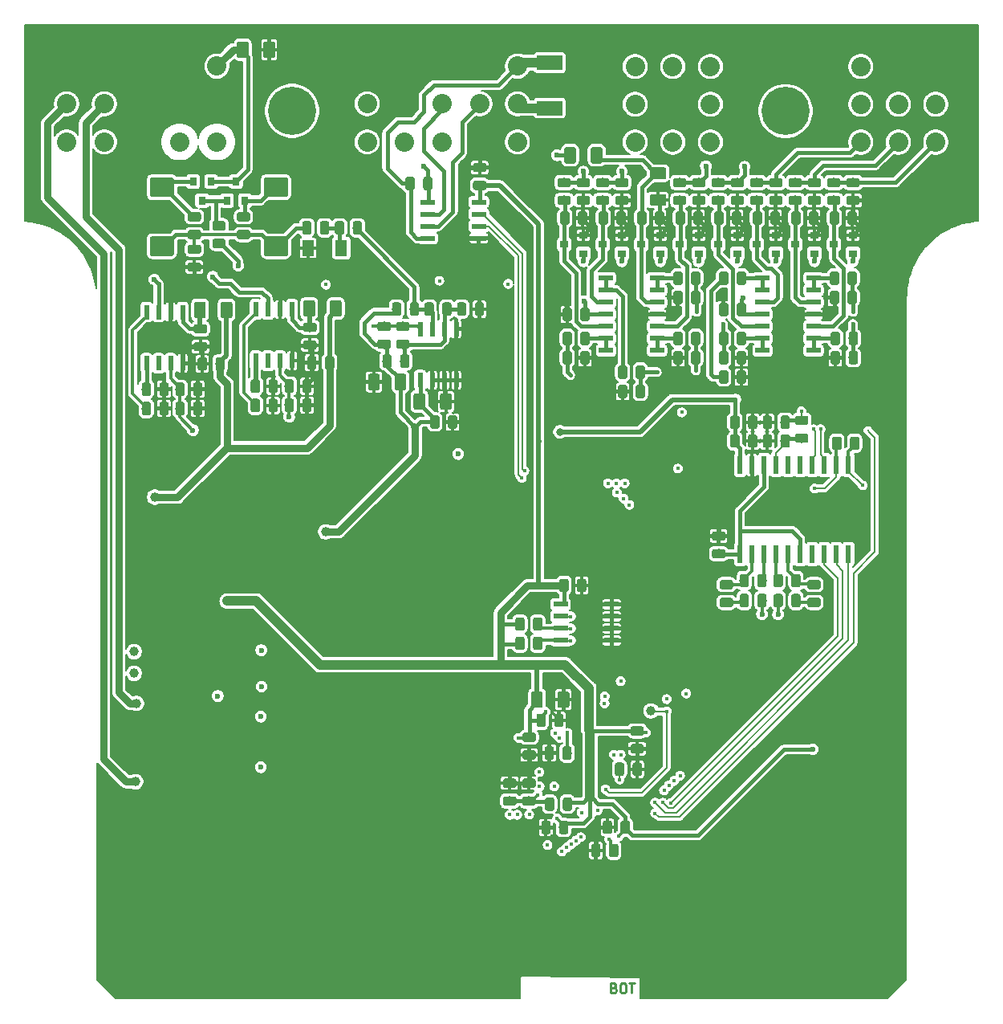
<source format=gbr>
G04 #@! TF.GenerationSoftware,KiCad,Pcbnew,5.1.2-f72e74a~84~ubuntu18.04.1*
G04 #@! TF.CreationDate,2019-08-21T00:14:30+02:00*
G04 #@! TF.ProjectId,Tuareg,54756172-6567-42e6-9b69-6361645f7063,rev?*
G04 #@! TF.SameCoordinates,Original*
G04 #@! TF.FileFunction,Copper,L4,Bot*
G04 #@! TF.FilePolarity,Positive*
%FSLAX46Y46*%
G04 Gerber Fmt 4.6, Leading zero omitted, Abs format (unit mm)*
G04 Created by KiCad (PCBNEW 5.1.2-f72e74a~84~ubuntu18.04.1) date 2019-08-21 00:14:30*
%MOMM*%
%LPD*%
G04 APERTURE LIST*
%ADD10C,0.250000*%
%ADD11C,1.000000*%
%ADD12C,0.100000*%
%ADD13C,0.975000*%
%ADD14C,2.032000*%
%ADD15C,5.080000*%
%ADD16R,1.550000X0.600000*%
%ADD17R,2.700000X1.500000*%
%ADD18C,1.250000*%
%ADD19R,0.900000X0.800000*%
%ADD20R,0.600000X1.950000*%
%ADD21R,0.600000X1.550000*%
%ADD22R,1.500000X0.600000*%
%ADD23C,2.075000*%
%ADD24R,0.800000X0.900000*%
%ADD25R,1.300000X1.700000*%
%ADD26C,0.600000*%
%ADD27C,0.400000*%
%ADD28C,0.800000*%
%ADD29C,0.300000*%
%ADD30C,0.400000*%
%ADD31C,0.200000*%
%ADD32C,0.300000*%
%ADD33C,0.500000*%
%ADD34C,0.750000*%
%ADD35C,1.000000*%
G04 APERTURE END LIST*
D10*
X140390666Y-153801771D02*
X140533523Y-153849390D01*
X140581142Y-153897009D01*
X140628761Y-153992247D01*
X140628761Y-154135104D01*
X140581142Y-154230342D01*
X140533523Y-154277961D01*
X140438285Y-154325580D01*
X140057333Y-154325580D01*
X140057333Y-153325580D01*
X140390666Y-153325580D01*
X140485904Y-153373200D01*
X140533523Y-153420819D01*
X140581142Y-153516057D01*
X140581142Y-153611295D01*
X140533523Y-153706533D01*
X140485904Y-153754152D01*
X140390666Y-153801771D01*
X140057333Y-153801771D01*
X141247809Y-153325580D02*
X141438285Y-153325580D01*
X141533523Y-153373200D01*
X141628761Y-153468438D01*
X141676380Y-153658914D01*
X141676380Y-153992247D01*
X141628761Y-154182723D01*
X141533523Y-154277961D01*
X141438285Y-154325580D01*
X141247809Y-154325580D01*
X141152571Y-154277961D01*
X141057333Y-154182723D01*
X141009714Y-153992247D01*
X141009714Y-153658914D01*
X141057333Y-153468438D01*
X141152571Y-153373200D01*
X141247809Y-153325580D01*
X141962095Y-153325580D02*
X142533523Y-153325580D01*
X142247809Y-154325580D02*
X142247809Y-153325580D01*
D11*
X144297400Y-124612400D03*
D12*
G36*
X99184542Y-72972774D02*
G01*
X99208203Y-72976284D01*
X99231407Y-72982096D01*
X99253929Y-72990154D01*
X99275553Y-73000382D01*
X99296070Y-73012679D01*
X99315283Y-73026929D01*
X99333007Y-73042993D01*
X99349071Y-73060717D01*
X99363321Y-73079930D01*
X99375618Y-73100447D01*
X99385846Y-73122071D01*
X99393904Y-73144593D01*
X99399716Y-73167797D01*
X99403226Y-73191458D01*
X99404400Y-73215350D01*
X99404400Y-73702850D01*
X99403226Y-73726742D01*
X99399716Y-73750403D01*
X99393904Y-73773607D01*
X99385846Y-73796129D01*
X99375618Y-73817753D01*
X99363321Y-73838270D01*
X99349071Y-73857483D01*
X99333007Y-73875207D01*
X99315283Y-73891271D01*
X99296070Y-73905521D01*
X99275553Y-73917818D01*
X99253929Y-73928046D01*
X99231407Y-73936104D01*
X99208203Y-73941916D01*
X99184542Y-73945426D01*
X99160650Y-73946600D01*
X98248150Y-73946600D01*
X98224258Y-73945426D01*
X98200597Y-73941916D01*
X98177393Y-73936104D01*
X98154871Y-73928046D01*
X98133247Y-73917818D01*
X98112730Y-73905521D01*
X98093517Y-73891271D01*
X98075793Y-73875207D01*
X98059729Y-73857483D01*
X98045479Y-73838270D01*
X98033182Y-73817753D01*
X98022954Y-73796129D01*
X98014896Y-73773607D01*
X98009084Y-73750403D01*
X98005574Y-73726742D01*
X98004400Y-73702850D01*
X98004400Y-73215350D01*
X98005574Y-73191458D01*
X98009084Y-73167797D01*
X98014896Y-73144593D01*
X98022954Y-73122071D01*
X98033182Y-73100447D01*
X98045479Y-73079930D01*
X98059729Y-73060717D01*
X98075793Y-73042993D01*
X98093517Y-73026929D01*
X98112730Y-73012679D01*
X98133247Y-73000382D01*
X98154871Y-72990154D01*
X98177393Y-72982096D01*
X98200597Y-72976284D01*
X98224258Y-72972774D01*
X98248150Y-72971600D01*
X99160650Y-72971600D01*
X99184542Y-72972774D01*
X99184542Y-72972774D01*
G37*
D13*
X98704400Y-73459100D03*
D12*
G36*
X99184542Y-74847774D02*
G01*
X99208203Y-74851284D01*
X99231407Y-74857096D01*
X99253929Y-74865154D01*
X99275553Y-74875382D01*
X99296070Y-74887679D01*
X99315283Y-74901929D01*
X99333007Y-74917993D01*
X99349071Y-74935717D01*
X99363321Y-74954930D01*
X99375618Y-74975447D01*
X99385846Y-74997071D01*
X99393904Y-75019593D01*
X99399716Y-75042797D01*
X99403226Y-75066458D01*
X99404400Y-75090350D01*
X99404400Y-75577850D01*
X99403226Y-75601742D01*
X99399716Y-75625403D01*
X99393904Y-75648607D01*
X99385846Y-75671129D01*
X99375618Y-75692753D01*
X99363321Y-75713270D01*
X99349071Y-75732483D01*
X99333007Y-75750207D01*
X99315283Y-75766271D01*
X99296070Y-75780521D01*
X99275553Y-75792818D01*
X99253929Y-75803046D01*
X99231407Y-75811104D01*
X99208203Y-75816916D01*
X99184542Y-75820426D01*
X99160650Y-75821600D01*
X98248150Y-75821600D01*
X98224258Y-75820426D01*
X98200597Y-75816916D01*
X98177393Y-75811104D01*
X98154871Y-75803046D01*
X98133247Y-75792818D01*
X98112730Y-75780521D01*
X98093517Y-75766271D01*
X98075793Y-75750207D01*
X98059729Y-75732483D01*
X98045479Y-75713270D01*
X98033182Y-75692753D01*
X98022954Y-75671129D01*
X98014896Y-75648607D01*
X98009084Y-75625403D01*
X98005574Y-75601742D01*
X98004400Y-75577850D01*
X98004400Y-75090350D01*
X98005574Y-75066458D01*
X98009084Y-75042797D01*
X98014896Y-75019593D01*
X98022954Y-74997071D01*
X98033182Y-74975447D01*
X98045479Y-74954930D01*
X98059729Y-74935717D01*
X98075793Y-74917993D01*
X98093517Y-74901929D01*
X98112730Y-74887679D01*
X98133247Y-74875382D01*
X98154871Y-74865154D01*
X98177393Y-74857096D01*
X98200597Y-74851284D01*
X98224258Y-74847774D01*
X98248150Y-74846600D01*
X99160650Y-74846600D01*
X99184542Y-74847774D01*
X99184542Y-74847774D01*
G37*
D13*
X98704400Y-75334100D03*
D14*
X98494660Y-64624061D03*
X98494660Y-60626101D03*
X98494660Y-56651001D03*
D15*
X106422000Y-61350001D03*
X158492000Y-61375401D03*
D14*
X94544960Y-56651001D03*
X94544960Y-60626101D03*
X94544960Y-64624061D03*
X90569860Y-56651001D03*
X90569860Y-60626101D03*
X90569860Y-64624061D03*
X86620160Y-56651001D03*
X86620160Y-60626101D03*
X86620160Y-64624061D03*
X82645060Y-56651001D03*
X82645060Y-60626101D03*
X82645060Y-64624061D03*
X114344260Y-56651001D03*
X114344260Y-60626101D03*
X114344260Y-64624061D03*
X118293960Y-56651001D03*
X118293960Y-60626101D03*
X118293960Y-64624061D03*
X122269060Y-56651001D03*
X122269060Y-60626101D03*
X122269060Y-64624061D03*
X126218760Y-56651001D03*
X126218760Y-60626101D03*
X126218760Y-64624061D03*
X130193860Y-56651001D03*
X130193860Y-60626101D03*
X130193860Y-64624061D03*
X150569740Y-56676401D03*
X150569740Y-60651501D03*
X150569740Y-64649461D03*
X146594640Y-56676401D03*
X146594640Y-60651501D03*
X146594640Y-64649461D03*
X142619540Y-56676401D03*
X142619540Y-60651501D03*
X142619540Y-64649461D03*
X166419340Y-56676401D03*
X166419340Y-60651501D03*
X166419340Y-64649461D03*
X170394440Y-56676401D03*
X170394440Y-60651501D03*
X170394440Y-64649461D03*
X174344140Y-56676401D03*
X174344140Y-60651501D03*
X174344140Y-64649461D03*
D12*
G36*
X133467542Y-136207174D02*
G01*
X133491203Y-136210684D01*
X133514407Y-136216496D01*
X133536929Y-136224554D01*
X133558553Y-136234782D01*
X133579070Y-136247079D01*
X133598283Y-136261329D01*
X133616007Y-136277393D01*
X133632071Y-136295117D01*
X133646321Y-136314330D01*
X133658618Y-136334847D01*
X133668846Y-136356471D01*
X133676904Y-136378993D01*
X133682716Y-136402197D01*
X133686226Y-136425858D01*
X133687400Y-136449750D01*
X133687400Y-137362250D01*
X133686226Y-137386142D01*
X133682716Y-137409803D01*
X133676904Y-137433007D01*
X133668846Y-137455529D01*
X133658618Y-137477153D01*
X133646321Y-137497670D01*
X133632071Y-137516883D01*
X133616007Y-137534607D01*
X133598283Y-137550671D01*
X133579070Y-137564921D01*
X133558553Y-137577218D01*
X133536929Y-137587446D01*
X133514407Y-137595504D01*
X133491203Y-137601316D01*
X133467542Y-137604826D01*
X133443650Y-137606000D01*
X132956150Y-137606000D01*
X132932258Y-137604826D01*
X132908597Y-137601316D01*
X132885393Y-137595504D01*
X132862871Y-137587446D01*
X132841247Y-137577218D01*
X132820730Y-137564921D01*
X132801517Y-137550671D01*
X132783793Y-137534607D01*
X132767729Y-137516883D01*
X132753479Y-137497670D01*
X132741182Y-137477153D01*
X132730954Y-137455529D01*
X132722896Y-137433007D01*
X132717084Y-137409803D01*
X132713574Y-137386142D01*
X132712400Y-137362250D01*
X132712400Y-136449750D01*
X132713574Y-136425858D01*
X132717084Y-136402197D01*
X132722896Y-136378993D01*
X132730954Y-136356471D01*
X132741182Y-136334847D01*
X132753479Y-136314330D01*
X132767729Y-136295117D01*
X132783793Y-136277393D01*
X132801517Y-136261329D01*
X132820730Y-136247079D01*
X132841247Y-136234782D01*
X132862871Y-136224554D01*
X132885393Y-136216496D01*
X132908597Y-136210684D01*
X132932258Y-136207174D01*
X132956150Y-136206000D01*
X133443650Y-136206000D01*
X133467542Y-136207174D01*
X133467542Y-136207174D01*
G37*
D13*
X133199900Y-136906000D03*
D12*
G36*
X135342542Y-136207174D02*
G01*
X135366203Y-136210684D01*
X135389407Y-136216496D01*
X135411929Y-136224554D01*
X135433553Y-136234782D01*
X135454070Y-136247079D01*
X135473283Y-136261329D01*
X135491007Y-136277393D01*
X135507071Y-136295117D01*
X135521321Y-136314330D01*
X135533618Y-136334847D01*
X135543846Y-136356471D01*
X135551904Y-136378993D01*
X135557716Y-136402197D01*
X135561226Y-136425858D01*
X135562400Y-136449750D01*
X135562400Y-137362250D01*
X135561226Y-137386142D01*
X135557716Y-137409803D01*
X135551904Y-137433007D01*
X135543846Y-137455529D01*
X135533618Y-137477153D01*
X135521321Y-137497670D01*
X135507071Y-137516883D01*
X135491007Y-137534607D01*
X135473283Y-137550671D01*
X135454070Y-137564921D01*
X135433553Y-137577218D01*
X135411929Y-137587446D01*
X135389407Y-137595504D01*
X135366203Y-137601316D01*
X135342542Y-137604826D01*
X135318650Y-137606000D01*
X134831150Y-137606000D01*
X134807258Y-137604826D01*
X134783597Y-137601316D01*
X134760393Y-137595504D01*
X134737871Y-137587446D01*
X134716247Y-137577218D01*
X134695730Y-137564921D01*
X134676517Y-137550671D01*
X134658793Y-137534607D01*
X134642729Y-137516883D01*
X134628479Y-137497670D01*
X134616182Y-137477153D01*
X134605954Y-137455529D01*
X134597896Y-137433007D01*
X134592084Y-137409803D01*
X134588574Y-137386142D01*
X134587400Y-137362250D01*
X134587400Y-136449750D01*
X134588574Y-136425858D01*
X134592084Y-136402197D01*
X134597896Y-136378993D01*
X134605954Y-136356471D01*
X134616182Y-136334847D01*
X134628479Y-136314330D01*
X134642729Y-136295117D01*
X134658793Y-136277393D01*
X134676517Y-136261329D01*
X134695730Y-136247079D01*
X134716247Y-136234782D01*
X134737871Y-136224554D01*
X134760393Y-136216496D01*
X134783597Y-136210684D01*
X134807258Y-136207174D01*
X134831150Y-136206000D01*
X135318650Y-136206000D01*
X135342542Y-136207174D01*
X135342542Y-136207174D01*
G37*
D13*
X135074900Y-136906000D03*
D12*
G36*
X139969942Y-136181774D02*
G01*
X139993603Y-136185284D01*
X140016807Y-136191096D01*
X140039329Y-136199154D01*
X140060953Y-136209382D01*
X140081470Y-136221679D01*
X140100683Y-136235929D01*
X140118407Y-136251993D01*
X140134471Y-136269717D01*
X140148721Y-136288930D01*
X140161018Y-136309447D01*
X140171246Y-136331071D01*
X140179304Y-136353593D01*
X140185116Y-136376797D01*
X140188626Y-136400458D01*
X140189800Y-136424350D01*
X140189800Y-137336850D01*
X140188626Y-137360742D01*
X140185116Y-137384403D01*
X140179304Y-137407607D01*
X140171246Y-137430129D01*
X140161018Y-137451753D01*
X140148721Y-137472270D01*
X140134471Y-137491483D01*
X140118407Y-137509207D01*
X140100683Y-137525271D01*
X140081470Y-137539521D01*
X140060953Y-137551818D01*
X140039329Y-137562046D01*
X140016807Y-137570104D01*
X139993603Y-137575916D01*
X139969942Y-137579426D01*
X139946050Y-137580600D01*
X139458550Y-137580600D01*
X139434658Y-137579426D01*
X139410997Y-137575916D01*
X139387793Y-137570104D01*
X139365271Y-137562046D01*
X139343647Y-137551818D01*
X139323130Y-137539521D01*
X139303917Y-137525271D01*
X139286193Y-137509207D01*
X139270129Y-137491483D01*
X139255879Y-137472270D01*
X139243582Y-137451753D01*
X139233354Y-137430129D01*
X139225296Y-137407607D01*
X139219484Y-137384403D01*
X139215974Y-137360742D01*
X139214800Y-137336850D01*
X139214800Y-136424350D01*
X139215974Y-136400458D01*
X139219484Y-136376797D01*
X139225296Y-136353593D01*
X139233354Y-136331071D01*
X139243582Y-136309447D01*
X139255879Y-136288930D01*
X139270129Y-136269717D01*
X139286193Y-136251993D01*
X139303917Y-136235929D01*
X139323130Y-136221679D01*
X139343647Y-136209382D01*
X139365271Y-136199154D01*
X139387793Y-136191096D01*
X139410997Y-136185284D01*
X139434658Y-136181774D01*
X139458550Y-136180600D01*
X139946050Y-136180600D01*
X139969942Y-136181774D01*
X139969942Y-136181774D01*
G37*
D13*
X139702300Y-136880600D03*
D12*
G36*
X141844942Y-136181774D02*
G01*
X141868603Y-136185284D01*
X141891807Y-136191096D01*
X141914329Y-136199154D01*
X141935953Y-136209382D01*
X141956470Y-136221679D01*
X141975683Y-136235929D01*
X141993407Y-136251993D01*
X142009471Y-136269717D01*
X142023721Y-136288930D01*
X142036018Y-136309447D01*
X142046246Y-136331071D01*
X142054304Y-136353593D01*
X142060116Y-136376797D01*
X142063626Y-136400458D01*
X142064800Y-136424350D01*
X142064800Y-137336850D01*
X142063626Y-137360742D01*
X142060116Y-137384403D01*
X142054304Y-137407607D01*
X142046246Y-137430129D01*
X142036018Y-137451753D01*
X142023721Y-137472270D01*
X142009471Y-137491483D01*
X141993407Y-137509207D01*
X141975683Y-137525271D01*
X141956470Y-137539521D01*
X141935953Y-137551818D01*
X141914329Y-137562046D01*
X141891807Y-137570104D01*
X141868603Y-137575916D01*
X141844942Y-137579426D01*
X141821050Y-137580600D01*
X141333550Y-137580600D01*
X141309658Y-137579426D01*
X141285997Y-137575916D01*
X141262793Y-137570104D01*
X141240271Y-137562046D01*
X141218647Y-137551818D01*
X141198130Y-137539521D01*
X141178917Y-137525271D01*
X141161193Y-137509207D01*
X141145129Y-137491483D01*
X141130879Y-137472270D01*
X141118582Y-137451753D01*
X141108354Y-137430129D01*
X141100296Y-137407607D01*
X141094484Y-137384403D01*
X141090974Y-137360742D01*
X141089800Y-137336850D01*
X141089800Y-136424350D01*
X141090974Y-136400458D01*
X141094484Y-136376797D01*
X141100296Y-136353593D01*
X141108354Y-136331071D01*
X141118582Y-136309447D01*
X141130879Y-136288930D01*
X141145129Y-136269717D01*
X141161193Y-136251993D01*
X141178917Y-136235929D01*
X141198130Y-136221679D01*
X141218647Y-136209382D01*
X141240271Y-136199154D01*
X141262793Y-136191096D01*
X141285997Y-136185284D01*
X141309658Y-136181774D01*
X141333550Y-136180600D01*
X141821050Y-136180600D01*
X141844942Y-136181774D01*
X141844942Y-136181774D01*
G37*
D13*
X141577300Y-136880600D03*
D16*
X120718600Y-70967600D03*
X120718600Y-72237600D03*
X120718600Y-73507600D03*
X120718600Y-74777600D03*
X126118600Y-74777600D03*
X126118600Y-73507600D03*
X126118600Y-72237600D03*
X126118600Y-70967600D03*
D17*
X133604000Y-56274000D03*
X133604000Y-61074000D03*
D12*
G36*
X151730142Y-71945174D02*
G01*
X151753803Y-71948684D01*
X151777007Y-71954496D01*
X151799529Y-71962554D01*
X151821153Y-71972782D01*
X151841670Y-71985079D01*
X151860883Y-71999329D01*
X151878607Y-72015393D01*
X151894671Y-72033117D01*
X151908921Y-72052330D01*
X151921218Y-72072847D01*
X151931446Y-72094471D01*
X151939504Y-72116993D01*
X151945316Y-72140197D01*
X151948826Y-72163858D01*
X151950000Y-72187750D01*
X151950000Y-73100250D01*
X151948826Y-73124142D01*
X151945316Y-73147803D01*
X151939504Y-73171007D01*
X151931446Y-73193529D01*
X151921218Y-73215153D01*
X151908921Y-73235670D01*
X151894671Y-73254883D01*
X151878607Y-73272607D01*
X151860883Y-73288671D01*
X151841670Y-73302921D01*
X151821153Y-73315218D01*
X151799529Y-73325446D01*
X151777007Y-73333504D01*
X151753803Y-73339316D01*
X151730142Y-73342826D01*
X151706250Y-73344000D01*
X151218750Y-73344000D01*
X151194858Y-73342826D01*
X151171197Y-73339316D01*
X151147993Y-73333504D01*
X151125471Y-73325446D01*
X151103847Y-73315218D01*
X151083330Y-73302921D01*
X151064117Y-73288671D01*
X151046393Y-73272607D01*
X151030329Y-73254883D01*
X151016079Y-73235670D01*
X151003782Y-73215153D01*
X150993554Y-73193529D01*
X150985496Y-73171007D01*
X150979684Y-73147803D01*
X150976174Y-73124142D01*
X150975000Y-73100250D01*
X150975000Y-72187750D01*
X150976174Y-72163858D01*
X150979684Y-72140197D01*
X150985496Y-72116993D01*
X150993554Y-72094471D01*
X151003782Y-72072847D01*
X151016079Y-72052330D01*
X151030329Y-72033117D01*
X151046393Y-72015393D01*
X151064117Y-71999329D01*
X151083330Y-71985079D01*
X151103847Y-71972782D01*
X151125471Y-71962554D01*
X151147993Y-71954496D01*
X151171197Y-71948684D01*
X151194858Y-71945174D01*
X151218750Y-71944000D01*
X151706250Y-71944000D01*
X151730142Y-71945174D01*
X151730142Y-71945174D01*
G37*
D13*
X151462500Y-72644000D03*
D12*
G36*
X153605142Y-71945174D02*
G01*
X153628803Y-71948684D01*
X153652007Y-71954496D01*
X153674529Y-71962554D01*
X153696153Y-71972782D01*
X153716670Y-71985079D01*
X153735883Y-71999329D01*
X153753607Y-72015393D01*
X153769671Y-72033117D01*
X153783921Y-72052330D01*
X153796218Y-72072847D01*
X153806446Y-72094471D01*
X153814504Y-72116993D01*
X153820316Y-72140197D01*
X153823826Y-72163858D01*
X153825000Y-72187750D01*
X153825000Y-73100250D01*
X153823826Y-73124142D01*
X153820316Y-73147803D01*
X153814504Y-73171007D01*
X153806446Y-73193529D01*
X153796218Y-73215153D01*
X153783921Y-73235670D01*
X153769671Y-73254883D01*
X153753607Y-73272607D01*
X153735883Y-73288671D01*
X153716670Y-73302921D01*
X153696153Y-73315218D01*
X153674529Y-73325446D01*
X153652007Y-73333504D01*
X153628803Y-73339316D01*
X153605142Y-73342826D01*
X153581250Y-73344000D01*
X153093750Y-73344000D01*
X153069858Y-73342826D01*
X153046197Y-73339316D01*
X153022993Y-73333504D01*
X153000471Y-73325446D01*
X152978847Y-73315218D01*
X152958330Y-73302921D01*
X152939117Y-73288671D01*
X152921393Y-73272607D01*
X152905329Y-73254883D01*
X152891079Y-73235670D01*
X152878782Y-73215153D01*
X152868554Y-73193529D01*
X152860496Y-73171007D01*
X152854684Y-73147803D01*
X152851174Y-73124142D01*
X152850000Y-73100250D01*
X152850000Y-72187750D01*
X152851174Y-72163858D01*
X152854684Y-72140197D01*
X152860496Y-72116993D01*
X152868554Y-72094471D01*
X152878782Y-72072847D01*
X152891079Y-72052330D01*
X152905329Y-72033117D01*
X152921393Y-72015393D01*
X152939117Y-71999329D01*
X152958330Y-71985079D01*
X152978847Y-71972782D01*
X153000471Y-71962554D01*
X153022993Y-71954496D01*
X153046197Y-71948684D01*
X153069858Y-71945174D01*
X153093750Y-71944000D01*
X153581250Y-71944000D01*
X153605142Y-71945174D01*
X153605142Y-71945174D01*
G37*
D13*
X153337500Y-72644000D03*
D12*
G36*
X155794142Y-71945174D02*
G01*
X155817803Y-71948684D01*
X155841007Y-71954496D01*
X155863529Y-71962554D01*
X155885153Y-71972782D01*
X155905670Y-71985079D01*
X155924883Y-71999329D01*
X155942607Y-72015393D01*
X155958671Y-72033117D01*
X155972921Y-72052330D01*
X155985218Y-72072847D01*
X155995446Y-72094471D01*
X156003504Y-72116993D01*
X156009316Y-72140197D01*
X156012826Y-72163858D01*
X156014000Y-72187750D01*
X156014000Y-73100250D01*
X156012826Y-73124142D01*
X156009316Y-73147803D01*
X156003504Y-73171007D01*
X155995446Y-73193529D01*
X155985218Y-73215153D01*
X155972921Y-73235670D01*
X155958671Y-73254883D01*
X155942607Y-73272607D01*
X155924883Y-73288671D01*
X155905670Y-73302921D01*
X155885153Y-73315218D01*
X155863529Y-73325446D01*
X155841007Y-73333504D01*
X155817803Y-73339316D01*
X155794142Y-73342826D01*
X155770250Y-73344000D01*
X155282750Y-73344000D01*
X155258858Y-73342826D01*
X155235197Y-73339316D01*
X155211993Y-73333504D01*
X155189471Y-73325446D01*
X155167847Y-73315218D01*
X155147330Y-73302921D01*
X155128117Y-73288671D01*
X155110393Y-73272607D01*
X155094329Y-73254883D01*
X155080079Y-73235670D01*
X155067782Y-73215153D01*
X155057554Y-73193529D01*
X155049496Y-73171007D01*
X155043684Y-73147803D01*
X155040174Y-73124142D01*
X155039000Y-73100250D01*
X155039000Y-72187750D01*
X155040174Y-72163858D01*
X155043684Y-72140197D01*
X155049496Y-72116993D01*
X155057554Y-72094471D01*
X155067782Y-72072847D01*
X155080079Y-72052330D01*
X155094329Y-72033117D01*
X155110393Y-72015393D01*
X155128117Y-71999329D01*
X155147330Y-71985079D01*
X155167847Y-71972782D01*
X155189471Y-71962554D01*
X155211993Y-71954496D01*
X155235197Y-71948684D01*
X155258858Y-71945174D01*
X155282750Y-71944000D01*
X155770250Y-71944000D01*
X155794142Y-71945174D01*
X155794142Y-71945174D01*
G37*
D13*
X155526500Y-72644000D03*
D12*
G36*
X157669142Y-71945174D02*
G01*
X157692803Y-71948684D01*
X157716007Y-71954496D01*
X157738529Y-71962554D01*
X157760153Y-71972782D01*
X157780670Y-71985079D01*
X157799883Y-71999329D01*
X157817607Y-72015393D01*
X157833671Y-72033117D01*
X157847921Y-72052330D01*
X157860218Y-72072847D01*
X157870446Y-72094471D01*
X157878504Y-72116993D01*
X157884316Y-72140197D01*
X157887826Y-72163858D01*
X157889000Y-72187750D01*
X157889000Y-73100250D01*
X157887826Y-73124142D01*
X157884316Y-73147803D01*
X157878504Y-73171007D01*
X157870446Y-73193529D01*
X157860218Y-73215153D01*
X157847921Y-73235670D01*
X157833671Y-73254883D01*
X157817607Y-73272607D01*
X157799883Y-73288671D01*
X157780670Y-73302921D01*
X157760153Y-73315218D01*
X157738529Y-73325446D01*
X157716007Y-73333504D01*
X157692803Y-73339316D01*
X157669142Y-73342826D01*
X157645250Y-73344000D01*
X157157750Y-73344000D01*
X157133858Y-73342826D01*
X157110197Y-73339316D01*
X157086993Y-73333504D01*
X157064471Y-73325446D01*
X157042847Y-73315218D01*
X157022330Y-73302921D01*
X157003117Y-73288671D01*
X156985393Y-73272607D01*
X156969329Y-73254883D01*
X156955079Y-73235670D01*
X156942782Y-73215153D01*
X156932554Y-73193529D01*
X156924496Y-73171007D01*
X156918684Y-73147803D01*
X156915174Y-73124142D01*
X156914000Y-73100250D01*
X156914000Y-72187750D01*
X156915174Y-72163858D01*
X156918684Y-72140197D01*
X156924496Y-72116993D01*
X156932554Y-72094471D01*
X156942782Y-72072847D01*
X156955079Y-72052330D01*
X156969329Y-72033117D01*
X156985393Y-72015393D01*
X157003117Y-71999329D01*
X157022330Y-71985079D01*
X157042847Y-71972782D01*
X157064471Y-71962554D01*
X157086993Y-71954496D01*
X157110197Y-71948684D01*
X157133858Y-71945174D01*
X157157750Y-71944000D01*
X157645250Y-71944000D01*
X157669142Y-71945174D01*
X157669142Y-71945174D01*
G37*
D13*
X157401500Y-72644000D03*
D12*
G36*
X159858142Y-71945174D02*
G01*
X159881803Y-71948684D01*
X159905007Y-71954496D01*
X159927529Y-71962554D01*
X159949153Y-71972782D01*
X159969670Y-71985079D01*
X159988883Y-71999329D01*
X160006607Y-72015393D01*
X160022671Y-72033117D01*
X160036921Y-72052330D01*
X160049218Y-72072847D01*
X160059446Y-72094471D01*
X160067504Y-72116993D01*
X160073316Y-72140197D01*
X160076826Y-72163858D01*
X160078000Y-72187750D01*
X160078000Y-73100250D01*
X160076826Y-73124142D01*
X160073316Y-73147803D01*
X160067504Y-73171007D01*
X160059446Y-73193529D01*
X160049218Y-73215153D01*
X160036921Y-73235670D01*
X160022671Y-73254883D01*
X160006607Y-73272607D01*
X159988883Y-73288671D01*
X159969670Y-73302921D01*
X159949153Y-73315218D01*
X159927529Y-73325446D01*
X159905007Y-73333504D01*
X159881803Y-73339316D01*
X159858142Y-73342826D01*
X159834250Y-73344000D01*
X159346750Y-73344000D01*
X159322858Y-73342826D01*
X159299197Y-73339316D01*
X159275993Y-73333504D01*
X159253471Y-73325446D01*
X159231847Y-73315218D01*
X159211330Y-73302921D01*
X159192117Y-73288671D01*
X159174393Y-73272607D01*
X159158329Y-73254883D01*
X159144079Y-73235670D01*
X159131782Y-73215153D01*
X159121554Y-73193529D01*
X159113496Y-73171007D01*
X159107684Y-73147803D01*
X159104174Y-73124142D01*
X159103000Y-73100250D01*
X159103000Y-72187750D01*
X159104174Y-72163858D01*
X159107684Y-72140197D01*
X159113496Y-72116993D01*
X159121554Y-72094471D01*
X159131782Y-72072847D01*
X159144079Y-72052330D01*
X159158329Y-72033117D01*
X159174393Y-72015393D01*
X159192117Y-71999329D01*
X159211330Y-71985079D01*
X159231847Y-71972782D01*
X159253471Y-71962554D01*
X159275993Y-71954496D01*
X159299197Y-71948684D01*
X159322858Y-71945174D01*
X159346750Y-71944000D01*
X159834250Y-71944000D01*
X159858142Y-71945174D01*
X159858142Y-71945174D01*
G37*
D13*
X159590500Y-72644000D03*
D12*
G36*
X161733142Y-71945174D02*
G01*
X161756803Y-71948684D01*
X161780007Y-71954496D01*
X161802529Y-71962554D01*
X161824153Y-71972782D01*
X161844670Y-71985079D01*
X161863883Y-71999329D01*
X161881607Y-72015393D01*
X161897671Y-72033117D01*
X161911921Y-72052330D01*
X161924218Y-72072847D01*
X161934446Y-72094471D01*
X161942504Y-72116993D01*
X161948316Y-72140197D01*
X161951826Y-72163858D01*
X161953000Y-72187750D01*
X161953000Y-73100250D01*
X161951826Y-73124142D01*
X161948316Y-73147803D01*
X161942504Y-73171007D01*
X161934446Y-73193529D01*
X161924218Y-73215153D01*
X161911921Y-73235670D01*
X161897671Y-73254883D01*
X161881607Y-73272607D01*
X161863883Y-73288671D01*
X161844670Y-73302921D01*
X161824153Y-73315218D01*
X161802529Y-73325446D01*
X161780007Y-73333504D01*
X161756803Y-73339316D01*
X161733142Y-73342826D01*
X161709250Y-73344000D01*
X161221750Y-73344000D01*
X161197858Y-73342826D01*
X161174197Y-73339316D01*
X161150993Y-73333504D01*
X161128471Y-73325446D01*
X161106847Y-73315218D01*
X161086330Y-73302921D01*
X161067117Y-73288671D01*
X161049393Y-73272607D01*
X161033329Y-73254883D01*
X161019079Y-73235670D01*
X161006782Y-73215153D01*
X160996554Y-73193529D01*
X160988496Y-73171007D01*
X160982684Y-73147803D01*
X160979174Y-73124142D01*
X160978000Y-73100250D01*
X160978000Y-72187750D01*
X160979174Y-72163858D01*
X160982684Y-72140197D01*
X160988496Y-72116993D01*
X160996554Y-72094471D01*
X161006782Y-72072847D01*
X161019079Y-72052330D01*
X161033329Y-72033117D01*
X161049393Y-72015393D01*
X161067117Y-71999329D01*
X161086330Y-71985079D01*
X161106847Y-71972782D01*
X161128471Y-71962554D01*
X161150993Y-71954496D01*
X161174197Y-71948684D01*
X161197858Y-71945174D01*
X161221750Y-71944000D01*
X161709250Y-71944000D01*
X161733142Y-71945174D01*
X161733142Y-71945174D01*
G37*
D13*
X161465500Y-72644000D03*
D12*
G36*
X163922142Y-71945174D02*
G01*
X163945803Y-71948684D01*
X163969007Y-71954496D01*
X163991529Y-71962554D01*
X164013153Y-71972782D01*
X164033670Y-71985079D01*
X164052883Y-71999329D01*
X164070607Y-72015393D01*
X164086671Y-72033117D01*
X164100921Y-72052330D01*
X164113218Y-72072847D01*
X164123446Y-72094471D01*
X164131504Y-72116993D01*
X164137316Y-72140197D01*
X164140826Y-72163858D01*
X164142000Y-72187750D01*
X164142000Y-73100250D01*
X164140826Y-73124142D01*
X164137316Y-73147803D01*
X164131504Y-73171007D01*
X164123446Y-73193529D01*
X164113218Y-73215153D01*
X164100921Y-73235670D01*
X164086671Y-73254883D01*
X164070607Y-73272607D01*
X164052883Y-73288671D01*
X164033670Y-73302921D01*
X164013153Y-73315218D01*
X163991529Y-73325446D01*
X163969007Y-73333504D01*
X163945803Y-73339316D01*
X163922142Y-73342826D01*
X163898250Y-73344000D01*
X163410750Y-73344000D01*
X163386858Y-73342826D01*
X163363197Y-73339316D01*
X163339993Y-73333504D01*
X163317471Y-73325446D01*
X163295847Y-73315218D01*
X163275330Y-73302921D01*
X163256117Y-73288671D01*
X163238393Y-73272607D01*
X163222329Y-73254883D01*
X163208079Y-73235670D01*
X163195782Y-73215153D01*
X163185554Y-73193529D01*
X163177496Y-73171007D01*
X163171684Y-73147803D01*
X163168174Y-73124142D01*
X163167000Y-73100250D01*
X163167000Y-72187750D01*
X163168174Y-72163858D01*
X163171684Y-72140197D01*
X163177496Y-72116993D01*
X163185554Y-72094471D01*
X163195782Y-72072847D01*
X163208079Y-72052330D01*
X163222329Y-72033117D01*
X163238393Y-72015393D01*
X163256117Y-71999329D01*
X163275330Y-71985079D01*
X163295847Y-71972782D01*
X163317471Y-71962554D01*
X163339993Y-71954496D01*
X163363197Y-71948684D01*
X163386858Y-71945174D01*
X163410750Y-71944000D01*
X163898250Y-71944000D01*
X163922142Y-71945174D01*
X163922142Y-71945174D01*
G37*
D13*
X163654500Y-72644000D03*
D12*
G36*
X165797142Y-71945174D02*
G01*
X165820803Y-71948684D01*
X165844007Y-71954496D01*
X165866529Y-71962554D01*
X165888153Y-71972782D01*
X165908670Y-71985079D01*
X165927883Y-71999329D01*
X165945607Y-72015393D01*
X165961671Y-72033117D01*
X165975921Y-72052330D01*
X165988218Y-72072847D01*
X165998446Y-72094471D01*
X166006504Y-72116993D01*
X166012316Y-72140197D01*
X166015826Y-72163858D01*
X166017000Y-72187750D01*
X166017000Y-73100250D01*
X166015826Y-73124142D01*
X166012316Y-73147803D01*
X166006504Y-73171007D01*
X165998446Y-73193529D01*
X165988218Y-73215153D01*
X165975921Y-73235670D01*
X165961671Y-73254883D01*
X165945607Y-73272607D01*
X165927883Y-73288671D01*
X165908670Y-73302921D01*
X165888153Y-73315218D01*
X165866529Y-73325446D01*
X165844007Y-73333504D01*
X165820803Y-73339316D01*
X165797142Y-73342826D01*
X165773250Y-73344000D01*
X165285750Y-73344000D01*
X165261858Y-73342826D01*
X165238197Y-73339316D01*
X165214993Y-73333504D01*
X165192471Y-73325446D01*
X165170847Y-73315218D01*
X165150330Y-73302921D01*
X165131117Y-73288671D01*
X165113393Y-73272607D01*
X165097329Y-73254883D01*
X165083079Y-73235670D01*
X165070782Y-73215153D01*
X165060554Y-73193529D01*
X165052496Y-73171007D01*
X165046684Y-73147803D01*
X165043174Y-73124142D01*
X165042000Y-73100250D01*
X165042000Y-72187750D01*
X165043174Y-72163858D01*
X165046684Y-72140197D01*
X165052496Y-72116993D01*
X165060554Y-72094471D01*
X165070782Y-72072847D01*
X165083079Y-72052330D01*
X165097329Y-72033117D01*
X165113393Y-72015393D01*
X165131117Y-71999329D01*
X165150330Y-71985079D01*
X165170847Y-71972782D01*
X165192471Y-71962554D01*
X165214993Y-71954496D01*
X165238197Y-71948684D01*
X165261858Y-71945174D01*
X165285750Y-71944000D01*
X165773250Y-71944000D01*
X165797142Y-71945174D01*
X165797142Y-71945174D01*
G37*
D13*
X165529500Y-72644000D03*
D12*
G36*
X135474142Y-71945174D02*
G01*
X135497803Y-71948684D01*
X135521007Y-71954496D01*
X135543529Y-71962554D01*
X135565153Y-71972782D01*
X135585670Y-71985079D01*
X135604883Y-71999329D01*
X135622607Y-72015393D01*
X135638671Y-72033117D01*
X135652921Y-72052330D01*
X135665218Y-72072847D01*
X135675446Y-72094471D01*
X135683504Y-72116993D01*
X135689316Y-72140197D01*
X135692826Y-72163858D01*
X135694000Y-72187750D01*
X135694000Y-73100250D01*
X135692826Y-73124142D01*
X135689316Y-73147803D01*
X135683504Y-73171007D01*
X135675446Y-73193529D01*
X135665218Y-73215153D01*
X135652921Y-73235670D01*
X135638671Y-73254883D01*
X135622607Y-73272607D01*
X135604883Y-73288671D01*
X135585670Y-73302921D01*
X135565153Y-73315218D01*
X135543529Y-73325446D01*
X135521007Y-73333504D01*
X135497803Y-73339316D01*
X135474142Y-73342826D01*
X135450250Y-73344000D01*
X134962750Y-73344000D01*
X134938858Y-73342826D01*
X134915197Y-73339316D01*
X134891993Y-73333504D01*
X134869471Y-73325446D01*
X134847847Y-73315218D01*
X134827330Y-73302921D01*
X134808117Y-73288671D01*
X134790393Y-73272607D01*
X134774329Y-73254883D01*
X134760079Y-73235670D01*
X134747782Y-73215153D01*
X134737554Y-73193529D01*
X134729496Y-73171007D01*
X134723684Y-73147803D01*
X134720174Y-73124142D01*
X134719000Y-73100250D01*
X134719000Y-72187750D01*
X134720174Y-72163858D01*
X134723684Y-72140197D01*
X134729496Y-72116993D01*
X134737554Y-72094471D01*
X134747782Y-72072847D01*
X134760079Y-72052330D01*
X134774329Y-72033117D01*
X134790393Y-72015393D01*
X134808117Y-71999329D01*
X134827330Y-71985079D01*
X134847847Y-71972782D01*
X134869471Y-71962554D01*
X134891993Y-71954496D01*
X134915197Y-71948684D01*
X134938858Y-71945174D01*
X134962750Y-71944000D01*
X135450250Y-71944000D01*
X135474142Y-71945174D01*
X135474142Y-71945174D01*
G37*
D13*
X135206500Y-72644000D03*
D12*
G36*
X137349142Y-71945174D02*
G01*
X137372803Y-71948684D01*
X137396007Y-71954496D01*
X137418529Y-71962554D01*
X137440153Y-71972782D01*
X137460670Y-71985079D01*
X137479883Y-71999329D01*
X137497607Y-72015393D01*
X137513671Y-72033117D01*
X137527921Y-72052330D01*
X137540218Y-72072847D01*
X137550446Y-72094471D01*
X137558504Y-72116993D01*
X137564316Y-72140197D01*
X137567826Y-72163858D01*
X137569000Y-72187750D01*
X137569000Y-73100250D01*
X137567826Y-73124142D01*
X137564316Y-73147803D01*
X137558504Y-73171007D01*
X137550446Y-73193529D01*
X137540218Y-73215153D01*
X137527921Y-73235670D01*
X137513671Y-73254883D01*
X137497607Y-73272607D01*
X137479883Y-73288671D01*
X137460670Y-73302921D01*
X137440153Y-73315218D01*
X137418529Y-73325446D01*
X137396007Y-73333504D01*
X137372803Y-73339316D01*
X137349142Y-73342826D01*
X137325250Y-73344000D01*
X136837750Y-73344000D01*
X136813858Y-73342826D01*
X136790197Y-73339316D01*
X136766993Y-73333504D01*
X136744471Y-73325446D01*
X136722847Y-73315218D01*
X136702330Y-73302921D01*
X136683117Y-73288671D01*
X136665393Y-73272607D01*
X136649329Y-73254883D01*
X136635079Y-73235670D01*
X136622782Y-73215153D01*
X136612554Y-73193529D01*
X136604496Y-73171007D01*
X136598684Y-73147803D01*
X136595174Y-73124142D01*
X136594000Y-73100250D01*
X136594000Y-72187750D01*
X136595174Y-72163858D01*
X136598684Y-72140197D01*
X136604496Y-72116993D01*
X136612554Y-72094471D01*
X136622782Y-72072847D01*
X136635079Y-72052330D01*
X136649329Y-72033117D01*
X136665393Y-72015393D01*
X136683117Y-71999329D01*
X136702330Y-71985079D01*
X136722847Y-71972782D01*
X136744471Y-71962554D01*
X136766993Y-71954496D01*
X136790197Y-71948684D01*
X136813858Y-71945174D01*
X136837750Y-71944000D01*
X137325250Y-71944000D01*
X137349142Y-71945174D01*
X137349142Y-71945174D01*
G37*
D13*
X137081500Y-72644000D03*
D12*
G36*
X139538142Y-71945174D02*
G01*
X139561803Y-71948684D01*
X139585007Y-71954496D01*
X139607529Y-71962554D01*
X139629153Y-71972782D01*
X139649670Y-71985079D01*
X139668883Y-71999329D01*
X139686607Y-72015393D01*
X139702671Y-72033117D01*
X139716921Y-72052330D01*
X139729218Y-72072847D01*
X139739446Y-72094471D01*
X139747504Y-72116993D01*
X139753316Y-72140197D01*
X139756826Y-72163858D01*
X139758000Y-72187750D01*
X139758000Y-73100250D01*
X139756826Y-73124142D01*
X139753316Y-73147803D01*
X139747504Y-73171007D01*
X139739446Y-73193529D01*
X139729218Y-73215153D01*
X139716921Y-73235670D01*
X139702671Y-73254883D01*
X139686607Y-73272607D01*
X139668883Y-73288671D01*
X139649670Y-73302921D01*
X139629153Y-73315218D01*
X139607529Y-73325446D01*
X139585007Y-73333504D01*
X139561803Y-73339316D01*
X139538142Y-73342826D01*
X139514250Y-73344000D01*
X139026750Y-73344000D01*
X139002858Y-73342826D01*
X138979197Y-73339316D01*
X138955993Y-73333504D01*
X138933471Y-73325446D01*
X138911847Y-73315218D01*
X138891330Y-73302921D01*
X138872117Y-73288671D01*
X138854393Y-73272607D01*
X138838329Y-73254883D01*
X138824079Y-73235670D01*
X138811782Y-73215153D01*
X138801554Y-73193529D01*
X138793496Y-73171007D01*
X138787684Y-73147803D01*
X138784174Y-73124142D01*
X138783000Y-73100250D01*
X138783000Y-72187750D01*
X138784174Y-72163858D01*
X138787684Y-72140197D01*
X138793496Y-72116993D01*
X138801554Y-72094471D01*
X138811782Y-72072847D01*
X138824079Y-72052330D01*
X138838329Y-72033117D01*
X138854393Y-72015393D01*
X138872117Y-71999329D01*
X138891330Y-71985079D01*
X138911847Y-71972782D01*
X138933471Y-71962554D01*
X138955993Y-71954496D01*
X138979197Y-71948684D01*
X139002858Y-71945174D01*
X139026750Y-71944000D01*
X139514250Y-71944000D01*
X139538142Y-71945174D01*
X139538142Y-71945174D01*
G37*
D13*
X139270500Y-72644000D03*
D12*
G36*
X141413142Y-71945174D02*
G01*
X141436803Y-71948684D01*
X141460007Y-71954496D01*
X141482529Y-71962554D01*
X141504153Y-71972782D01*
X141524670Y-71985079D01*
X141543883Y-71999329D01*
X141561607Y-72015393D01*
X141577671Y-72033117D01*
X141591921Y-72052330D01*
X141604218Y-72072847D01*
X141614446Y-72094471D01*
X141622504Y-72116993D01*
X141628316Y-72140197D01*
X141631826Y-72163858D01*
X141633000Y-72187750D01*
X141633000Y-73100250D01*
X141631826Y-73124142D01*
X141628316Y-73147803D01*
X141622504Y-73171007D01*
X141614446Y-73193529D01*
X141604218Y-73215153D01*
X141591921Y-73235670D01*
X141577671Y-73254883D01*
X141561607Y-73272607D01*
X141543883Y-73288671D01*
X141524670Y-73302921D01*
X141504153Y-73315218D01*
X141482529Y-73325446D01*
X141460007Y-73333504D01*
X141436803Y-73339316D01*
X141413142Y-73342826D01*
X141389250Y-73344000D01*
X140901750Y-73344000D01*
X140877858Y-73342826D01*
X140854197Y-73339316D01*
X140830993Y-73333504D01*
X140808471Y-73325446D01*
X140786847Y-73315218D01*
X140766330Y-73302921D01*
X140747117Y-73288671D01*
X140729393Y-73272607D01*
X140713329Y-73254883D01*
X140699079Y-73235670D01*
X140686782Y-73215153D01*
X140676554Y-73193529D01*
X140668496Y-73171007D01*
X140662684Y-73147803D01*
X140659174Y-73124142D01*
X140658000Y-73100250D01*
X140658000Y-72187750D01*
X140659174Y-72163858D01*
X140662684Y-72140197D01*
X140668496Y-72116993D01*
X140676554Y-72094471D01*
X140686782Y-72072847D01*
X140699079Y-72052330D01*
X140713329Y-72033117D01*
X140729393Y-72015393D01*
X140747117Y-71999329D01*
X140766330Y-71985079D01*
X140786847Y-71972782D01*
X140808471Y-71962554D01*
X140830993Y-71954496D01*
X140854197Y-71948684D01*
X140877858Y-71945174D01*
X140901750Y-71944000D01*
X141389250Y-71944000D01*
X141413142Y-71945174D01*
X141413142Y-71945174D01*
G37*
D13*
X141145500Y-72644000D03*
D12*
G36*
X143602142Y-71945174D02*
G01*
X143625803Y-71948684D01*
X143649007Y-71954496D01*
X143671529Y-71962554D01*
X143693153Y-71972782D01*
X143713670Y-71985079D01*
X143732883Y-71999329D01*
X143750607Y-72015393D01*
X143766671Y-72033117D01*
X143780921Y-72052330D01*
X143793218Y-72072847D01*
X143803446Y-72094471D01*
X143811504Y-72116993D01*
X143817316Y-72140197D01*
X143820826Y-72163858D01*
X143822000Y-72187750D01*
X143822000Y-73100250D01*
X143820826Y-73124142D01*
X143817316Y-73147803D01*
X143811504Y-73171007D01*
X143803446Y-73193529D01*
X143793218Y-73215153D01*
X143780921Y-73235670D01*
X143766671Y-73254883D01*
X143750607Y-73272607D01*
X143732883Y-73288671D01*
X143713670Y-73302921D01*
X143693153Y-73315218D01*
X143671529Y-73325446D01*
X143649007Y-73333504D01*
X143625803Y-73339316D01*
X143602142Y-73342826D01*
X143578250Y-73344000D01*
X143090750Y-73344000D01*
X143066858Y-73342826D01*
X143043197Y-73339316D01*
X143019993Y-73333504D01*
X142997471Y-73325446D01*
X142975847Y-73315218D01*
X142955330Y-73302921D01*
X142936117Y-73288671D01*
X142918393Y-73272607D01*
X142902329Y-73254883D01*
X142888079Y-73235670D01*
X142875782Y-73215153D01*
X142865554Y-73193529D01*
X142857496Y-73171007D01*
X142851684Y-73147803D01*
X142848174Y-73124142D01*
X142847000Y-73100250D01*
X142847000Y-72187750D01*
X142848174Y-72163858D01*
X142851684Y-72140197D01*
X142857496Y-72116993D01*
X142865554Y-72094471D01*
X142875782Y-72072847D01*
X142888079Y-72052330D01*
X142902329Y-72033117D01*
X142918393Y-72015393D01*
X142936117Y-71999329D01*
X142955330Y-71985079D01*
X142975847Y-71972782D01*
X142997471Y-71962554D01*
X143019993Y-71954496D01*
X143043197Y-71948684D01*
X143066858Y-71945174D01*
X143090750Y-71944000D01*
X143578250Y-71944000D01*
X143602142Y-71945174D01*
X143602142Y-71945174D01*
G37*
D13*
X143334500Y-72644000D03*
D12*
G36*
X145477142Y-71945174D02*
G01*
X145500803Y-71948684D01*
X145524007Y-71954496D01*
X145546529Y-71962554D01*
X145568153Y-71972782D01*
X145588670Y-71985079D01*
X145607883Y-71999329D01*
X145625607Y-72015393D01*
X145641671Y-72033117D01*
X145655921Y-72052330D01*
X145668218Y-72072847D01*
X145678446Y-72094471D01*
X145686504Y-72116993D01*
X145692316Y-72140197D01*
X145695826Y-72163858D01*
X145697000Y-72187750D01*
X145697000Y-73100250D01*
X145695826Y-73124142D01*
X145692316Y-73147803D01*
X145686504Y-73171007D01*
X145678446Y-73193529D01*
X145668218Y-73215153D01*
X145655921Y-73235670D01*
X145641671Y-73254883D01*
X145625607Y-73272607D01*
X145607883Y-73288671D01*
X145588670Y-73302921D01*
X145568153Y-73315218D01*
X145546529Y-73325446D01*
X145524007Y-73333504D01*
X145500803Y-73339316D01*
X145477142Y-73342826D01*
X145453250Y-73344000D01*
X144965750Y-73344000D01*
X144941858Y-73342826D01*
X144918197Y-73339316D01*
X144894993Y-73333504D01*
X144872471Y-73325446D01*
X144850847Y-73315218D01*
X144830330Y-73302921D01*
X144811117Y-73288671D01*
X144793393Y-73272607D01*
X144777329Y-73254883D01*
X144763079Y-73235670D01*
X144750782Y-73215153D01*
X144740554Y-73193529D01*
X144732496Y-73171007D01*
X144726684Y-73147803D01*
X144723174Y-73124142D01*
X144722000Y-73100250D01*
X144722000Y-72187750D01*
X144723174Y-72163858D01*
X144726684Y-72140197D01*
X144732496Y-72116993D01*
X144740554Y-72094471D01*
X144750782Y-72072847D01*
X144763079Y-72052330D01*
X144777329Y-72033117D01*
X144793393Y-72015393D01*
X144811117Y-71999329D01*
X144830330Y-71985079D01*
X144850847Y-71972782D01*
X144872471Y-71962554D01*
X144894993Y-71954496D01*
X144918197Y-71948684D01*
X144941858Y-71945174D01*
X144965750Y-71944000D01*
X145453250Y-71944000D01*
X145477142Y-71945174D01*
X145477142Y-71945174D01*
G37*
D13*
X145209500Y-72644000D03*
D12*
G36*
X147666142Y-71945174D02*
G01*
X147689803Y-71948684D01*
X147713007Y-71954496D01*
X147735529Y-71962554D01*
X147757153Y-71972782D01*
X147777670Y-71985079D01*
X147796883Y-71999329D01*
X147814607Y-72015393D01*
X147830671Y-72033117D01*
X147844921Y-72052330D01*
X147857218Y-72072847D01*
X147867446Y-72094471D01*
X147875504Y-72116993D01*
X147881316Y-72140197D01*
X147884826Y-72163858D01*
X147886000Y-72187750D01*
X147886000Y-73100250D01*
X147884826Y-73124142D01*
X147881316Y-73147803D01*
X147875504Y-73171007D01*
X147867446Y-73193529D01*
X147857218Y-73215153D01*
X147844921Y-73235670D01*
X147830671Y-73254883D01*
X147814607Y-73272607D01*
X147796883Y-73288671D01*
X147777670Y-73302921D01*
X147757153Y-73315218D01*
X147735529Y-73325446D01*
X147713007Y-73333504D01*
X147689803Y-73339316D01*
X147666142Y-73342826D01*
X147642250Y-73344000D01*
X147154750Y-73344000D01*
X147130858Y-73342826D01*
X147107197Y-73339316D01*
X147083993Y-73333504D01*
X147061471Y-73325446D01*
X147039847Y-73315218D01*
X147019330Y-73302921D01*
X147000117Y-73288671D01*
X146982393Y-73272607D01*
X146966329Y-73254883D01*
X146952079Y-73235670D01*
X146939782Y-73215153D01*
X146929554Y-73193529D01*
X146921496Y-73171007D01*
X146915684Y-73147803D01*
X146912174Y-73124142D01*
X146911000Y-73100250D01*
X146911000Y-72187750D01*
X146912174Y-72163858D01*
X146915684Y-72140197D01*
X146921496Y-72116993D01*
X146929554Y-72094471D01*
X146939782Y-72072847D01*
X146952079Y-72052330D01*
X146966329Y-72033117D01*
X146982393Y-72015393D01*
X147000117Y-71999329D01*
X147019330Y-71985079D01*
X147039847Y-71972782D01*
X147061471Y-71962554D01*
X147083993Y-71954496D01*
X147107197Y-71948684D01*
X147130858Y-71945174D01*
X147154750Y-71944000D01*
X147642250Y-71944000D01*
X147666142Y-71945174D01*
X147666142Y-71945174D01*
G37*
D13*
X147398500Y-72644000D03*
D12*
G36*
X149541142Y-71945174D02*
G01*
X149564803Y-71948684D01*
X149588007Y-71954496D01*
X149610529Y-71962554D01*
X149632153Y-71972782D01*
X149652670Y-71985079D01*
X149671883Y-71999329D01*
X149689607Y-72015393D01*
X149705671Y-72033117D01*
X149719921Y-72052330D01*
X149732218Y-72072847D01*
X149742446Y-72094471D01*
X149750504Y-72116993D01*
X149756316Y-72140197D01*
X149759826Y-72163858D01*
X149761000Y-72187750D01*
X149761000Y-73100250D01*
X149759826Y-73124142D01*
X149756316Y-73147803D01*
X149750504Y-73171007D01*
X149742446Y-73193529D01*
X149732218Y-73215153D01*
X149719921Y-73235670D01*
X149705671Y-73254883D01*
X149689607Y-73272607D01*
X149671883Y-73288671D01*
X149652670Y-73302921D01*
X149632153Y-73315218D01*
X149610529Y-73325446D01*
X149588007Y-73333504D01*
X149564803Y-73339316D01*
X149541142Y-73342826D01*
X149517250Y-73344000D01*
X149029750Y-73344000D01*
X149005858Y-73342826D01*
X148982197Y-73339316D01*
X148958993Y-73333504D01*
X148936471Y-73325446D01*
X148914847Y-73315218D01*
X148894330Y-73302921D01*
X148875117Y-73288671D01*
X148857393Y-73272607D01*
X148841329Y-73254883D01*
X148827079Y-73235670D01*
X148814782Y-73215153D01*
X148804554Y-73193529D01*
X148796496Y-73171007D01*
X148790684Y-73147803D01*
X148787174Y-73124142D01*
X148786000Y-73100250D01*
X148786000Y-72187750D01*
X148787174Y-72163858D01*
X148790684Y-72140197D01*
X148796496Y-72116993D01*
X148804554Y-72094471D01*
X148814782Y-72072847D01*
X148827079Y-72052330D01*
X148841329Y-72033117D01*
X148857393Y-72015393D01*
X148875117Y-71999329D01*
X148894330Y-71985079D01*
X148914847Y-71972782D01*
X148936471Y-71962554D01*
X148958993Y-71954496D01*
X148982197Y-71948684D01*
X149005858Y-71945174D01*
X149029750Y-71944000D01*
X149517250Y-71944000D01*
X149541142Y-71945174D01*
X149541142Y-71945174D01*
G37*
D13*
X149273500Y-72644000D03*
D12*
G36*
X152238142Y-81597174D02*
G01*
X152261803Y-81600684D01*
X152285007Y-81606496D01*
X152307529Y-81614554D01*
X152329153Y-81624782D01*
X152349670Y-81637079D01*
X152368883Y-81651329D01*
X152386607Y-81667393D01*
X152402671Y-81685117D01*
X152416921Y-81704330D01*
X152429218Y-81724847D01*
X152439446Y-81746471D01*
X152447504Y-81768993D01*
X152453316Y-81792197D01*
X152456826Y-81815858D01*
X152458000Y-81839750D01*
X152458000Y-82752250D01*
X152456826Y-82776142D01*
X152453316Y-82799803D01*
X152447504Y-82823007D01*
X152439446Y-82845529D01*
X152429218Y-82867153D01*
X152416921Y-82887670D01*
X152402671Y-82906883D01*
X152386607Y-82924607D01*
X152368883Y-82940671D01*
X152349670Y-82954921D01*
X152329153Y-82967218D01*
X152307529Y-82977446D01*
X152285007Y-82985504D01*
X152261803Y-82991316D01*
X152238142Y-82994826D01*
X152214250Y-82996000D01*
X151726750Y-82996000D01*
X151702858Y-82994826D01*
X151679197Y-82991316D01*
X151655993Y-82985504D01*
X151633471Y-82977446D01*
X151611847Y-82967218D01*
X151591330Y-82954921D01*
X151572117Y-82940671D01*
X151554393Y-82924607D01*
X151538329Y-82906883D01*
X151524079Y-82887670D01*
X151511782Y-82867153D01*
X151501554Y-82845529D01*
X151493496Y-82823007D01*
X151487684Y-82799803D01*
X151484174Y-82776142D01*
X151483000Y-82752250D01*
X151483000Y-81839750D01*
X151484174Y-81815858D01*
X151487684Y-81792197D01*
X151493496Y-81768993D01*
X151501554Y-81746471D01*
X151511782Y-81724847D01*
X151524079Y-81704330D01*
X151538329Y-81685117D01*
X151554393Y-81667393D01*
X151572117Y-81651329D01*
X151591330Y-81637079D01*
X151611847Y-81624782D01*
X151633471Y-81614554D01*
X151655993Y-81606496D01*
X151679197Y-81600684D01*
X151702858Y-81597174D01*
X151726750Y-81596000D01*
X152214250Y-81596000D01*
X152238142Y-81597174D01*
X152238142Y-81597174D01*
G37*
D13*
X151970500Y-82296000D03*
D12*
G36*
X154113142Y-81597174D02*
G01*
X154136803Y-81600684D01*
X154160007Y-81606496D01*
X154182529Y-81614554D01*
X154204153Y-81624782D01*
X154224670Y-81637079D01*
X154243883Y-81651329D01*
X154261607Y-81667393D01*
X154277671Y-81685117D01*
X154291921Y-81704330D01*
X154304218Y-81724847D01*
X154314446Y-81746471D01*
X154322504Y-81768993D01*
X154328316Y-81792197D01*
X154331826Y-81815858D01*
X154333000Y-81839750D01*
X154333000Y-82752250D01*
X154331826Y-82776142D01*
X154328316Y-82799803D01*
X154322504Y-82823007D01*
X154314446Y-82845529D01*
X154304218Y-82867153D01*
X154291921Y-82887670D01*
X154277671Y-82906883D01*
X154261607Y-82924607D01*
X154243883Y-82940671D01*
X154224670Y-82954921D01*
X154204153Y-82967218D01*
X154182529Y-82977446D01*
X154160007Y-82985504D01*
X154136803Y-82991316D01*
X154113142Y-82994826D01*
X154089250Y-82996000D01*
X153601750Y-82996000D01*
X153577858Y-82994826D01*
X153554197Y-82991316D01*
X153530993Y-82985504D01*
X153508471Y-82977446D01*
X153486847Y-82967218D01*
X153466330Y-82954921D01*
X153447117Y-82940671D01*
X153429393Y-82924607D01*
X153413329Y-82906883D01*
X153399079Y-82887670D01*
X153386782Y-82867153D01*
X153376554Y-82845529D01*
X153368496Y-82823007D01*
X153362684Y-82799803D01*
X153359174Y-82776142D01*
X153358000Y-82752250D01*
X153358000Y-81839750D01*
X153359174Y-81815858D01*
X153362684Y-81792197D01*
X153368496Y-81768993D01*
X153376554Y-81746471D01*
X153386782Y-81724847D01*
X153399079Y-81704330D01*
X153413329Y-81685117D01*
X153429393Y-81667393D01*
X153447117Y-81651329D01*
X153466330Y-81637079D01*
X153486847Y-81624782D01*
X153508471Y-81614554D01*
X153530993Y-81606496D01*
X153554197Y-81600684D01*
X153577858Y-81597174D01*
X153601750Y-81596000D01*
X154089250Y-81596000D01*
X154113142Y-81597174D01*
X154113142Y-81597174D01*
G37*
D13*
X153845500Y-82296000D03*
D12*
G36*
X135728142Y-82105174D02*
G01*
X135751803Y-82108684D01*
X135775007Y-82114496D01*
X135797529Y-82122554D01*
X135819153Y-82132782D01*
X135839670Y-82145079D01*
X135858883Y-82159329D01*
X135876607Y-82175393D01*
X135892671Y-82193117D01*
X135906921Y-82212330D01*
X135919218Y-82232847D01*
X135929446Y-82254471D01*
X135937504Y-82276993D01*
X135943316Y-82300197D01*
X135946826Y-82323858D01*
X135948000Y-82347750D01*
X135948000Y-83260250D01*
X135946826Y-83284142D01*
X135943316Y-83307803D01*
X135937504Y-83331007D01*
X135929446Y-83353529D01*
X135919218Y-83375153D01*
X135906921Y-83395670D01*
X135892671Y-83414883D01*
X135876607Y-83432607D01*
X135858883Y-83448671D01*
X135839670Y-83462921D01*
X135819153Y-83475218D01*
X135797529Y-83485446D01*
X135775007Y-83493504D01*
X135751803Y-83499316D01*
X135728142Y-83502826D01*
X135704250Y-83504000D01*
X135216750Y-83504000D01*
X135192858Y-83502826D01*
X135169197Y-83499316D01*
X135145993Y-83493504D01*
X135123471Y-83485446D01*
X135101847Y-83475218D01*
X135081330Y-83462921D01*
X135062117Y-83448671D01*
X135044393Y-83432607D01*
X135028329Y-83414883D01*
X135014079Y-83395670D01*
X135001782Y-83375153D01*
X134991554Y-83353529D01*
X134983496Y-83331007D01*
X134977684Y-83307803D01*
X134974174Y-83284142D01*
X134973000Y-83260250D01*
X134973000Y-82347750D01*
X134974174Y-82323858D01*
X134977684Y-82300197D01*
X134983496Y-82276993D01*
X134991554Y-82254471D01*
X135001782Y-82232847D01*
X135014079Y-82212330D01*
X135028329Y-82193117D01*
X135044393Y-82175393D01*
X135062117Y-82159329D01*
X135081330Y-82145079D01*
X135101847Y-82132782D01*
X135123471Y-82122554D01*
X135145993Y-82114496D01*
X135169197Y-82108684D01*
X135192858Y-82105174D01*
X135216750Y-82104000D01*
X135704250Y-82104000D01*
X135728142Y-82105174D01*
X135728142Y-82105174D01*
G37*
D13*
X135460500Y-82804000D03*
D12*
G36*
X137603142Y-82105174D02*
G01*
X137626803Y-82108684D01*
X137650007Y-82114496D01*
X137672529Y-82122554D01*
X137694153Y-82132782D01*
X137714670Y-82145079D01*
X137733883Y-82159329D01*
X137751607Y-82175393D01*
X137767671Y-82193117D01*
X137781921Y-82212330D01*
X137794218Y-82232847D01*
X137804446Y-82254471D01*
X137812504Y-82276993D01*
X137818316Y-82300197D01*
X137821826Y-82323858D01*
X137823000Y-82347750D01*
X137823000Y-83260250D01*
X137821826Y-83284142D01*
X137818316Y-83307803D01*
X137812504Y-83331007D01*
X137804446Y-83353529D01*
X137794218Y-83375153D01*
X137781921Y-83395670D01*
X137767671Y-83414883D01*
X137751607Y-83432607D01*
X137733883Y-83448671D01*
X137714670Y-83462921D01*
X137694153Y-83475218D01*
X137672529Y-83485446D01*
X137650007Y-83493504D01*
X137626803Y-83499316D01*
X137603142Y-83502826D01*
X137579250Y-83504000D01*
X137091750Y-83504000D01*
X137067858Y-83502826D01*
X137044197Y-83499316D01*
X137020993Y-83493504D01*
X136998471Y-83485446D01*
X136976847Y-83475218D01*
X136956330Y-83462921D01*
X136937117Y-83448671D01*
X136919393Y-83432607D01*
X136903329Y-83414883D01*
X136889079Y-83395670D01*
X136876782Y-83375153D01*
X136866554Y-83353529D01*
X136858496Y-83331007D01*
X136852684Y-83307803D01*
X136849174Y-83284142D01*
X136848000Y-83260250D01*
X136848000Y-82347750D01*
X136849174Y-82323858D01*
X136852684Y-82300197D01*
X136858496Y-82276993D01*
X136866554Y-82254471D01*
X136876782Y-82232847D01*
X136889079Y-82212330D01*
X136903329Y-82193117D01*
X136919393Y-82175393D01*
X136937117Y-82159329D01*
X136956330Y-82145079D01*
X136976847Y-82132782D01*
X136998471Y-82122554D01*
X137020993Y-82114496D01*
X137044197Y-82108684D01*
X137067858Y-82105174D01*
X137091750Y-82104000D01*
X137579250Y-82104000D01*
X137603142Y-82105174D01*
X137603142Y-82105174D01*
G37*
D13*
X137335500Y-82804000D03*
D12*
G36*
X154397142Y-112280374D02*
G01*
X154420803Y-112283884D01*
X154444007Y-112289696D01*
X154466529Y-112297754D01*
X154488153Y-112307982D01*
X154508670Y-112320279D01*
X154527883Y-112334529D01*
X154545607Y-112350593D01*
X154561671Y-112368317D01*
X154575921Y-112387530D01*
X154588218Y-112408047D01*
X154598446Y-112429671D01*
X154606504Y-112452193D01*
X154612316Y-112475397D01*
X154615826Y-112499058D01*
X154617000Y-112522950D01*
X154617000Y-113435450D01*
X154615826Y-113459342D01*
X154612316Y-113483003D01*
X154606504Y-113506207D01*
X154598446Y-113528729D01*
X154588218Y-113550353D01*
X154575921Y-113570870D01*
X154561671Y-113590083D01*
X154545607Y-113607807D01*
X154527883Y-113623871D01*
X154508670Y-113638121D01*
X154488153Y-113650418D01*
X154466529Y-113660646D01*
X154444007Y-113668704D01*
X154420803Y-113674516D01*
X154397142Y-113678026D01*
X154373250Y-113679200D01*
X153885750Y-113679200D01*
X153861858Y-113678026D01*
X153838197Y-113674516D01*
X153814993Y-113668704D01*
X153792471Y-113660646D01*
X153770847Y-113650418D01*
X153750330Y-113638121D01*
X153731117Y-113623871D01*
X153713393Y-113607807D01*
X153697329Y-113590083D01*
X153683079Y-113570870D01*
X153670782Y-113550353D01*
X153660554Y-113528729D01*
X153652496Y-113506207D01*
X153646684Y-113483003D01*
X153643174Y-113459342D01*
X153642000Y-113435450D01*
X153642000Y-112522950D01*
X153643174Y-112499058D01*
X153646684Y-112475397D01*
X153652496Y-112452193D01*
X153660554Y-112429671D01*
X153670782Y-112408047D01*
X153683079Y-112387530D01*
X153697329Y-112368317D01*
X153713393Y-112350593D01*
X153731117Y-112334529D01*
X153750330Y-112320279D01*
X153770847Y-112307982D01*
X153792471Y-112297754D01*
X153814993Y-112289696D01*
X153838197Y-112283884D01*
X153861858Y-112280374D01*
X153885750Y-112279200D01*
X154373250Y-112279200D01*
X154397142Y-112280374D01*
X154397142Y-112280374D01*
G37*
D13*
X154129500Y-112979200D03*
D12*
G36*
X156272142Y-112280374D02*
G01*
X156295803Y-112283884D01*
X156319007Y-112289696D01*
X156341529Y-112297754D01*
X156363153Y-112307982D01*
X156383670Y-112320279D01*
X156402883Y-112334529D01*
X156420607Y-112350593D01*
X156436671Y-112368317D01*
X156450921Y-112387530D01*
X156463218Y-112408047D01*
X156473446Y-112429671D01*
X156481504Y-112452193D01*
X156487316Y-112475397D01*
X156490826Y-112499058D01*
X156492000Y-112522950D01*
X156492000Y-113435450D01*
X156490826Y-113459342D01*
X156487316Y-113483003D01*
X156481504Y-113506207D01*
X156473446Y-113528729D01*
X156463218Y-113550353D01*
X156450921Y-113570870D01*
X156436671Y-113590083D01*
X156420607Y-113607807D01*
X156402883Y-113623871D01*
X156383670Y-113638121D01*
X156363153Y-113650418D01*
X156341529Y-113660646D01*
X156319007Y-113668704D01*
X156295803Y-113674516D01*
X156272142Y-113678026D01*
X156248250Y-113679200D01*
X155760750Y-113679200D01*
X155736858Y-113678026D01*
X155713197Y-113674516D01*
X155689993Y-113668704D01*
X155667471Y-113660646D01*
X155645847Y-113650418D01*
X155625330Y-113638121D01*
X155606117Y-113623871D01*
X155588393Y-113607807D01*
X155572329Y-113590083D01*
X155558079Y-113570870D01*
X155545782Y-113550353D01*
X155535554Y-113528729D01*
X155527496Y-113506207D01*
X155521684Y-113483003D01*
X155518174Y-113459342D01*
X155517000Y-113435450D01*
X155517000Y-112522950D01*
X155518174Y-112499058D01*
X155521684Y-112475397D01*
X155527496Y-112452193D01*
X155535554Y-112429671D01*
X155545782Y-112408047D01*
X155558079Y-112387530D01*
X155572329Y-112368317D01*
X155588393Y-112350593D01*
X155606117Y-112334529D01*
X155625330Y-112320279D01*
X155645847Y-112307982D01*
X155667471Y-112297754D01*
X155689993Y-112289696D01*
X155713197Y-112283884D01*
X155736858Y-112280374D01*
X155760750Y-112279200D01*
X156248250Y-112279200D01*
X156272142Y-112280374D01*
X156272142Y-112280374D01*
G37*
D13*
X156004500Y-112979200D03*
D12*
G36*
X159853542Y-112280374D02*
G01*
X159877203Y-112283884D01*
X159900407Y-112289696D01*
X159922929Y-112297754D01*
X159944553Y-112307982D01*
X159965070Y-112320279D01*
X159984283Y-112334529D01*
X160002007Y-112350593D01*
X160018071Y-112368317D01*
X160032321Y-112387530D01*
X160044618Y-112408047D01*
X160054846Y-112429671D01*
X160062904Y-112452193D01*
X160068716Y-112475397D01*
X160072226Y-112499058D01*
X160073400Y-112522950D01*
X160073400Y-113435450D01*
X160072226Y-113459342D01*
X160068716Y-113483003D01*
X160062904Y-113506207D01*
X160054846Y-113528729D01*
X160044618Y-113550353D01*
X160032321Y-113570870D01*
X160018071Y-113590083D01*
X160002007Y-113607807D01*
X159984283Y-113623871D01*
X159965070Y-113638121D01*
X159944553Y-113650418D01*
X159922929Y-113660646D01*
X159900407Y-113668704D01*
X159877203Y-113674516D01*
X159853542Y-113678026D01*
X159829650Y-113679200D01*
X159342150Y-113679200D01*
X159318258Y-113678026D01*
X159294597Y-113674516D01*
X159271393Y-113668704D01*
X159248871Y-113660646D01*
X159227247Y-113650418D01*
X159206730Y-113638121D01*
X159187517Y-113623871D01*
X159169793Y-113607807D01*
X159153729Y-113590083D01*
X159139479Y-113570870D01*
X159127182Y-113550353D01*
X159116954Y-113528729D01*
X159108896Y-113506207D01*
X159103084Y-113483003D01*
X159099574Y-113459342D01*
X159098400Y-113435450D01*
X159098400Y-112522950D01*
X159099574Y-112499058D01*
X159103084Y-112475397D01*
X159108896Y-112452193D01*
X159116954Y-112429671D01*
X159127182Y-112408047D01*
X159139479Y-112387530D01*
X159153729Y-112368317D01*
X159169793Y-112350593D01*
X159187517Y-112334529D01*
X159206730Y-112320279D01*
X159227247Y-112307982D01*
X159248871Y-112297754D01*
X159271393Y-112289696D01*
X159294597Y-112283884D01*
X159318258Y-112280374D01*
X159342150Y-112279200D01*
X159829650Y-112279200D01*
X159853542Y-112280374D01*
X159853542Y-112280374D01*
G37*
D13*
X159585900Y-112979200D03*
D12*
G36*
X157978542Y-112280374D02*
G01*
X158002203Y-112283884D01*
X158025407Y-112289696D01*
X158047929Y-112297754D01*
X158069553Y-112307982D01*
X158090070Y-112320279D01*
X158109283Y-112334529D01*
X158127007Y-112350593D01*
X158143071Y-112368317D01*
X158157321Y-112387530D01*
X158169618Y-112408047D01*
X158179846Y-112429671D01*
X158187904Y-112452193D01*
X158193716Y-112475397D01*
X158197226Y-112499058D01*
X158198400Y-112522950D01*
X158198400Y-113435450D01*
X158197226Y-113459342D01*
X158193716Y-113483003D01*
X158187904Y-113506207D01*
X158179846Y-113528729D01*
X158169618Y-113550353D01*
X158157321Y-113570870D01*
X158143071Y-113590083D01*
X158127007Y-113607807D01*
X158109283Y-113623871D01*
X158090070Y-113638121D01*
X158069553Y-113650418D01*
X158047929Y-113660646D01*
X158025407Y-113668704D01*
X158002203Y-113674516D01*
X157978542Y-113678026D01*
X157954650Y-113679200D01*
X157467150Y-113679200D01*
X157443258Y-113678026D01*
X157419597Y-113674516D01*
X157396393Y-113668704D01*
X157373871Y-113660646D01*
X157352247Y-113650418D01*
X157331730Y-113638121D01*
X157312517Y-113623871D01*
X157294793Y-113607807D01*
X157278729Y-113590083D01*
X157264479Y-113570870D01*
X157252182Y-113550353D01*
X157241954Y-113528729D01*
X157233896Y-113506207D01*
X157228084Y-113483003D01*
X157224574Y-113459342D01*
X157223400Y-113435450D01*
X157223400Y-112522950D01*
X157224574Y-112499058D01*
X157228084Y-112475397D01*
X157233896Y-112452193D01*
X157241954Y-112429671D01*
X157252182Y-112408047D01*
X157264479Y-112387530D01*
X157278729Y-112368317D01*
X157294793Y-112350593D01*
X157312517Y-112334529D01*
X157331730Y-112320279D01*
X157352247Y-112307982D01*
X157373871Y-112297754D01*
X157396393Y-112289696D01*
X157419597Y-112283884D01*
X157443258Y-112280374D01*
X157467150Y-112279200D01*
X157954650Y-112279200D01*
X157978542Y-112280374D01*
X157978542Y-112280374D01*
G37*
D13*
X157710900Y-112979200D03*
D12*
G36*
X153406542Y-95465574D02*
G01*
X153430203Y-95469084D01*
X153453407Y-95474896D01*
X153475929Y-95482954D01*
X153497553Y-95493182D01*
X153518070Y-95505479D01*
X153537283Y-95519729D01*
X153555007Y-95535793D01*
X153571071Y-95553517D01*
X153585321Y-95572730D01*
X153597618Y-95593247D01*
X153607846Y-95614871D01*
X153615904Y-95637393D01*
X153621716Y-95660597D01*
X153625226Y-95684258D01*
X153626400Y-95708150D01*
X153626400Y-96620650D01*
X153625226Y-96644542D01*
X153621716Y-96668203D01*
X153615904Y-96691407D01*
X153607846Y-96713929D01*
X153597618Y-96735553D01*
X153585321Y-96756070D01*
X153571071Y-96775283D01*
X153555007Y-96793007D01*
X153537283Y-96809071D01*
X153518070Y-96823321D01*
X153497553Y-96835618D01*
X153475929Y-96845846D01*
X153453407Y-96853904D01*
X153430203Y-96859716D01*
X153406542Y-96863226D01*
X153382650Y-96864400D01*
X152895150Y-96864400D01*
X152871258Y-96863226D01*
X152847597Y-96859716D01*
X152824393Y-96853904D01*
X152801871Y-96845846D01*
X152780247Y-96835618D01*
X152759730Y-96823321D01*
X152740517Y-96809071D01*
X152722793Y-96793007D01*
X152706729Y-96775283D01*
X152692479Y-96756070D01*
X152680182Y-96735553D01*
X152669954Y-96713929D01*
X152661896Y-96691407D01*
X152656084Y-96668203D01*
X152652574Y-96644542D01*
X152651400Y-96620650D01*
X152651400Y-95708150D01*
X152652574Y-95684258D01*
X152656084Y-95660597D01*
X152661896Y-95637393D01*
X152669954Y-95614871D01*
X152680182Y-95593247D01*
X152692479Y-95572730D01*
X152706729Y-95553517D01*
X152722793Y-95535793D01*
X152740517Y-95519729D01*
X152759730Y-95505479D01*
X152780247Y-95493182D01*
X152801871Y-95482954D01*
X152824393Y-95474896D01*
X152847597Y-95469084D01*
X152871258Y-95465574D01*
X152895150Y-95464400D01*
X153382650Y-95464400D01*
X153406542Y-95465574D01*
X153406542Y-95465574D01*
G37*
D13*
X153138900Y-96164400D03*
D12*
G36*
X155281542Y-95465574D02*
G01*
X155305203Y-95469084D01*
X155328407Y-95474896D01*
X155350929Y-95482954D01*
X155372553Y-95493182D01*
X155393070Y-95505479D01*
X155412283Y-95519729D01*
X155430007Y-95535793D01*
X155446071Y-95553517D01*
X155460321Y-95572730D01*
X155472618Y-95593247D01*
X155482846Y-95614871D01*
X155490904Y-95637393D01*
X155496716Y-95660597D01*
X155500226Y-95684258D01*
X155501400Y-95708150D01*
X155501400Y-96620650D01*
X155500226Y-96644542D01*
X155496716Y-96668203D01*
X155490904Y-96691407D01*
X155482846Y-96713929D01*
X155472618Y-96735553D01*
X155460321Y-96756070D01*
X155446071Y-96775283D01*
X155430007Y-96793007D01*
X155412283Y-96809071D01*
X155393070Y-96823321D01*
X155372553Y-96835618D01*
X155350929Y-96845846D01*
X155328407Y-96853904D01*
X155305203Y-96859716D01*
X155281542Y-96863226D01*
X155257650Y-96864400D01*
X154770150Y-96864400D01*
X154746258Y-96863226D01*
X154722597Y-96859716D01*
X154699393Y-96853904D01*
X154676871Y-96845846D01*
X154655247Y-96835618D01*
X154634730Y-96823321D01*
X154615517Y-96809071D01*
X154597793Y-96793007D01*
X154581729Y-96775283D01*
X154567479Y-96756070D01*
X154555182Y-96735553D01*
X154544954Y-96713929D01*
X154536896Y-96691407D01*
X154531084Y-96668203D01*
X154527574Y-96644542D01*
X154526400Y-96620650D01*
X154526400Y-95708150D01*
X154527574Y-95684258D01*
X154531084Y-95660597D01*
X154536896Y-95637393D01*
X154544954Y-95614871D01*
X154555182Y-95593247D01*
X154567479Y-95572730D01*
X154581729Y-95553517D01*
X154597793Y-95535793D01*
X154615517Y-95519729D01*
X154634730Y-95505479D01*
X154655247Y-95493182D01*
X154676871Y-95482954D01*
X154699393Y-95474896D01*
X154722597Y-95469084D01*
X154746258Y-95465574D01*
X154770150Y-95464400D01*
X155257650Y-95464400D01*
X155281542Y-95465574D01*
X155281542Y-95465574D01*
G37*
D13*
X155013900Y-96164400D03*
D12*
G36*
X155281542Y-93484374D02*
G01*
X155305203Y-93487884D01*
X155328407Y-93493696D01*
X155350929Y-93501754D01*
X155372553Y-93511982D01*
X155393070Y-93524279D01*
X155412283Y-93538529D01*
X155430007Y-93554593D01*
X155446071Y-93572317D01*
X155460321Y-93591530D01*
X155472618Y-93612047D01*
X155482846Y-93633671D01*
X155490904Y-93656193D01*
X155496716Y-93679397D01*
X155500226Y-93703058D01*
X155501400Y-93726950D01*
X155501400Y-94639450D01*
X155500226Y-94663342D01*
X155496716Y-94687003D01*
X155490904Y-94710207D01*
X155482846Y-94732729D01*
X155472618Y-94754353D01*
X155460321Y-94774870D01*
X155446071Y-94794083D01*
X155430007Y-94811807D01*
X155412283Y-94827871D01*
X155393070Y-94842121D01*
X155372553Y-94854418D01*
X155350929Y-94864646D01*
X155328407Y-94872704D01*
X155305203Y-94878516D01*
X155281542Y-94882026D01*
X155257650Y-94883200D01*
X154770150Y-94883200D01*
X154746258Y-94882026D01*
X154722597Y-94878516D01*
X154699393Y-94872704D01*
X154676871Y-94864646D01*
X154655247Y-94854418D01*
X154634730Y-94842121D01*
X154615517Y-94827871D01*
X154597793Y-94811807D01*
X154581729Y-94794083D01*
X154567479Y-94774870D01*
X154555182Y-94754353D01*
X154544954Y-94732729D01*
X154536896Y-94710207D01*
X154531084Y-94687003D01*
X154527574Y-94663342D01*
X154526400Y-94639450D01*
X154526400Y-93726950D01*
X154527574Y-93703058D01*
X154531084Y-93679397D01*
X154536896Y-93656193D01*
X154544954Y-93633671D01*
X154555182Y-93612047D01*
X154567479Y-93591530D01*
X154581729Y-93572317D01*
X154597793Y-93554593D01*
X154615517Y-93538529D01*
X154634730Y-93524279D01*
X154655247Y-93511982D01*
X154676871Y-93501754D01*
X154699393Y-93493696D01*
X154722597Y-93487884D01*
X154746258Y-93484374D01*
X154770150Y-93483200D01*
X155257650Y-93483200D01*
X155281542Y-93484374D01*
X155281542Y-93484374D01*
G37*
D13*
X155013900Y-94183200D03*
D12*
G36*
X153406542Y-93484374D02*
G01*
X153430203Y-93487884D01*
X153453407Y-93493696D01*
X153475929Y-93501754D01*
X153497553Y-93511982D01*
X153518070Y-93524279D01*
X153537283Y-93538529D01*
X153555007Y-93554593D01*
X153571071Y-93572317D01*
X153585321Y-93591530D01*
X153597618Y-93612047D01*
X153607846Y-93633671D01*
X153615904Y-93656193D01*
X153621716Y-93679397D01*
X153625226Y-93703058D01*
X153626400Y-93726950D01*
X153626400Y-94639450D01*
X153625226Y-94663342D01*
X153621716Y-94687003D01*
X153615904Y-94710207D01*
X153607846Y-94732729D01*
X153597618Y-94754353D01*
X153585321Y-94774870D01*
X153571071Y-94794083D01*
X153555007Y-94811807D01*
X153537283Y-94827871D01*
X153518070Y-94842121D01*
X153497553Y-94854418D01*
X153475929Y-94864646D01*
X153453407Y-94872704D01*
X153430203Y-94878516D01*
X153406542Y-94882026D01*
X153382650Y-94883200D01*
X152895150Y-94883200D01*
X152871258Y-94882026D01*
X152847597Y-94878516D01*
X152824393Y-94872704D01*
X152801871Y-94864646D01*
X152780247Y-94854418D01*
X152759730Y-94842121D01*
X152740517Y-94827871D01*
X152722793Y-94811807D01*
X152706729Y-94794083D01*
X152692479Y-94774870D01*
X152680182Y-94754353D01*
X152669954Y-94732729D01*
X152661896Y-94710207D01*
X152656084Y-94687003D01*
X152652574Y-94663342D01*
X152651400Y-94639450D01*
X152651400Y-93726950D01*
X152652574Y-93703058D01*
X152656084Y-93679397D01*
X152661896Y-93656193D01*
X152669954Y-93633671D01*
X152680182Y-93612047D01*
X152692479Y-93591530D01*
X152706729Y-93572317D01*
X152722793Y-93554593D01*
X152740517Y-93538529D01*
X152759730Y-93524279D01*
X152780247Y-93511982D01*
X152801871Y-93501754D01*
X152824393Y-93493696D01*
X152847597Y-93487884D01*
X152871258Y-93484374D01*
X152895150Y-93483200D01*
X153382650Y-93483200D01*
X153406542Y-93484374D01*
X153406542Y-93484374D01*
G37*
D13*
X153138900Y-94183200D03*
D12*
G36*
X151912232Y-105683614D02*
G01*
X151935893Y-105687124D01*
X151959097Y-105692936D01*
X151981619Y-105700994D01*
X152003243Y-105711222D01*
X152023760Y-105723519D01*
X152042973Y-105737769D01*
X152060697Y-105753833D01*
X152076761Y-105771557D01*
X152091011Y-105790770D01*
X152103308Y-105811287D01*
X152113536Y-105832911D01*
X152121594Y-105855433D01*
X152127406Y-105878637D01*
X152130916Y-105902298D01*
X152132090Y-105926190D01*
X152132090Y-106413690D01*
X152130916Y-106437582D01*
X152127406Y-106461243D01*
X152121594Y-106484447D01*
X152113536Y-106506969D01*
X152103308Y-106528593D01*
X152091011Y-106549110D01*
X152076761Y-106568323D01*
X152060697Y-106586047D01*
X152042973Y-106602111D01*
X152023760Y-106616361D01*
X152003243Y-106628658D01*
X151981619Y-106638886D01*
X151959097Y-106646944D01*
X151935893Y-106652756D01*
X151912232Y-106656266D01*
X151888340Y-106657440D01*
X150975840Y-106657440D01*
X150951948Y-106656266D01*
X150928287Y-106652756D01*
X150905083Y-106646944D01*
X150882561Y-106638886D01*
X150860937Y-106628658D01*
X150840420Y-106616361D01*
X150821207Y-106602111D01*
X150803483Y-106586047D01*
X150787419Y-106568323D01*
X150773169Y-106549110D01*
X150760872Y-106528593D01*
X150750644Y-106506969D01*
X150742586Y-106484447D01*
X150736774Y-106461243D01*
X150733264Y-106437582D01*
X150732090Y-106413690D01*
X150732090Y-105926190D01*
X150733264Y-105902298D01*
X150736774Y-105878637D01*
X150742586Y-105855433D01*
X150750644Y-105832911D01*
X150760872Y-105811287D01*
X150773169Y-105790770D01*
X150787419Y-105771557D01*
X150803483Y-105753833D01*
X150821207Y-105737769D01*
X150840420Y-105723519D01*
X150860937Y-105711222D01*
X150882561Y-105700994D01*
X150905083Y-105692936D01*
X150928287Y-105687124D01*
X150951948Y-105683614D01*
X150975840Y-105682440D01*
X151888340Y-105682440D01*
X151912232Y-105683614D01*
X151912232Y-105683614D01*
G37*
D13*
X151432090Y-106169940D03*
D12*
G36*
X151912232Y-107558614D02*
G01*
X151935893Y-107562124D01*
X151959097Y-107567936D01*
X151981619Y-107575994D01*
X152003243Y-107586222D01*
X152023760Y-107598519D01*
X152042973Y-107612769D01*
X152060697Y-107628833D01*
X152076761Y-107646557D01*
X152091011Y-107665770D01*
X152103308Y-107686287D01*
X152113536Y-107707911D01*
X152121594Y-107730433D01*
X152127406Y-107753637D01*
X152130916Y-107777298D01*
X152132090Y-107801190D01*
X152132090Y-108288690D01*
X152130916Y-108312582D01*
X152127406Y-108336243D01*
X152121594Y-108359447D01*
X152113536Y-108381969D01*
X152103308Y-108403593D01*
X152091011Y-108424110D01*
X152076761Y-108443323D01*
X152060697Y-108461047D01*
X152042973Y-108477111D01*
X152023760Y-108491361D01*
X152003243Y-108503658D01*
X151981619Y-108513886D01*
X151959097Y-108521944D01*
X151935893Y-108527756D01*
X151912232Y-108531266D01*
X151888340Y-108532440D01*
X150975840Y-108532440D01*
X150951948Y-108531266D01*
X150928287Y-108527756D01*
X150905083Y-108521944D01*
X150882561Y-108513886D01*
X150860937Y-108503658D01*
X150840420Y-108491361D01*
X150821207Y-108477111D01*
X150803483Y-108461047D01*
X150787419Y-108443323D01*
X150773169Y-108424110D01*
X150760872Y-108403593D01*
X150750644Y-108381969D01*
X150742586Y-108359447D01*
X150736774Y-108336243D01*
X150733264Y-108312582D01*
X150732090Y-108288690D01*
X150732090Y-107801190D01*
X150733264Y-107777298D01*
X150736774Y-107753637D01*
X150742586Y-107730433D01*
X150750644Y-107707911D01*
X150760872Y-107686287D01*
X150773169Y-107665770D01*
X150787419Y-107646557D01*
X150803483Y-107628833D01*
X150821207Y-107612769D01*
X150840420Y-107598519D01*
X150860937Y-107586222D01*
X150882561Y-107575994D01*
X150905083Y-107567936D01*
X150928287Y-107562124D01*
X150951948Y-107558614D01*
X150975840Y-107557440D01*
X151888340Y-107557440D01*
X151912232Y-107558614D01*
X151912232Y-107558614D01*
G37*
D13*
X151432090Y-108044940D03*
D12*
G36*
X156835542Y-95465574D02*
G01*
X156859203Y-95469084D01*
X156882407Y-95474896D01*
X156904929Y-95482954D01*
X156926553Y-95493182D01*
X156947070Y-95505479D01*
X156966283Y-95519729D01*
X156984007Y-95535793D01*
X157000071Y-95553517D01*
X157014321Y-95572730D01*
X157026618Y-95593247D01*
X157036846Y-95614871D01*
X157044904Y-95637393D01*
X157050716Y-95660597D01*
X157054226Y-95684258D01*
X157055400Y-95708150D01*
X157055400Y-96620650D01*
X157054226Y-96644542D01*
X157050716Y-96668203D01*
X157044904Y-96691407D01*
X157036846Y-96713929D01*
X157026618Y-96735553D01*
X157014321Y-96756070D01*
X157000071Y-96775283D01*
X156984007Y-96793007D01*
X156966283Y-96809071D01*
X156947070Y-96823321D01*
X156926553Y-96835618D01*
X156904929Y-96845846D01*
X156882407Y-96853904D01*
X156859203Y-96859716D01*
X156835542Y-96863226D01*
X156811650Y-96864400D01*
X156324150Y-96864400D01*
X156300258Y-96863226D01*
X156276597Y-96859716D01*
X156253393Y-96853904D01*
X156230871Y-96845846D01*
X156209247Y-96835618D01*
X156188730Y-96823321D01*
X156169517Y-96809071D01*
X156151793Y-96793007D01*
X156135729Y-96775283D01*
X156121479Y-96756070D01*
X156109182Y-96735553D01*
X156098954Y-96713929D01*
X156090896Y-96691407D01*
X156085084Y-96668203D01*
X156081574Y-96644542D01*
X156080400Y-96620650D01*
X156080400Y-95708150D01*
X156081574Y-95684258D01*
X156085084Y-95660597D01*
X156090896Y-95637393D01*
X156098954Y-95614871D01*
X156109182Y-95593247D01*
X156121479Y-95572730D01*
X156135729Y-95553517D01*
X156151793Y-95535793D01*
X156169517Y-95519729D01*
X156188730Y-95505479D01*
X156209247Y-95493182D01*
X156230871Y-95482954D01*
X156253393Y-95474896D01*
X156276597Y-95469084D01*
X156300258Y-95465574D01*
X156324150Y-95464400D01*
X156811650Y-95464400D01*
X156835542Y-95465574D01*
X156835542Y-95465574D01*
G37*
D13*
X156567900Y-96164400D03*
D12*
G36*
X158710542Y-95465574D02*
G01*
X158734203Y-95469084D01*
X158757407Y-95474896D01*
X158779929Y-95482954D01*
X158801553Y-95493182D01*
X158822070Y-95505479D01*
X158841283Y-95519729D01*
X158859007Y-95535793D01*
X158875071Y-95553517D01*
X158889321Y-95572730D01*
X158901618Y-95593247D01*
X158911846Y-95614871D01*
X158919904Y-95637393D01*
X158925716Y-95660597D01*
X158929226Y-95684258D01*
X158930400Y-95708150D01*
X158930400Y-96620650D01*
X158929226Y-96644542D01*
X158925716Y-96668203D01*
X158919904Y-96691407D01*
X158911846Y-96713929D01*
X158901618Y-96735553D01*
X158889321Y-96756070D01*
X158875071Y-96775283D01*
X158859007Y-96793007D01*
X158841283Y-96809071D01*
X158822070Y-96823321D01*
X158801553Y-96835618D01*
X158779929Y-96845846D01*
X158757407Y-96853904D01*
X158734203Y-96859716D01*
X158710542Y-96863226D01*
X158686650Y-96864400D01*
X158199150Y-96864400D01*
X158175258Y-96863226D01*
X158151597Y-96859716D01*
X158128393Y-96853904D01*
X158105871Y-96845846D01*
X158084247Y-96835618D01*
X158063730Y-96823321D01*
X158044517Y-96809071D01*
X158026793Y-96793007D01*
X158010729Y-96775283D01*
X157996479Y-96756070D01*
X157984182Y-96735553D01*
X157973954Y-96713929D01*
X157965896Y-96691407D01*
X157960084Y-96668203D01*
X157956574Y-96644542D01*
X157955400Y-96620650D01*
X157955400Y-95708150D01*
X157956574Y-95684258D01*
X157960084Y-95660597D01*
X157965896Y-95637393D01*
X157973954Y-95614871D01*
X157984182Y-95593247D01*
X157996479Y-95572730D01*
X158010729Y-95553517D01*
X158026793Y-95535793D01*
X158044517Y-95519729D01*
X158063730Y-95505479D01*
X158084247Y-95493182D01*
X158105871Y-95482954D01*
X158128393Y-95474896D01*
X158151597Y-95469084D01*
X158175258Y-95465574D01*
X158199150Y-95464400D01*
X158686650Y-95464400D01*
X158710542Y-95465574D01*
X158710542Y-95465574D01*
G37*
D13*
X158442900Y-96164400D03*
D12*
G36*
X108778742Y-87210574D02*
G01*
X108802403Y-87214084D01*
X108825607Y-87219896D01*
X108848129Y-87227954D01*
X108869753Y-87238182D01*
X108890270Y-87250479D01*
X108909483Y-87264729D01*
X108927207Y-87280793D01*
X108943271Y-87298517D01*
X108957521Y-87317730D01*
X108969818Y-87338247D01*
X108980046Y-87359871D01*
X108988104Y-87382393D01*
X108993916Y-87405597D01*
X108997426Y-87429258D01*
X108998600Y-87453150D01*
X108998600Y-88365650D01*
X108997426Y-88389542D01*
X108993916Y-88413203D01*
X108988104Y-88436407D01*
X108980046Y-88458929D01*
X108969818Y-88480553D01*
X108957521Y-88501070D01*
X108943271Y-88520283D01*
X108927207Y-88538007D01*
X108909483Y-88554071D01*
X108890270Y-88568321D01*
X108869753Y-88580618D01*
X108848129Y-88590846D01*
X108825607Y-88598904D01*
X108802403Y-88604716D01*
X108778742Y-88608226D01*
X108754850Y-88609400D01*
X108267350Y-88609400D01*
X108243458Y-88608226D01*
X108219797Y-88604716D01*
X108196593Y-88598904D01*
X108174071Y-88590846D01*
X108152447Y-88580618D01*
X108131930Y-88568321D01*
X108112717Y-88554071D01*
X108094993Y-88538007D01*
X108078929Y-88520283D01*
X108064679Y-88501070D01*
X108052382Y-88480553D01*
X108042154Y-88458929D01*
X108034096Y-88436407D01*
X108028284Y-88413203D01*
X108024774Y-88389542D01*
X108023600Y-88365650D01*
X108023600Y-87453150D01*
X108024774Y-87429258D01*
X108028284Y-87405597D01*
X108034096Y-87382393D01*
X108042154Y-87359871D01*
X108052382Y-87338247D01*
X108064679Y-87317730D01*
X108078929Y-87298517D01*
X108094993Y-87280793D01*
X108112717Y-87264729D01*
X108131930Y-87250479D01*
X108152447Y-87238182D01*
X108174071Y-87227954D01*
X108196593Y-87219896D01*
X108219797Y-87214084D01*
X108243458Y-87210574D01*
X108267350Y-87209400D01*
X108754850Y-87209400D01*
X108778742Y-87210574D01*
X108778742Y-87210574D01*
G37*
D13*
X108511100Y-87909400D03*
D12*
G36*
X110653742Y-87210574D02*
G01*
X110677403Y-87214084D01*
X110700607Y-87219896D01*
X110723129Y-87227954D01*
X110744753Y-87238182D01*
X110765270Y-87250479D01*
X110784483Y-87264729D01*
X110802207Y-87280793D01*
X110818271Y-87298517D01*
X110832521Y-87317730D01*
X110844818Y-87338247D01*
X110855046Y-87359871D01*
X110863104Y-87382393D01*
X110868916Y-87405597D01*
X110872426Y-87429258D01*
X110873600Y-87453150D01*
X110873600Y-88365650D01*
X110872426Y-88389542D01*
X110868916Y-88413203D01*
X110863104Y-88436407D01*
X110855046Y-88458929D01*
X110844818Y-88480553D01*
X110832521Y-88501070D01*
X110818271Y-88520283D01*
X110802207Y-88538007D01*
X110784483Y-88554071D01*
X110765270Y-88568321D01*
X110744753Y-88580618D01*
X110723129Y-88590846D01*
X110700607Y-88598904D01*
X110677403Y-88604716D01*
X110653742Y-88608226D01*
X110629850Y-88609400D01*
X110142350Y-88609400D01*
X110118458Y-88608226D01*
X110094797Y-88604716D01*
X110071593Y-88598904D01*
X110049071Y-88590846D01*
X110027447Y-88580618D01*
X110006930Y-88568321D01*
X109987717Y-88554071D01*
X109969993Y-88538007D01*
X109953929Y-88520283D01*
X109939679Y-88501070D01*
X109927382Y-88480553D01*
X109917154Y-88458929D01*
X109909096Y-88436407D01*
X109903284Y-88413203D01*
X109899774Y-88389542D01*
X109898600Y-88365650D01*
X109898600Y-87453150D01*
X109899774Y-87429258D01*
X109903284Y-87405597D01*
X109909096Y-87382393D01*
X109917154Y-87359871D01*
X109927382Y-87338247D01*
X109939679Y-87317730D01*
X109953929Y-87298517D01*
X109969993Y-87280793D01*
X109987717Y-87264729D01*
X110006930Y-87250479D01*
X110027447Y-87238182D01*
X110049071Y-87227954D01*
X110071593Y-87219896D01*
X110094797Y-87214084D01*
X110118458Y-87210574D01*
X110142350Y-87209400D01*
X110629850Y-87209400D01*
X110653742Y-87210574D01*
X110653742Y-87210574D01*
G37*
D13*
X110386100Y-87909400D03*
D12*
G36*
X108785742Y-85566574D02*
G01*
X108809403Y-85570084D01*
X108832607Y-85575896D01*
X108855129Y-85583954D01*
X108876753Y-85594182D01*
X108897270Y-85606479D01*
X108916483Y-85620729D01*
X108934207Y-85636793D01*
X108950271Y-85654517D01*
X108964521Y-85673730D01*
X108976818Y-85694247D01*
X108987046Y-85715871D01*
X108995104Y-85738393D01*
X109000916Y-85761597D01*
X109004426Y-85785258D01*
X109005600Y-85809150D01*
X109005600Y-86296650D01*
X109004426Y-86320542D01*
X109000916Y-86344203D01*
X108995104Y-86367407D01*
X108987046Y-86389929D01*
X108976818Y-86411553D01*
X108964521Y-86432070D01*
X108950271Y-86451283D01*
X108934207Y-86469007D01*
X108916483Y-86485071D01*
X108897270Y-86499321D01*
X108876753Y-86511618D01*
X108855129Y-86521846D01*
X108832607Y-86529904D01*
X108809403Y-86535716D01*
X108785742Y-86539226D01*
X108761850Y-86540400D01*
X107849350Y-86540400D01*
X107825458Y-86539226D01*
X107801797Y-86535716D01*
X107778593Y-86529904D01*
X107756071Y-86521846D01*
X107734447Y-86511618D01*
X107713930Y-86499321D01*
X107694717Y-86485071D01*
X107676993Y-86469007D01*
X107660929Y-86451283D01*
X107646679Y-86432070D01*
X107634382Y-86411553D01*
X107624154Y-86389929D01*
X107616096Y-86367407D01*
X107610284Y-86344203D01*
X107606774Y-86320542D01*
X107605600Y-86296650D01*
X107605600Y-85809150D01*
X107606774Y-85785258D01*
X107610284Y-85761597D01*
X107616096Y-85738393D01*
X107624154Y-85715871D01*
X107634382Y-85694247D01*
X107646679Y-85673730D01*
X107660929Y-85654517D01*
X107676993Y-85636793D01*
X107694717Y-85620729D01*
X107713930Y-85606479D01*
X107734447Y-85594182D01*
X107756071Y-85583954D01*
X107778593Y-85575896D01*
X107801797Y-85570084D01*
X107825458Y-85566574D01*
X107849350Y-85565400D01*
X108761850Y-85565400D01*
X108785742Y-85566574D01*
X108785742Y-85566574D01*
G37*
D13*
X108305600Y-86052900D03*
D12*
G36*
X108785742Y-83691574D02*
G01*
X108809403Y-83695084D01*
X108832607Y-83700896D01*
X108855129Y-83708954D01*
X108876753Y-83719182D01*
X108897270Y-83731479D01*
X108916483Y-83745729D01*
X108934207Y-83761793D01*
X108950271Y-83779517D01*
X108964521Y-83798730D01*
X108976818Y-83819247D01*
X108987046Y-83840871D01*
X108995104Y-83863393D01*
X109000916Y-83886597D01*
X109004426Y-83910258D01*
X109005600Y-83934150D01*
X109005600Y-84421650D01*
X109004426Y-84445542D01*
X109000916Y-84469203D01*
X108995104Y-84492407D01*
X108987046Y-84514929D01*
X108976818Y-84536553D01*
X108964521Y-84557070D01*
X108950271Y-84576283D01*
X108934207Y-84594007D01*
X108916483Y-84610071D01*
X108897270Y-84624321D01*
X108876753Y-84636618D01*
X108855129Y-84646846D01*
X108832607Y-84654904D01*
X108809403Y-84660716D01*
X108785742Y-84664226D01*
X108761850Y-84665400D01*
X107849350Y-84665400D01*
X107825458Y-84664226D01*
X107801797Y-84660716D01*
X107778593Y-84654904D01*
X107756071Y-84646846D01*
X107734447Y-84636618D01*
X107713930Y-84624321D01*
X107694717Y-84610071D01*
X107676993Y-84594007D01*
X107660929Y-84576283D01*
X107646679Y-84557070D01*
X107634382Y-84536553D01*
X107624154Y-84514929D01*
X107616096Y-84492407D01*
X107610284Y-84469203D01*
X107606774Y-84445542D01*
X107605600Y-84421650D01*
X107605600Y-83934150D01*
X107606774Y-83910258D01*
X107610284Y-83886597D01*
X107616096Y-83863393D01*
X107624154Y-83840871D01*
X107634382Y-83819247D01*
X107646679Y-83798730D01*
X107660929Y-83779517D01*
X107676993Y-83761793D01*
X107694717Y-83745729D01*
X107713930Y-83731479D01*
X107734447Y-83719182D01*
X107756071Y-83708954D01*
X107778593Y-83700896D01*
X107801797Y-83695084D01*
X107825458Y-83691574D01*
X107849350Y-83690400D01*
X108761850Y-83690400D01*
X108785742Y-83691574D01*
X108785742Y-83691574D01*
G37*
D13*
X108305600Y-84177900D03*
D12*
G36*
X108266142Y-91680974D02*
G01*
X108289803Y-91684484D01*
X108313007Y-91690296D01*
X108335529Y-91698354D01*
X108357153Y-91708582D01*
X108377670Y-91720879D01*
X108396883Y-91735129D01*
X108414607Y-91751193D01*
X108430671Y-91768917D01*
X108444921Y-91788130D01*
X108457218Y-91808647D01*
X108467446Y-91830271D01*
X108475504Y-91852793D01*
X108481316Y-91875997D01*
X108484826Y-91899658D01*
X108486000Y-91923550D01*
X108486000Y-92836050D01*
X108484826Y-92859942D01*
X108481316Y-92883603D01*
X108475504Y-92906807D01*
X108467446Y-92929329D01*
X108457218Y-92950953D01*
X108444921Y-92971470D01*
X108430671Y-92990683D01*
X108414607Y-93008407D01*
X108396883Y-93024471D01*
X108377670Y-93038721D01*
X108357153Y-93051018D01*
X108335529Y-93061246D01*
X108313007Y-93069304D01*
X108289803Y-93075116D01*
X108266142Y-93078626D01*
X108242250Y-93079800D01*
X107754750Y-93079800D01*
X107730858Y-93078626D01*
X107707197Y-93075116D01*
X107683993Y-93069304D01*
X107661471Y-93061246D01*
X107639847Y-93051018D01*
X107619330Y-93038721D01*
X107600117Y-93024471D01*
X107582393Y-93008407D01*
X107566329Y-92990683D01*
X107552079Y-92971470D01*
X107539782Y-92950953D01*
X107529554Y-92929329D01*
X107521496Y-92906807D01*
X107515684Y-92883603D01*
X107512174Y-92859942D01*
X107511000Y-92836050D01*
X107511000Y-91923550D01*
X107512174Y-91899658D01*
X107515684Y-91875997D01*
X107521496Y-91852793D01*
X107529554Y-91830271D01*
X107539782Y-91808647D01*
X107552079Y-91788130D01*
X107566329Y-91768917D01*
X107582393Y-91751193D01*
X107600117Y-91735129D01*
X107619330Y-91720879D01*
X107639847Y-91708582D01*
X107661471Y-91698354D01*
X107683993Y-91690296D01*
X107707197Y-91684484D01*
X107730858Y-91680974D01*
X107754750Y-91679800D01*
X108242250Y-91679800D01*
X108266142Y-91680974D01*
X108266142Y-91680974D01*
G37*
D13*
X107998500Y-92379800D03*
D12*
G36*
X106391142Y-91680974D02*
G01*
X106414803Y-91684484D01*
X106438007Y-91690296D01*
X106460529Y-91698354D01*
X106482153Y-91708582D01*
X106502670Y-91720879D01*
X106521883Y-91735129D01*
X106539607Y-91751193D01*
X106555671Y-91768917D01*
X106569921Y-91788130D01*
X106582218Y-91808647D01*
X106592446Y-91830271D01*
X106600504Y-91852793D01*
X106606316Y-91875997D01*
X106609826Y-91899658D01*
X106611000Y-91923550D01*
X106611000Y-92836050D01*
X106609826Y-92859942D01*
X106606316Y-92883603D01*
X106600504Y-92906807D01*
X106592446Y-92929329D01*
X106582218Y-92950953D01*
X106569921Y-92971470D01*
X106555671Y-92990683D01*
X106539607Y-93008407D01*
X106521883Y-93024471D01*
X106502670Y-93038721D01*
X106482153Y-93051018D01*
X106460529Y-93061246D01*
X106438007Y-93069304D01*
X106414803Y-93075116D01*
X106391142Y-93078626D01*
X106367250Y-93079800D01*
X105879750Y-93079800D01*
X105855858Y-93078626D01*
X105832197Y-93075116D01*
X105808993Y-93069304D01*
X105786471Y-93061246D01*
X105764847Y-93051018D01*
X105744330Y-93038721D01*
X105725117Y-93024471D01*
X105707393Y-93008407D01*
X105691329Y-92990683D01*
X105677079Y-92971470D01*
X105664782Y-92950953D01*
X105654554Y-92929329D01*
X105646496Y-92906807D01*
X105640684Y-92883603D01*
X105637174Y-92859942D01*
X105636000Y-92836050D01*
X105636000Y-91923550D01*
X105637174Y-91899658D01*
X105640684Y-91875997D01*
X105646496Y-91852793D01*
X105654554Y-91830271D01*
X105664782Y-91808647D01*
X105677079Y-91788130D01*
X105691329Y-91768917D01*
X105707393Y-91751193D01*
X105725117Y-91735129D01*
X105744330Y-91720879D01*
X105764847Y-91708582D01*
X105786471Y-91698354D01*
X105808993Y-91690296D01*
X105832197Y-91684484D01*
X105855858Y-91680974D01*
X105879750Y-91679800D01*
X106367250Y-91679800D01*
X106391142Y-91680974D01*
X106391142Y-91680974D01*
G37*
D13*
X106123500Y-92379800D03*
D12*
G36*
X104684742Y-89674374D02*
G01*
X104708403Y-89677884D01*
X104731607Y-89683696D01*
X104754129Y-89691754D01*
X104775753Y-89701982D01*
X104796270Y-89714279D01*
X104815483Y-89728529D01*
X104833207Y-89744593D01*
X104849271Y-89762317D01*
X104863521Y-89781530D01*
X104875818Y-89802047D01*
X104886046Y-89823671D01*
X104894104Y-89846193D01*
X104899916Y-89869397D01*
X104903426Y-89893058D01*
X104904600Y-89916950D01*
X104904600Y-90829450D01*
X104903426Y-90853342D01*
X104899916Y-90877003D01*
X104894104Y-90900207D01*
X104886046Y-90922729D01*
X104875818Y-90944353D01*
X104863521Y-90964870D01*
X104849271Y-90984083D01*
X104833207Y-91001807D01*
X104815483Y-91017871D01*
X104796270Y-91032121D01*
X104775753Y-91044418D01*
X104754129Y-91054646D01*
X104731607Y-91062704D01*
X104708403Y-91068516D01*
X104684742Y-91072026D01*
X104660850Y-91073200D01*
X104173350Y-91073200D01*
X104149458Y-91072026D01*
X104125797Y-91068516D01*
X104102593Y-91062704D01*
X104080071Y-91054646D01*
X104058447Y-91044418D01*
X104037930Y-91032121D01*
X104018717Y-91017871D01*
X104000993Y-91001807D01*
X103984929Y-90984083D01*
X103970679Y-90964870D01*
X103958382Y-90944353D01*
X103948154Y-90922729D01*
X103940096Y-90900207D01*
X103934284Y-90877003D01*
X103930774Y-90853342D01*
X103929600Y-90829450D01*
X103929600Y-89916950D01*
X103930774Y-89893058D01*
X103934284Y-89869397D01*
X103940096Y-89846193D01*
X103948154Y-89823671D01*
X103958382Y-89802047D01*
X103970679Y-89781530D01*
X103984929Y-89762317D01*
X104000993Y-89744593D01*
X104018717Y-89728529D01*
X104037930Y-89714279D01*
X104058447Y-89701982D01*
X104080071Y-89691754D01*
X104102593Y-89683696D01*
X104125797Y-89677884D01*
X104149458Y-89674374D01*
X104173350Y-89673200D01*
X104660850Y-89673200D01*
X104684742Y-89674374D01*
X104684742Y-89674374D01*
G37*
D13*
X104417100Y-90373200D03*
D12*
G36*
X102809742Y-89674374D02*
G01*
X102833403Y-89677884D01*
X102856607Y-89683696D01*
X102879129Y-89691754D01*
X102900753Y-89701982D01*
X102921270Y-89714279D01*
X102940483Y-89728529D01*
X102958207Y-89744593D01*
X102974271Y-89762317D01*
X102988521Y-89781530D01*
X103000818Y-89802047D01*
X103011046Y-89823671D01*
X103019104Y-89846193D01*
X103024916Y-89869397D01*
X103028426Y-89893058D01*
X103029600Y-89916950D01*
X103029600Y-90829450D01*
X103028426Y-90853342D01*
X103024916Y-90877003D01*
X103019104Y-90900207D01*
X103011046Y-90922729D01*
X103000818Y-90944353D01*
X102988521Y-90964870D01*
X102974271Y-90984083D01*
X102958207Y-91001807D01*
X102940483Y-91017871D01*
X102921270Y-91032121D01*
X102900753Y-91044418D01*
X102879129Y-91054646D01*
X102856607Y-91062704D01*
X102833403Y-91068516D01*
X102809742Y-91072026D01*
X102785850Y-91073200D01*
X102298350Y-91073200D01*
X102274458Y-91072026D01*
X102250797Y-91068516D01*
X102227593Y-91062704D01*
X102205071Y-91054646D01*
X102183447Y-91044418D01*
X102162930Y-91032121D01*
X102143717Y-91017871D01*
X102125993Y-91001807D01*
X102109929Y-90984083D01*
X102095679Y-90964870D01*
X102083382Y-90944353D01*
X102073154Y-90922729D01*
X102065096Y-90900207D01*
X102059284Y-90877003D01*
X102055774Y-90853342D01*
X102054600Y-90829450D01*
X102054600Y-89916950D01*
X102055774Y-89893058D01*
X102059284Y-89869397D01*
X102065096Y-89846193D01*
X102073154Y-89823671D01*
X102083382Y-89802047D01*
X102095679Y-89781530D01*
X102109929Y-89762317D01*
X102125993Y-89744593D01*
X102143717Y-89728529D01*
X102162930Y-89714279D01*
X102183447Y-89701982D01*
X102205071Y-89691754D01*
X102227593Y-89683696D01*
X102250797Y-89677884D01*
X102274458Y-89674374D01*
X102298350Y-89673200D01*
X102785850Y-89673200D01*
X102809742Y-89674374D01*
X102809742Y-89674374D01*
G37*
D13*
X102542100Y-90373200D03*
D12*
G36*
X99096742Y-87337574D02*
G01*
X99120403Y-87341084D01*
X99143607Y-87346896D01*
X99166129Y-87354954D01*
X99187753Y-87365182D01*
X99208270Y-87377479D01*
X99227483Y-87391729D01*
X99245207Y-87407793D01*
X99261271Y-87425517D01*
X99275521Y-87444730D01*
X99287818Y-87465247D01*
X99298046Y-87486871D01*
X99306104Y-87509393D01*
X99311916Y-87532597D01*
X99315426Y-87556258D01*
X99316600Y-87580150D01*
X99316600Y-88492650D01*
X99315426Y-88516542D01*
X99311916Y-88540203D01*
X99306104Y-88563407D01*
X99298046Y-88585929D01*
X99287818Y-88607553D01*
X99275521Y-88628070D01*
X99261271Y-88647283D01*
X99245207Y-88665007D01*
X99227483Y-88681071D01*
X99208270Y-88695321D01*
X99187753Y-88707618D01*
X99166129Y-88717846D01*
X99143607Y-88725904D01*
X99120403Y-88731716D01*
X99096742Y-88735226D01*
X99072850Y-88736400D01*
X98585350Y-88736400D01*
X98561458Y-88735226D01*
X98537797Y-88731716D01*
X98514593Y-88725904D01*
X98492071Y-88717846D01*
X98470447Y-88707618D01*
X98449930Y-88695321D01*
X98430717Y-88681071D01*
X98412993Y-88665007D01*
X98396929Y-88647283D01*
X98382679Y-88628070D01*
X98370382Y-88607553D01*
X98360154Y-88585929D01*
X98352096Y-88563407D01*
X98346284Y-88540203D01*
X98342774Y-88516542D01*
X98341600Y-88492650D01*
X98341600Y-87580150D01*
X98342774Y-87556258D01*
X98346284Y-87532597D01*
X98352096Y-87509393D01*
X98360154Y-87486871D01*
X98370382Y-87465247D01*
X98382679Y-87444730D01*
X98396929Y-87425517D01*
X98412993Y-87407793D01*
X98430717Y-87391729D01*
X98449930Y-87377479D01*
X98470447Y-87365182D01*
X98492071Y-87354954D01*
X98514593Y-87346896D01*
X98537797Y-87341084D01*
X98561458Y-87337574D01*
X98585350Y-87336400D01*
X99072850Y-87336400D01*
X99096742Y-87337574D01*
X99096742Y-87337574D01*
G37*
D13*
X98829100Y-88036400D03*
D12*
G36*
X97221742Y-87337574D02*
G01*
X97245403Y-87341084D01*
X97268607Y-87346896D01*
X97291129Y-87354954D01*
X97312753Y-87365182D01*
X97333270Y-87377479D01*
X97352483Y-87391729D01*
X97370207Y-87407793D01*
X97386271Y-87425517D01*
X97400521Y-87444730D01*
X97412818Y-87465247D01*
X97423046Y-87486871D01*
X97431104Y-87509393D01*
X97436916Y-87532597D01*
X97440426Y-87556258D01*
X97441600Y-87580150D01*
X97441600Y-88492650D01*
X97440426Y-88516542D01*
X97436916Y-88540203D01*
X97431104Y-88563407D01*
X97423046Y-88585929D01*
X97412818Y-88607553D01*
X97400521Y-88628070D01*
X97386271Y-88647283D01*
X97370207Y-88665007D01*
X97352483Y-88681071D01*
X97333270Y-88695321D01*
X97312753Y-88707618D01*
X97291129Y-88717846D01*
X97268607Y-88725904D01*
X97245403Y-88731716D01*
X97221742Y-88735226D01*
X97197850Y-88736400D01*
X96710350Y-88736400D01*
X96686458Y-88735226D01*
X96662797Y-88731716D01*
X96639593Y-88725904D01*
X96617071Y-88717846D01*
X96595447Y-88707618D01*
X96574930Y-88695321D01*
X96555717Y-88681071D01*
X96537993Y-88665007D01*
X96521929Y-88647283D01*
X96507679Y-88628070D01*
X96495382Y-88607553D01*
X96485154Y-88585929D01*
X96477096Y-88563407D01*
X96471284Y-88540203D01*
X96467774Y-88516542D01*
X96466600Y-88492650D01*
X96466600Y-87580150D01*
X96467774Y-87556258D01*
X96471284Y-87532597D01*
X96477096Y-87509393D01*
X96485154Y-87486871D01*
X96495382Y-87465247D01*
X96507679Y-87444730D01*
X96521929Y-87425517D01*
X96537993Y-87407793D01*
X96555717Y-87391729D01*
X96574930Y-87377479D01*
X96595447Y-87365182D01*
X96617071Y-87354954D01*
X96639593Y-87346896D01*
X96662797Y-87341084D01*
X96686458Y-87337574D01*
X96710350Y-87336400D01*
X97197850Y-87336400D01*
X97221742Y-87337574D01*
X97221742Y-87337574D01*
G37*
D13*
X96954100Y-88036400D03*
D12*
G36*
X97228742Y-85718974D02*
G01*
X97252403Y-85722484D01*
X97275607Y-85728296D01*
X97298129Y-85736354D01*
X97319753Y-85746582D01*
X97340270Y-85758879D01*
X97359483Y-85773129D01*
X97377207Y-85789193D01*
X97393271Y-85806917D01*
X97407521Y-85826130D01*
X97419818Y-85846647D01*
X97430046Y-85868271D01*
X97438104Y-85890793D01*
X97443916Y-85913997D01*
X97447426Y-85937658D01*
X97448600Y-85961550D01*
X97448600Y-86449050D01*
X97447426Y-86472942D01*
X97443916Y-86496603D01*
X97438104Y-86519807D01*
X97430046Y-86542329D01*
X97419818Y-86563953D01*
X97407521Y-86584470D01*
X97393271Y-86603683D01*
X97377207Y-86621407D01*
X97359483Y-86637471D01*
X97340270Y-86651721D01*
X97319753Y-86664018D01*
X97298129Y-86674246D01*
X97275607Y-86682304D01*
X97252403Y-86688116D01*
X97228742Y-86691626D01*
X97204850Y-86692800D01*
X96292350Y-86692800D01*
X96268458Y-86691626D01*
X96244797Y-86688116D01*
X96221593Y-86682304D01*
X96199071Y-86674246D01*
X96177447Y-86664018D01*
X96156930Y-86651721D01*
X96137717Y-86637471D01*
X96119993Y-86621407D01*
X96103929Y-86603683D01*
X96089679Y-86584470D01*
X96077382Y-86563953D01*
X96067154Y-86542329D01*
X96059096Y-86519807D01*
X96053284Y-86496603D01*
X96049774Y-86472942D01*
X96048600Y-86449050D01*
X96048600Y-85961550D01*
X96049774Y-85937658D01*
X96053284Y-85913997D01*
X96059096Y-85890793D01*
X96067154Y-85868271D01*
X96077382Y-85846647D01*
X96089679Y-85826130D01*
X96103929Y-85806917D01*
X96119993Y-85789193D01*
X96137717Y-85773129D01*
X96156930Y-85758879D01*
X96177447Y-85746582D01*
X96199071Y-85736354D01*
X96221593Y-85728296D01*
X96244797Y-85722484D01*
X96268458Y-85718974D01*
X96292350Y-85717800D01*
X97204850Y-85717800D01*
X97228742Y-85718974D01*
X97228742Y-85718974D01*
G37*
D13*
X96748600Y-86205300D03*
D12*
G36*
X97228742Y-83843974D02*
G01*
X97252403Y-83847484D01*
X97275607Y-83853296D01*
X97298129Y-83861354D01*
X97319753Y-83871582D01*
X97340270Y-83883879D01*
X97359483Y-83898129D01*
X97377207Y-83914193D01*
X97393271Y-83931917D01*
X97407521Y-83951130D01*
X97419818Y-83971647D01*
X97430046Y-83993271D01*
X97438104Y-84015793D01*
X97443916Y-84038997D01*
X97447426Y-84062658D01*
X97448600Y-84086550D01*
X97448600Y-84574050D01*
X97447426Y-84597942D01*
X97443916Y-84621603D01*
X97438104Y-84644807D01*
X97430046Y-84667329D01*
X97419818Y-84688953D01*
X97407521Y-84709470D01*
X97393271Y-84728683D01*
X97377207Y-84746407D01*
X97359483Y-84762471D01*
X97340270Y-84776721D01*
X97319753Y-84789018D01*
X97298129Y-84799246D01*
X97275607Y-84807304D01*
X97252403Y-84813116D01*
X97228742Y-84816626D01*
X97204850Y-84817800D01*
X96292350Y-84817800D01*
X96268458Y-84816626D01*
X96244797Y-84813116D01*
X96221593Y-84807304D01*
X96199071Y-84799246D01*
X96177447Y-84789018D01*
X96156930Y-84776721D01*
X96137717Y-84762471D01*
X96119993Y-84746407D01*
X96103929Y-84728683D01*
X96089679Y-84709470D01*
X96077382Y-84688953D01*
X96067154Y-84667329D01*
X96059096Y-84644807D01*
X96053284Y-84621603D01*
X96049774Y-84597942D01*
X96048600Y-84574050D01*
X96048600Y-84086550D01*
X96049774Y-84062658D01*
X96053284Y-84038997D01*
X96059096Y-84015793D01*
X96067154Y-83993271D01*
X96077382Y-83971647D01*
X96089679Y-83951130D01*
X96103929Y-83931917D01*
X96119993Y-83914193D01*
X96137717Y-83898129D01*
X96156930Y-83883879D01*
X96177447Y-83871582D01*
X96199071Y-83861354D01*
X96221593Y-83853296D01*
X96244797Y-83847484D01*
X96268458Y-83843974D01*
X96292350Y-83842800D01*
X97204850Y-83842800D01*
X97228742Y-83843974D01*
X97228742Y-83843974D01*
G37*
D13*
X96748600Y-84330300D03*
D12*
G36*
X96734542Y-90004574D02*
G01*
X96758203Y-90008084D01*
X96781407Y-90013896D01*
X96803929Y-90021954D01*
X96825553Y-90032182D01*
X96846070Y-90044479D01*
X96865283Y-90058729D01*
X96883007Y-90074793D01*
X96899071Y-90092517D01*
X96913321Y-90111730D01*
X96925618Y-90132247D01*
X96935846Y-90153871D01*
X96943904Y-90176393D01*
X96949716Y-90199597D01*
X96953226Y-90223258D01*
X96954400Y-90247150D01*
X96954400Y-91159650D01*
X96953226Y-91183542D01*
X96949716Y-91207203D01*
X96943904Y-91230407D01*
X96935846Y-91252929D01*
X96925618Y-91274553D01*
X96913321Y-91295070D01*
X96899071Y-91314283D01*
X96883007Y-91332007D01*
X96865283Y-91348071D01*
X96846070Y-91362321D01*
X96825553Y-91374618D01*
X96803929Y-91384846D01*
X96781407Y-91392904D01*
X96758203Y-91398716D01*
X96734542Y-91402226D01*
X96710650Y-91403400D01*
X96223150Y-91403400D01*
X96199258Y-91402226D01*
X96175597Y-91398716D01*
X96152393Y-91392904D01*
X96129871Y-91384846D01*
X96108247Y-91374618D01*
X96087730Y-91362321D01*
X96068517Y-91348071D01*
X96050793Y-91332007D01*
X96034729Y-91314283D01*
X96020479Y-91295070D01*
X96008182Y-91274553D01*
X95997954Y-91252929D01*
X95989896Y-91230407D01*
X95984084Y-91207203D01*
X95980574Y-91183542D01*
X95979400Y-91159650D01*
X95979400Y-90247150D01*
X95980574Y-90223258D01*
X95984084Y-90199597D01*
X95989896Y-90176393D01*
X95997954Y-90153871D01*
X96008182Y-90132247D01*
X96020479Y-90111730D01*
X96034729Y-90092517D01*
X96050793Y-90074793D01*
X96068517Y-90058729D01*
X96087730Y-90044479D01*
X96108247Y-90032182D01*
X96129871Y-90021954D01*
X96152393Y-90013896D01*
X96175597Y-90008084D01*
X96199258Y-90004574D01*
X96223150Y-90003400D01*
X96710650Y-90003400D01*
X96734542Y-90004574D01*
X96734542Y-90004574D01*
G37*
D13*
X96466900Y-90703400D03*
D12*
G36*
X94859542Y-90004574D02*
G01*
X94883203Y-90008084D01*
X94906407Y-90013896D01*
X94928929Y-90021954D01*
X94950553Y-90032182D01*
X94971070Y-90044479D01*
X94990283Y-90058729D01*
X95008007Y-90074793D01*
X95024071Y-90092517D01*
X95038321Y-90111730D01*
X95050618Y-90132247D01*
X95060846Y-90153871D01*
X95068904Y-90176393D01*
X95074716Y-90199597D01*
X95078226Y-90223258D01*
X95079400Y-90247150D01*
X95079400Y-91159650D01*
X95078226Y-91183542D01*
X95074716Y-91207203D01*
X95068904Y-91230407D01*
X95060846Y-91252929D01*
X95050618Y-91274553D01*
X95038321Y-91295070D01*
X95024071Y-91314283D01*
X95008007Y-91332007D01*
X94990283Y-91348071D01*
X94971070Y-91362321D01*
X94950553Y-91374618D01*
X94928929Y-91384846D01*
X94906407Y-91392904D01*
X94883203Y-91398716D01*
X94859542Y-91402226D01*
X94835650Y-91403400D01*
X94348150Y-91403400D01*
X94324258Y-91402226D01*
X94300597Y-91398716D01*
X94277393Y-91392904D01*
X94254871Y-91384846D01*
X94233247Y-91374618D01*
X94212730Y-91362321D01*
X94193517Y-91348071D01*
X94175793Y-91332007D01*
X94159729Y-91314283D01*
X94145479Y-91295070D01*
X94133182Y-91274553D01*
X94122954Y-91252929D01*
X94114896Y-91230407D01*
X94109084Y-91207203D01*
X94105574Y-91183542D01*
X94104400Y-91159650D01*
X94104400Y-90247150D01*
X94105574Y-90223258D01*
X94109084Y-90199597D01*
X94114896Y-90176393D01*
X94122954Y-90153871D01*
X94133182Y-90132247D01*
X94145479Y-90111730D01*
X94159729Y-90092517D01*
X94175793Y-90074793D01*
X94193517Y-90058729D01*
X94212730Y-90044479D01*
X94233247Y-90032182D01*
X94254871Y-90021954D01*
X94277393Y-90013896D01*
X94300597Y-90008084D01*
X94324258Y-90004574D01*
X94348150Y-90003400D01*
X94835650Y-90003400D01*
X94859542Y-90004574D01*
X94859542Y-90004574D01*
G37*
D13*
X94591900Y-90703400D03*
D12*
G36*
X93178542Y-90004574D02*
G01*
X93202203Y-90008084D01*
X93225407Y-90013896D01*
X93247929Y-90021954D01*
X93269553Y-90032182D01*
X93290070Y-90044479D01*
X93309283Y-90058729D01*
X93327007Y-90074793D01*
X93343071Y-90092517D01*
X93357321Y-90111730D01*
X93369618Y-90132247D01*
X93379846Y-90153871D01*
X93387904Y-90176393D01*
X93393716Y-90199597D01*
X93397226Y-90223258D01*
X93398400Y-90247150D01*
X93398400Y-91159650D01*
X93397226Y-91183542D01*
X93393716Y-91207203D01*
X93387904Y-91230407D01*
X93379846Y-91252929D01*
X93369618Y-91274553D01*
X93357321Y-91295070D01*
X93343071Y-91314283D01*
X93327007Y-91332007D01*
X93309283Y-91348071D01*
X93290070Y-91362321D01*
X93269553Y-91374618D01*
X93247929Y-91384846D01*
X93225407Y-91392904D01*
X93202203Y-91398716D01*
X93178542Y-91402226D01*
X93154650Y-91403400D01*
X92667150Y-91403400D01*
X92643258Y-91402226D01*
X92619597Y-91398716D01*
X92596393Y-91392904D01*
X92573871Y-91384846D01*
X92552247Y-91374618D01*
X92531730Y-91362321D01*
X92512517Y-91348071D01*
X92494793Y-91332007D01*
X92478729Y-91314283D01*
X92464479Y-91295070D01*
X92452182Y-91274553D01*
X92441954Y-91252929D01*
X92433896Y-91230407D01*
X92428084Y-91207203D01*
X92424574Y-91183542D01*
X92423400Y-91159650D01*
X92423400Y-90247150D01*
X92424574Y-90223258D01*
X92428084Y-90199597D01*
X92433896Y-90176393D01*
X92441954Y-90153871D01*
X92452182Y-90132247D01*
X92464479Y-90111730D01*
X92478729Y-90092517D01*
X92494793Y-90074793D01*
X92512517Y-90058729D01*
X92531730Y-90044479D01*
X92552247Y-90032182D01*
X92573871Y-90021954D01*
X92596393Y-90013896D01*
X92619597Y-90008084D01*
X92643258Y-90004574D01*
X92667150Y-90003400D01*
X93154650Y-90003400D01*
X93178542Y-90004574D01*
X93178542Y-90004574D01*
G37*
D13*
X92910900Y-90703400D03*
D12*
G36*
X91303542Y-90004574D02*
G01*
X91327203Y-90008084D01*
X91350407Y-90013896D01*
X91372929Y-90021954D01*
X91394553Y-90032182D01*
X91415070Y-90044479D01*
X91434283Y-90058729D01*
X91452007Y-90074793D01*
X91468071Y-90092517D01*
X91482321Y-90111730D01*
X91494618Y-90132247D01*
X91504846Y-90153871D01*
X91512904Y-90176393D01*
X91518716Y-90199597D01*
X91522226Y-90223258D01*
X91523400Y-90247150D01*
X91523400Y-91159650D01*
X91522226Y-91183542D01*
X91518716Y-91207203D01*
X91512904Y-91230407D01*
X91504846Y-91252929D01*
X91494618Y-91274553D01*
X91482321Y-91295070D01*
X91468071Y-91314283D01*
X91452007Y-91332007D01*
X91434283Y-91348071D01*
X91415070Y-91362321D01*
X91394553Y-91374618D01*
X91372929Y-91384846D01*
X91350407Y-91392904D01*
X91327203Y-91398716D01*
X91303542Y-91402226D01*
X91279650Y-91403400D01*
X90792150Y-91403400D01*
X90768258Y-91402226D01*
X90744597Y-91398716D01*
X90721393Y-91392904D01*
X90698871Y-91384846D01*
X90677247Y-91374618D01*
X90656730Y-91362321D01*
X90637517Y-91348071D01*
X90619793Y-91332007D01*
X90603729Y-91314283D01*
X90589479Y-91295070D01*
X90577182Y-91274553D01*
X90566954Y-91252929D01*
X90558896Y-91230407D01*
X90553084Y-91207203D01*
X90549574Y-91183542D01*
X90548400Y-91159650D01*
X90548400Y-90247150D01*
X90549574Y-90223258D01*
X90553084Y-90199597D01*
X90558896Y-90176393D01*
X90566954Y-90153871D01*
X90577182Y-90132247D01*
X90589479Y-90111730D01*
X90603729Y-90092517D01*
X90619793Y-90074793D01*
X90637517Y-90058729D01*
X90656730Y-90044479D01*
X90677247Y-90032182D01*
X90698871Y-90021954D01*
X90721393Y-90013896D01*
X90744597Y-90008084D01*
X90768258Y-90004574D01*
X90792150Y-90003400D01*
X91279650Y-90003400D01*
X91303542Y-90004574D01*
X91303542Y-90004574D01*
G37*
D13*
X91035900Y-90703400D03*
D12*
G36*
X137247542Y-110680174D02*
G01*
X137271203Y-110683684D01*
X137294407Y-110689496D01*
X137316929Y-110697554D01*
X137338553Y-110707782D01*
X137359070Y-110720079D01*
X137378283Y-110734329D01*
X137396007Y-110750393D01*
X137412071Y-110768117D01*
X137426321Y-110787330D01*
X137438618Y-110807847D01*
X137448846Y-110829471D01*
X137456904Y-110851993D01*
X137462716Y-110875197D01*
X137466226Y-110898858D01*
X137467400Y-110922750D01*
X137467400Y-111835250D01*
X137466226Y-111859142D01*
X137462716Y-111882803D01*
X137456904Y-111906007D01*
X137448846Y-111928529D01*
X137438618Y-111950153D01*
X137426321Y-111970670D01*
X137412071Y-111989883D01*
X137396007Y-112007607D01*
X137378283Y-112023671D01*
X137359070Y-112037921D01*
X137338553Y-112050218D01*
X137316929Y-112060446D01*
X137294407Y-112068504D01*
X137271203Y-112074316D01*
X137247542Y-112077826D01*
X137223650Y-112079000D01*
X136736150Y-112079000D01*
X136712258Y-112077826D01*
X136688597Y-112074316D01*
X136665393Y-112068504D01*
X136642871Y-112060446D01*
X136621247Y-112050218D01*
X136600730Y-112037921D01*
X136581517Y-112023671D01*
X136563793Y-112007607D01*
X136547729Y-111989883D01*
X136533479Y-111970670D01*
X136521182Y-111950153D01*
X136510954Y-111928529D01*
X136502896Y-111906007D01*
X136497084Y-111882803D01*
X136493574Y-111859142D01*
X136492400Y-111835250D01*
X136492400Y-110922750D01*
X136493574Y-110898858D01*
X136497084Y-110875197D01*
X136502896Y-110851993D01*
X136510954Y-110829471D01*
X136521182Y-110807847D01*
X136533479Y-110787330D01*
X136547729Y-110768117D01*
X136563793Y-110750393D01*
X136581517Y-110734329D01*
X136600730Y-110720079D01*
X136621247Y-110707782D01*
X136642871Y-110697554D01*
X136665393Y-110689496D01*
X136688597Y-110683684D01*
X136712258Y-110680174D01*
X136736150Y-110679000D01*
X137223650Y-110679000D01*
X137247542Y-110680174D01*
X137247542Y-110680174D01*
G37*
D13*
X136979900Y-111379000D03*
D12*
G36*
X135372542Y-110680174D02*
G01*
X135396203Y-110683684D01*
X135419407Y-110689496D01*
X135441929Y-110697554D01*
X135463553Y-110707782D01*
X135484070Y-110720079D01*
X135503283Y-110734329D01*
X135521007Y-110750393D01*
X135537071Y-110768117D01*
X135551321Y-110787330D01*
X135563618Y-110807847D01*
X135573846Y-110829471D01*
X135581904Y-110851993D01*
X135587716Y-110875197D01*
X135591226Y-110898858D01*
X135592400Y-110922750D01*
X135592400Y-111835250D01*
X135591226Y-111859142D01*
X135587716Y-111882803D01*
X135581904Y-111906007D01*
X135573846Y-111928529D01*
X135563618Y-111950153D01*
X135551321Y-111970670D01*
X135537071Y-111989883D01*
X135521007Y-112007607D01*
X135503283Y-112023671D01*
X135484070Y-112037921D01*
X135463553Y-112050218D01*
X135441929Y-112060446D01*
X135419407Y-112068504D01*
X135396203Y-112074316D01*
X135372542Y-112077826D01*
X135348650Y-112079000D01*
X134861150Y-112079000D01*
X134837258Y-112077826D01*
X134813597Y-112074316D01*
X134790393Y-112068504D01*
X134767871Y-112060446D01*
X134746247Y-112050218D01*
X134725730Y-112037921D01*
X134706517Y-112023671D01*
X134688793Y-112007607D01*
X134672729Y-111989883D01*
X134658479Y-111970670D01*
X134646182Y-111950153D01*
X134635954Y-111928529D01*
X134627896Y-111906007D01*
X134622084Y-111882803D01*
X134618574Y-111859142D01*
X134617400Y-111835250D01*
X134617400Y-110922750D01*
X134618574Y-110898858D01*
X134622084Y-110875197D01*
X134627896Y-110851993D01*
X134635954Y-110829471D01*
X134646182Y-110807847D01*
X134658479Y-110787330D01*
X134672729Y-110768117D01*
X134688793Y-110750393D01*
X134706517Y-110734329D01*
X134725730Y-110720079D01*
X134746247Y-110707782D01*
X134767871Y-110697554D01*
X134790393Y-110689496D01*
X134813597Y-110683684D01*
X134837258Y-110680174D01*
X134861150Y-110679000D01*
X135348650Y-110679000D01*
X135372542Y-110680174D01*
X135372542Y-110680174D01*
G37*
D13*
X135104900Y-111379000D03*
D12*
G36*
X134834542Y-124904174D02*
G01*
X134858203Y-124907684D01*
X134881407Y-124913496D01*
X134903929Y-124921554D01*
X134925553Y-124931782D01*
X134946070Y-124944079D01*
X134965283Y-124958329D01*
X134983007Y-124974393D01*
X134999071Y-124992117D01*
X135013321Y-125011330D01*
X135025618Y-125031847D01*
X135035846Y-125053471D01*
X135043904Y-125075993D01*
X135049716Y-125099197D01*
X135053226Y-125122858D01*
X135054400Y-125146750D01*
X135054400Y-126059250D01*
X135053226Y-126083142D01*
X135049716Y-126106803D01*
X135043904Y-126130007D01*
X135035846Y-126152529D01*
X135025618Y-126174153D01*
X135013321Y-126194670D01*
X134999071Y-126213883D01*
X134983007Y-126231607D01*
X134965283Y-126247671D01*
X134946070Y-126261921D01*
X134925553Y-126274218D01*
X134903929Y-126284446D01*
X134881407Y-126292504D01*
X134858203Y-126298316D01*
X134834542Y-126301826D01*
X134810650Y-126303000D01*
X134323150Y-126303000D01*
X134299258Y-126301826D01*
X134275597Y-126298316D01*
X134252393Y-126292504D01*
X134229871Y-126284446D01*
X134208247Y-126274218D01*
X134187730Y-126261921D01*
X134168517Y-126247671D01*
X134150793Y-126231607D01*
X134134729Y-126213883D01*
X134120479Y-126194670D01*
X134108182Y-126174153D01*
X134097954Y-126152529D01*
X134089896Y-126130007D01*
X134084084Y-126106803D01*
X134080574Y-126083142D01*
X134079400Y-126059250D01*
X134079400Y-125146750D01*
X134080574Y-125122858D01*
X134084084Y-125099197D01*
X134089896Y-125075993D01*
X134097954Y-125053471D01*
X134108182Y-125031847D01*
X134120479Y-125011330D01*
X134134729Y-124992117D01*
X134150793Y-124974393D01*
X134168517Y-124958329D01*
X134187730Y-124944079D01*
X134208247Y-124931782D01*
X134229871Y-124921554D01*
X134252393Y-124913496D01*
X134275597Y-124907684D01*
X134299258Y-124904174D01*
X134323150Y-124903000D01*
X134810650Y-124903000D01*
X134834542Y-124904174D01*
X134834542Y-124904174D01*
G37*
D13*
X134566900Y-125603000D03*
D12*
G36*
X132959542Y-124904174D02*
G01*
X132983203Y-124907684D01*
X133006407Y-124913496D01*
X133028929Y-124921554D01*
X133050553Y-124931782D01*
X133071070Y-124944079D01*
X133090283Y-124958329D01*
X133108007Y-124974393D01*
X133124071Y-124992117D01*
X133138321Y-125011330D01*
X133150618Y-125031847D01*
X133160846Y-125053471D01*
X133168904Y-125075993D01*
X133174716Y-125099197D01*
X133178226Y-125122858D01*
X133179400Y-125146750D01*
X133179400Y-126059250D01*
X133178226Y-126083142D01*
X133174716Y-126106803D01*
X133168904Y-126130007D01*
X133160846Y-126152529D01*
X133150618Y-126174153D01*
X133138321Y-126194670D01*
X133124071Y-126213883D01*
X133108007Y-126231607D01*
X133090283Y-126247671D01*
X133071070Y-126261921D01*
X133050553Y-126274218D01*
X133028929Y-126284446D01*
X133006407Y-126292504D01*
X132983203Y-126298316D01*
X132959542Y-126301826D01*
X132935650Y-126303000D01*
X132448150Y-126303000D01*
X132424258Y-126301826D01*
X132400597Y-126298316D01*
X132377393Y-126292504D01*
X132354871Y-126284446D01*
X132333247Y-126274218D01*
X132312730Y-126261921D01*
X132293517Y-126247671D01*
X132275793Y-126231607D01*
X132259729Y-126213883D01*
X132245479Y-126194670D01*
X132233182Y-126174153D01*
X132222954Y-126152529D01*
X132214896Y-126130007D01*
X132209084Y-126106803D01*
X132205574Y-126083142D01*
X132204400Y-126059250D01*
X132204400Y-125146750D01*
X132205574Y-125122858D01*
X132209084Y-125099197D01*
X132214896Y-125075993D01*
X132222954Y-125053471D01*
X132233182Y-125031847D01*
X132245479Y-125011330D01*
X132259729Y-124992117D01*
X132275793Y-124974393D01*
X132293517Y-124958329D01*
X132312730Y-124944079D01*
X132333247Y-124931782D01*
X132354871Y-124921554D01*
X132377393Y-124913496D01*
X132400597Y-124907684D01*
X132424258Y-124904174D01*
X132448150Y-124903000D01*
X132935650Y-124903000D01*
X132959542Y-124904174D01*
X132959542Y-124904174D01*
G37*
D13*
X132691900Y-125603000D03*
D12*
G36*
X131925142Y-128771974D02*
G01*
X131948803Y-128775484D01*
X131972007Y-128781296D01*
X131994529Y-128789354D01*
X132016153Y-128799582D01*
X132036670Y-128811879D01*
X132055883Y-128826129D01*
X132073607Y-128842193D01*
X132089671Y-128859917D01*
X132103921Y-128879130D01*
X132116218Y-128899647D01*
X132126446Y-128921271D01*
X132134504Y-128943793D01*
X132140316Y-128966997D01*
X132143826Y-128990658D01*
X132145000Y-129014550D01*
X132145000Y-129502050D01*
X132143826Y-129525942D01*
X132140316Y-129549603D01*
X132134504Y-129572807D01*
X132126446Y-129595329D01*
X132116218Y-129616953D01*
X132103921Y-129637470D01*
X132089671Y-129656683D01*
X132073607Y-129674407D01*
X132055883Y-129690471D01*
X132036670Y-129704721D01*
X132016153Y-129717018D01*
X131994529Y-129727246D01*
X131972007Y-129735304D01*
X131948803Y-129741116D01*
X131925142Y-129744626D01*
X131901250Y-129745800D01*
X130988750Y-129745800D01*
X130964858Y-129744626D01*
X130941197Y-129741116D01*
X130917993Y-129735304D01*
X130895471Y-129727246D01*
X130873847Y-129717018D01*
X130853330Y-129704721D01*
X130834117Y-129690471D01*
X130816393Y-129674407D01*
X130800329Y-129656683D01*
X130786079Y-129637470D01*
X130773782Y-129616953D01*
X130763554Y-129595329D01*
X130755496Y-129572807D01*
X130749684Y-129549603D01*
X130746174Y-129525942D01*
X130745000Y-129502050D01*
X130745000Y-129014550D01*
X130746174Y-128990658D01*
X130749684Y-128966997D01*
X130755496Y-128943793D01*
X130763554Y-128921271D01*
X130773782Y-128899647D01*
X130786079Y-128879130D01*
X130800329Y-128859917D01*
X130816393Y-128842193D01*
X130834117Y-128826129D01*
X130853330Y-128811879D01*
X130873847Y-128799582D01*
X130895471Y-128789354D01*
X130917993Y-128781296D01*
X130941197Y-128775484D01*
X130964858Y-128771974D01*
X130988750Y-128770800D01*
X131901250Y-128770800D01*
X131925142Y-128771974D01*
X131925142Y-128771974D01*
G37*
D13*
X131445000Y-129258300D03*
D12*
G36*
X131925142Y-126896974D02*
G01*
X131948803Y-126900484D01*
X131972007Y-126906296D01*
X131994529Y-126914354D01*
X132016153Y-126924582D01*
X132036670Y-126936879D01*
X132055883Y-126951129D01*
X132073607Y-126967193D01*
X132089671Y-126984917D01*
X132103921Y-127004130D01*
X132116218Y-127024647D01*
X132126446Y-127046271D01*
X132134504Y-127068793D01*
X132140316Y-127091997D01*
X132143826Y-127115658D01*
X132145000Y-127139550D01*
X132145000Y-127627050D01*
X132143826Y-127650942D01*
X132140316Y-127674603D01*
X132134504Y-127697807D01*
X132126446Y-127720329D01*
X132116218Y-127741953D01*
X132103921Y-127762470D01*
X132089671Y-127781683D01*
X132073607Y-127799407D01*
X132055883Y-127815471D01*
X132036670Y-127829721D01*
X132016153Y-127842018D01*
X131994529Y-127852246D01*
X131972007Y-127860304D01*
X131948803Y-127866116D01*
X131925142Y-127869626D01*
X131901250Y-127870800D01*
X130988750Y-127870800D01*
X130964858Y-127869626D01*
X130941197Y-127866116D01*
X130917993Y-127860304D01*
X130895471Y-127852246D01*
X130873847Y-127842018D01*
X130853330Y-127829721D01*
X130834117Y-127815471D01*
X130816393Y-127799407D01*
X130800329Y-127781683D01*
X130786079Y-127762470D01*
X130773782Y-127741953D01*
X130763554Y-127720329D01*
X130755496Y-127697807D01*
X130749684Y-127674603D01*
X130746174Y-127650942D01*
X130745000Y-127627050D01*
X130745000Y-127139550D01*
X130746174Y-127115658D01*
X130749684Y-127091997D01*
X130755496Y-127068793D01*
X130763554Y-127046271D01*
X130773782Y-127024647D01*
X130786079Y-127004130D01*
X130800329Y-126984917D01*
X130816393Y-126967193D01*
X130834117Y-126951129D01*
X130853330Y-126936879D01*
X130873847Y-126924582D01*
X130895471Y-126914354D01*
X130917993Y-126906296D01*
X130941197Y-126900484D01*
X130964858Y-126896974D01*
X130988750Y-126895800D01*
X131901250Y-126895800D01*
X131925142Y-126896974D01*
X131925142Y-126896974D01*
G37*
D13*
X131445000Y-127383300D03*
D12*
G36*
X141239942Y-130060374D02*
G01*
X141263603Y-130063884D01*
X141286807Y-130069696D01*
X141309329Y-130077754D01*
X141330953Y-130087982D01*
X141351470Y-130100279D01*
X141370683Y-130114529D01*
X141388407Y-130130593D01*
X141404471Y-130148317D01*
X141418721Y-130167530D01*
X141431018Y-130188047D01*
X141441246Y-130209671D01*
X141449304Y-130232193D01*
X141455116Y-130255397D01*
X141458626Y-130279058D01*
X141459800Y-130302950D01*
X141459800Y-131215450D01*
X141458626Y-131239342D01*
X141455116Y-131263003D01*
X141449304Y-131286207D01*
X141441246Y-131308729D01*
X141431018Y-131330353D01*
X141418721Y-131350870D01*
X141404471Y-131370083D01*
X141388407Y-131387807D01*
X141370683Y-131403871D01*
X141351470Y-131418121D01*
X141330953Y-131430418D01*
X141309329Y-131440646D01*
X141286807Y-131448704D01*
X141263603Y-131454516D01*
X141239942Y-131458026D01*
X141216050Y-131459200D01*
X140728550Y-131459200D01*
X140704658Y-131458026D01*
X140680997Y-131454516D01*
X140657793Y-131448704D01*
X140635271Y-131440646D01*
X140613647Y-131430418D01*
X140593130Y-131418121D01*
X140573917Y-131403871D01*
X140556193Y-131387807D01*
X140540129Y-131370083D01*
X140525879Y-131350870D01*
X140513582Y-131330353D01*
X140503354Y-131308729D01*
X140495296Y-131286207D01*
X140489484Y-131263003D01*
X140485974Y-131239342D01*
X140484800Y-131215450D01*
X140484800Y-130302950D01*
X140485974Y-130279058D01*
X140489484Y-130255397D01*
X140495296Y-130232193D01*
X140503354Y-130209671D01*
X140513582Y-130188047D01*
X140525879Y-130167530D01*
X140540129Y-130148317D01*
X140556193Y-130130593D01*
X140573917Y-130114529D01*
X140593130Y-130100279D01*
X140613647Y-130087982D01*
X140635271Y-130077754D01*
X140657793Y-130069696D01*
X140680997Y-130063884D01*
X140704658Y-130060374D01*
X140728550Y-130059200D01*
X141216050Y-130059200D01*
X141239942Y-130060374D01*
X141239942Y-130060374D01*
G37*
D13*
X140972300Y-130759200D03*
D12*
G36*
X143114942Y-130060374D02*
G01*
X143138603Y-130063884D01*
X143161807Y-130069696D01*
X143184329Y-130077754D01*
X143205953Y-130087982D01*
X143226470Y-130100279D01*
X143245683Y-130114529D01*
X143263407Y-130130593D01*
X143279471Y-130148317D01*
X143293721Y-130167530D01*
X143306018Y-130188047D01*
X143316246Y-130209671D01*
X143324304Y-130232193D01*
X143330116Y-130255397D01*
X143333626Y-130279058D01*
X143334800Y-130302950D01*
X143334800Y-131215450D01*
X143333626Y-131239342D01*
X143330116Y-131263003D01*
X143324304Y-131286207D01*
X143316246Y-131308729D01*
X143306018Y-131330353D01*
X143293721Y-131350870D01*
X143279471Y-131370083D01*
X143263407Y-131387807D01*
X143245683Y-131403871D01*
X143226470Y-131418121D01*
X143205953Y-131430418D01*
X143184329Y-131440646D01*
X143161807Y-131448704D01*
X143138603Y-131454516D01*
X143114942Y-131458026D01*
X143091050Y-131459200D01*
X142603550Y-131459200D01*
X142579658Y-131458026D01*
X142555997Y-131454516D01*
X142532793Y-131448704D01*
X142510271Y-131440646D01*
X142488647Y-131430418D01*
X142468130Y-131418121D01*
X142448917Y-131403871D01*
X142431193Y-131387807D01*
X142415129Y-131370083D01*
X142400879Y-131350870D01*
X142388582Y-131330353D01*
X142378354Y-131308729D01*
X142370296Y-131286207D01*
X142364484Y-131263003D01*
X142360974Y-131239342D01*
X142359800Y-131215450D01*
X142359800Y-130302950D01*
X142360974Y-130279058D01*
X142364484Y-130255397D01*
X142370296Y-130232193D01*
X142378354Y-130209671D01*
X142388582Y-130188047D01*
X142400879Y-130167530D01*
X142415129Y-130148317D01*
X142431193Y-130130593D01*
X142448917Y-130114529D01*
X142468130Y-130100279D01*
X142488647Y-130087982D01*
X142510271Y-130077754D01*
X142532793Y-130069696D01*
X142555997Y-130063884D01*
X142579658Y-130060374D01*
X142603550Y-130059200D01*
X143091050Y-130059200D01*
X143114942Y-130060374D01*
X143114942Y-130060374D01*
G37*
D13*
X142847300Y-130759200D03*
D12*
G36*
X138750742Y-138620174D02*
G01*
X138774403Y-138623684D01*
X138797607Y-138629496D01*
X138820129Y-138637554D01*
X138841753Y-138647782D01*
X138862270Y-138660079D01*
X138881483Y-138674329D01*
X138899207Y-138690393D01*
X138915271Y-138708117D01*
X138929521Y-138727330D01*
X138941818Y-138747847D01*
X138952046Y-138769471D01*
X138960104Y-138791993D01*
X138965916Y-138815197D01*
X138969426Y-138838858D01*
X138970600Y-138862750D01*
X138970600Y-139775250D01*
X138969426Y-139799142D01*
X138965916Y-139822803D01*
X138960104Y-139846007D01*
X138952046Y-139868529D01*
X138941818Y-139890153D01*
X138929521Y-139910670D01*
X138915271Y-139929883D01*
X138899207Y-139947607D01*
X138881483Y-139963671D01*
X138862270Y-139977921D01*
X138841753Y-139990218D01*
X138820129Y-140000446D01*
X138797607Y-140008504D01*
X138774403Y-140014316D01*
X138750742Y-140017826D01*
X138726850Y-140019000D01*
X138239350Y-140019000D01*
X138215458Y-140017826D01*
X138191797Y-140014316D01*
X138168593Y-140008504D01*
X138146071Y-140000446D01*
X138124447Y-139990218D01*
X138103930Y-139977921D01*
X138084717Y-139963671D01*
X138066993Y-139947607D01*
X138050929Y-139929883D01*
X138036679Y-139910670D01*
X138024382Y-139890153D01*
X138014154Y-139868529D01*
X138006096Y-139846007D01*
X138000284Y-139822803D01*
X137996774Y-139799142D01*
X137995600Y-139775250D01*
X137995600Y-138862750D01*
X137996774Y-138838858D01*
X138000284Y-138815197D01*
X138006096Y-138791993D01*
X138014154Y-138769471D01*
X138024382Y-138747847D01*
X138036679Y-138727330D01*
X138050929Y-138708117D01*
X138066993Y-138690393D01*
X138084717Y-138674329D01*
X138103930Y-138660079D01*
X138124447Y-138647782D01*
X138146071Y-138637554D01*
X138168593Y-138629496D01*
X138191797Y-138623684D01*
X138215458Y-138620174D01*
X138239350Y-138619000D01*
X138726850Y-138619000D01*
X138750742Y-138620174D01*
X138750742Y-138620174D01*
G37*
D13*
X138483100Y-139319000D03*
D12*
G36*
X140625742Y-138620174D02*
G01*
X140649403Y-138623684D01*
X140672607Y-138629496D01*
X140695129Y-138637554D01*
X140716753Y-138647782D01*
X140737270Y-138660079D01*
X140756483Y-138674329D01*
X140774207Y-138690393D01*
X140790271Y-138708117D01*
X140804521Y-138727330D01*
X140816818Y-138747847D01*
X140827046Y-138769471D01*
X140835104Y-138791993D01*
X140840916Y-138815197D01*
X140844426Y-138838858D01*
X140845600Y-138862750D01*
X140845600Y-139775250D01*
X140844426Y-139799142D01*
X140840916Y-139822803D01*
X140835104Y-139846007D01*
X140827046Y-139868529D01*
X140816818Y-139890153D01*
X140804521Y-139910670D01*
X140790271Y-139929883D01*
X140774207Y-139947607D01*
X140756483Y-139963671D01*
X140737270Y-139977921D01*
X140716753Y-139990218D01*
X140695129Y-140000446D01*
X140672607Y-140008504D01*
X140649403Y-140014316D01*
X140625742Y-140017826D01*
X140601850Y-140019000D01*
X140114350Y-140019000D01*
X140090458Y-140017826D01*
X140066797Y-140014316D01*
X140043593Y-140008504D01*
X140021071Y-140000446D01*
X139999447Y-139990218D01*
X139978930Y-139977921D01*
X139959717Y-139963671D01*
X139941993Y-139947607D01*
X139925929Y-139929883D01*
X139911679Y-139910670D01*
X139899382Y-139890153D01*
X139889154Y-139868529D01*
X139881096Y-139846007D01*
X139875284Y-139822803D01*
X139871774Y-139799142D01*
X139870600Y-139775250D01*
X139870600Y-138862750D01*
X139871774Y-138838858D01*
X139875284Y-138815197D01*
X139881096Y-138791993D01*
X139889154Y-138769471D01*
X139899382Y-138747847D01*
X139911679Y-138727330D01*
X139925929Y-138708117D01*
X139941993Y-138690393D01*
X139959717Y-138674329D01*
X139978930Y-138660079D01*
X139999447Y-138647782D01*
X140021071Y-138637554D01*
X140043593Y-138629496D01*
X140066797Y-138623684D01*
X140090458Y-138620174D01*
X140114350Y-138619000D01*
X140601850Y-138619000D01*
X140625742Y-138620174D01*
X140625742Y-138620174D01*
G37*
D13*
X140358100Y-139319000D03*
D12*
G36*
X143304342Y-128111574D02*
G01*
X143328003Y-128115084D01*
X143351207Y-128120896D01*
X143373729Y-128128954D01*
X143395353Y-128139182D01*
X143415870Y-128151479D01*
X143435083Y-128165729D01*
X143452807Y-128181793D01*
X143468871Y-128199517D01*
X143483121Y-128218730D01*
X143495418Y-128239247D01*
X143505646Y-128260871D01*
X143513704Y-128283393D01*
X143519516Y-128306597D01*
X143523026Y-128330258D01*
X143524200Y-128354150D01*
X143524200Y-128841650D01*
X143523026Y-128865542D01*
X143519516Y-128889203D01*
X143513704Y-128912407D01*
X143505646Y-128934929D01*
X143495418Y-128956553D01*
X143483121Y-128977070D01*
X143468871Y-128996283D01*
X143452807Y-129014007D01*
X143435083Y-129030071D01*
X143415870Y-129044321D01*
X143395353Y-129056618D01*
X143373729Y-129066846D01*
X143351207Y-129074904D01*
X143328003Y-129080716D01*
X143304342Y-129084226D01*
X143280450Y-129085400D01*
X142367950Y-129085400D01*
X142344058Y-129084226D01*
X142320397Y-129080716D01*
X142297193Y-129074904D01*
X142274671Y-129066846D01*
X142253047Y-129056618D01*
X142232530Y-129044321D01*
X142213317Y-129030071D01*
X142195593Y-129014007D01*
X142179529Y-128996283D01*
X142165279Y-128977070D01*
X142152982Y-128956553D01*
X142142754Y-128934929D01*
X142134696Y-128912407D01*
X142128884Y-128889203D01*
X142125374Y-128865542D01*
X142124200Y-128841650D01*
X142124200Y-128354150D01*
X142125374Y-128330258D01*
X142128884Y-128306597D01*
X142134696Y-128283393D01*
X142142754Y-128260871D01*
X142152982Y-128239247D01*
X142165279Y-128218730D01*
X142179529Y-128199517D01*
X142195593Y-128181793D01*
X142213317Y-128165729D01*
X142232530Y-128151479D01*
X142253047Y-128139182D01*
X142274671Y-128128954D01*
X142297193Y-128120896D01*
X142320397Y-128115084D01*
X142344058Y-128111574D01*
X142367950Y-128110400D01*
X143280450Y-128110400D01*
X143304342Y-128111574D01*
X143304342Y-128111574D01*
G37*
D13*
X142824200Y-128597900D03*
D12*
G36*
X143304342Y-126236574D02*
G01*
X143328003Y-126240084D01*
X143351207Y-126245896D01*
X143373729Y-126253954D01*
X143395353Y-126264182D01*
X143415870Y-126276479D01*
X143435083Y-126290729D01*
X143452807Y-126306793D01*
X143468871Y-126324517D01*
X143483121Y-126343730D01*
X143495418Y-126364247D01*
X143505646Y-126385871D01*
X143513704Y-126408393D01*
X143519516Y-126431597D01*
X143523026Y-126455258D01*
X143524200Y-126479150D01*
X143524200Y-126966650D01*
X143523026Y-126990542D01*
X143519516Y-127014203D01*
X143513704Y-127037407D01*
X143505646Y-127059929D01*
X143495418Y-127081553D01*
X143483121Y-127102070D01*
X143468871Y-127121283D01*
X143452807Y-127139007D01*
X143435083Y-127155071D01*
X143415870Y-127169321D01*
X143395353Y-127181618D01*
X143373729Y-127191846D01*
X143351207Y-127199904D01*
X143328003Y-127205716D01*
X143304342Y-127209226D01*
X143280450Y-127210400D01*
X142367950Y-127210400D01*
X142344058Y-127209226D01*
X142320397Y-127205716D01*
X142297193Y-127199904D01*
X142274671Y-127191846D01*
X142253047Y-127181618D01*
X142232530Y-127169321D01*
X142213317Y-127155071D01*
X142195593Y-127139007D01*
X142179529Y-127121283D01*
X142165279Y-127102070D01*
X142152982Y-127081553D01*
X142142754Y-127059929D01*
X142134696Y-127037407D01*
X142128884Y-127014203D01*
X142125374Y-126990542D01*
X142124200Y-126966650D01*
X142124200Y-126479150D01*
X142125374Y-126455258D01*
X142128884Y-126431597D01*
X142134696Y-126408393D01*
X142142754Y-126385871D01*
X142152982Y-126364247D01*
X142165279Y-126343730D01*
X142179529Y-126324517D01*
X142195593Y-126306793D01*
X142213317Y-126290729D01*
X142232530Y-126276479D01*
X142253047Y-126264182D01*
X142274671Y-126253954D01*
X142297193Y-126245896D01*
X142320397Y-126240084D01*
X142344058Y-126236574D01*
X142367950Y-126235400D01*
X143280450Y-126235400D01*
X143304342Y-126236574D01*
X143304342Y-126236574D01*
G37*
D13*
X142824200Y-126722900D03*
D12*
G36*
X135451304Y-122544804D02*
G01*
X135475573Y-122548404D01*
X135499371Y-122554365D01*
X135522471Y-122562630D01*
X135544649Y-122573120D01*
X135565693Y-122585733D01*
X135585398Y-122600347D01*
X135603577Y-122616823D01*
X135620053Y-122635002D01*
X135634667Y-122654707D01*
X135647280Y-122675751D01*
X135657770Y-122697929D01*
X135666035Y-122721029D01*
X135671996Y-122744827D01*
X135675596Y-122769096D01*
X135676800Y-122793600D01*
X135676800Y-124043600D01*
X135675596Y-124068104D01*
X135671996Y-124092373D01*
X135666035Y-124116171D01*
X135657770Y-124139271D01*
X135647280Y-124161449D01*
X135634667Y-124182493D01*
X135620053Y-124202198D01*
X135603577Y-124220377D01*
X135585398Y-124236853D01*
X135565693Y-124251467D01*
X135544649Y-124264080D01*
X135522471Y-124274570D01*
X135499371Y-124282835D01*
X135475573Y-124288796D01*
X135451304Y-124292396D01*
X135426800Y-124293600D01*
X134676800Y-124293600D01*
X134652296Y-124292396D01*
X134628027Y-124288796D01*
X134604229Y-124282835D01*
X134581129Y-124274570D01*
X134558951Y-124264080D01*
X134537907Y-124251467D01*
X134518202Y-124236853D01*
X134500023Y-124220377D01*
X134483547Y-124202198D01*
X134468933Y-124182493D01*
X134456320Y-124161449D01*
X134445830Y-124139271D01*
X134437565Y-124116171D01*
X134431604Y-124092373D01*
X134428004Y-124068104D01*
X134426800Y-124043600D01*
X134426800Y-122793600D01*
X134428004Y-122769096D01*
X134431604Y-122744827D01*
X134437565Y-122721029D01*
X134445830Y-122697929D01*
X134456320Y-122675751D01*
X134468933Y-122654707D01*
X134483547Y-122635002D01*
X134500023Y-122616823D01*
X134518202Y-122600347D01*
X134537907Y-122585733D01*
X134558951Y-122573120D01*
X134581129Y-122562630D01*
X134604229Y-122554365D01*
X134628027Y-122548404D01*
X134652296Y-122544804D01*
X134676800Y-122543600D01*
X135426800Y-122543600D01*
X135451304Y-122544804D01*
X135451304Y-122544804D01*
G37*
D18*
X135051800Y-123418600D03*
D12*
G36*
X132651304Y-122544804D02*
G01*
X132675573Y-122548404D01*
X132699371Y-122554365D01*
X132722471Y-122562630D01*
X132744649Y-122573120D01*
X132765693Y-122585733D01*
X132785398Y-122600347D01*
X132803577Y-122616823D01*
X132820053Y-122635002D01*
X132834667Y-122654707D01*
X132847280Y-122675751D01*
X132857770Y-122697929D01*
X132866035Y-122721029D01*
X132871996Y-122744827D01*
X132875596Y-122769096D01*
X132876800Y-122793600D01*
X132876800Y-124043600D01*
X132875596Y-124068104D01*
X132871996Y-124092373D01*
X132866035Y-124116171D01*
X132857770Y-124139271D01*
X132847280Y-124161449D01*
X132834667Y-124182493D01*
X132820053Y-124202198D01*
X132803577Y-124220377D01*
X132785398Y-124236853D01*
X132765693Y-124251467D01*
X132744649Y-124264080D01*
X132722471Y-124274570D01*
X132699371Y-124282835D01*
X132675573Y-124288796D01*
X132651304Y-124292396D01*
X132626800Y-124293600D01*
X131876800Y-124293600D01*
X131852296Y-124292396D01*
X131828027Y-124288796D01*
X131804229Y-124282835D01*
X131781129Y-124274570D01*
X131758951Y-124264080D01*
X131737907Y-124251467D01*
X131718202Y-124236853D01*
X131700023Y-124220377D01*
X131683547Y-124202198D01*
X131668933Y-124182493D01*
X131656320Y-124161449D01*
X131645830Y-124139271D01*
X131637565Y-124116171D01*
X131631604Y-124092373D01*
X131628004Y-124068104D01*
X131626800Y-124043600D01*
X131626800Y-122793600D01*
X131628004Y-122769096D01*
X131631604Y-122744827D01*
X131637565Y-122721029D01*
X131645830Y-122697929D01*
X131656320Y-122675751D01*
X131668933Y-122654707D01*
X131683547Y-122635002D01*
X131700023Y-122616823D01*
X131718202Y-122600347D01*
X131737907Y-122585733D01*
X131758951Y-122573120D01*
X131781129Y-122562630D01*
X131804229Y-122554365D01*
X131828027Y-122548404D01*
X131852296Y-122544804D01*
X131876800Y-122543600D01*
X132626800Y-122543600D01*
X132651304Y-122544804D01*
X132651304Y-122544804D01*
G37*
D18*
X132251800Y-123418600D03*
D12*
G36*
X129867742Y-131748374D02*
G01*
X129891403Y-131751884D01*
X129914607Y-131757696D01*
X129937129Y-131765754D01*
X129958753Y-131775982D01*
X129979270Y-131788279D01*
X129998483Y-131802529D01*
X130016207Y-131818593D01*
X130032271Y-131836317D01*
X130046521Y-131855530D01*
X130058818Y-131876047D01*
X130069046Y-131897671D01*
X130077104Y-131920193D01*
X130082916Y-131943397D01*
X130086426Y-131967058D01*
X130087600Y-131990950D01*
X130087600Y-132478450D01*
X130086426Y-132502342D01*
X130082916Y-132526003D01*
X130077104Y-132549207D01*
X130069046Y-132571729D01*
X130058818Y-132593353D01*
X130046521Y-132613870D01*
X130032271Y-132633083D01*
X130016207Y-132650807D01*
X129998483Y-132666871D01*
X129979270Y-132681121D01*
X129958753Y-132693418D01*
X129937129Y-132703646D01*
X129914607Y-132711704D01*
X129891403Y-132717516D01*
X129867742Y-132721026D01*
X129843850Y-132722200D01*
X128931350Y-132722200D01*
X128907458Y-132721026D01*
X128883797Y-132717516D01*
X128860593Y-132711704D01*
X128838071Y-132703646D01*
X128816447Y-132693418D01*
X128795930Y-132681121D01*
X128776717Y-132666871D01*
X128758993Y-132650807D01*
X128742929Y-132633083D01*
X128728679Y-132613870D01*
X128716382Y-132593353D01*
X128706154Y-132571729D01*
X128698096Y-132549207D01*
X128692284Y-132526003D01*
X128688774Y-132502342D01*
X128687600Y-132478450D01*
X128687600Y-131990950D01*
X128688774Y-131967058D01*
X128692284Y-131943397D01*
X128698096Y-131920193D01*
X128706154Y-131897671D01*
X128716382Y-131876047D01*
X128728679Y-131855530D01*
X128742929Y-131836317D01*
X128758993Y-131818593D01*
X128776717Y-131802529D01*
X128795930Y-131788279D01*
X128816447Y-131775982D01*
X128838071Y-131765754D01*
X128860593Y-131757696D01*
X128883797Y-131751884D01*
X128907458Y-131748374D01*
X128931350Y-131747200D01*
X129843850Y-131747200D01*
X129867742Y-131748374D01*
X129867742Y-131748374D01*
G37*
D13*
X129387600Y-132234700D03*
D12*
G36*
X129867742Y-133623374D02*
G01*
X129891403Y-133626884D01*
X129914607Y-133632696D01*
X129937129Y-133640754D01*
X129958753Y-133650982D01*
X129979270Y-133663279D01*
X129998483Y-133677529D01*
X130016207Y-133693593D01*
X130032271Y-133711317D01*
X130046521Y-133730530D01*
X130058818Y-133751047D01*
X130069046Y-133772671D01*
X130077104Y-133795193D01*
X130082916Y-133818397D01*
X130086426Y-133842058D01*
X130087600Y-133865950D01*
X130087600Y-134353450D01*
X130086426Y-134377342D01*
X130082916Y-134401003D01*
X130077104Y-134424207D01*
X130069046Y-134446729D01*
X130058818Y-134468353D01*
X130046521Y-134488870D01*
X130032271Y-134508083D01*
X130016207Y-134525807D01*
X129998483Y-134541871D01*
X129979270Y-134556121D01*
X129958753Y-134568418D01*
X129937129Y-134578646D01*
X129914607Y-134586704D01*
X129891403Y-134592516D01*
X129867742Y-134596026D01*
X129843850Y-134597200D01*
X128931350Y-134597200D01*
X128907458Y-134596026D01*
X128883797Y-134592516D01*
X128860593Y-134586704D01*
X128838071Y-134578646D01*
X128816447Y-134568418D01*
X128795930Y-134556121D01*
X128776717Y-134541871D01*
X128758993Y-134525807D01*
X128742929Y-134508083D01*
X128728679Y-134488870D01*
X128716382Y-134468353D01*
X128706154Y-134446729D01*
X128698096Y-134424207D01*
X128692284Y-134401003D01*
X128688774Y-134377342D01*
X128687600Y-134353450D01*
X128687600Y-133865950D01*
X128688774Y-133842058D01*
X128692284Y-133818397D01*
X128698096Y-133795193D01*
X128706154Y-133772671D01*
X128716382Y-133751047D01*
X128728679Y-133730530D01*
X128742929Y-133711317D01*
X128758993Y-133693593D01*
X128776717Y-133677529D01*
X128795930Y-133663279D01*
X128816447Y-133650982D01*
X128838071Y-133640754D01*
X128860593Y-133632696D01*
X128883797Y-133626884D01*
X128907458Y-133623374D01*
X128931350Y-133622200D01*
X129843850Y-133622200D01*
X129867742Y-133623374D01*
X129867742Y-133623374D01*
G37*
D13*
X129387600Y-134109700D03*
D12*
G36*
X131899742Y-131748374D02*
G01*
X131923403Y-131751884D01*
X131946607Y-131757696D01*
X131969129Y-131765754D01*
X131990753Y-131775982D01*
X132011270Y-131788279D01*
X132030483Y-131802529D01*
X132048207Y-131818593D01*
X132064271Y-131836317D01*
X132078521Y-131855530D01*
X132090818Y-131876047D01*
X132101046Y-131897671D01*
X132109104Y-131920193D01*
X132114916Y-131943397D01*
X132118426Y-131967058D01*
X132119600Y-131990950D01*
X132119600Y-132478450D01*
X132118426Y-132502342D01*
X132114916Y-132526003D01*
X132109104Y-132549207D01*
X132101046Y-132571729D01*
X132090818Y-132593353D01*
X132078521Y-132613870D01*
X132064271Y-132633083D01*
X132048207Y-132650807D01*
X132030483Y-132666871D01*
X132011270Y-132681121D01*
X131990753Y-132693418D01*
X131969129Y-132703646D01*
X131946607Y-132711704D01*
X131923403Y-132717516D01*
X131899742Y-132721026D01*
X131875850Y-132722200D01*
X130963350Y-132722200D01*
X130939458Y-132721026D01*
X130915797Y-132717516D01*
X130892593Y-132711704D01*
X130870071Y-132703646D01*
X130848447Y-132693418D01*
X130827930Y-132681121D01*
X130808717Y-132666871D01*
X130790993Y-132650807D01*
X130774929Y-132633083D01*
X130760679Y-132613870D01*
X130748382Y-132593353D01*
X130738154Y-132571729D01*
X130730096Y-132549207D01*
X130724284Y-132526003D01*
X130720774Y-132502342D01*
X130719600Y-132478450D01*
X130719600Y-131990950D01*
X130720774Y-131967058D01*
X130724284Y-131943397D01*
X130730096Y-131920193D01*
X130738154Y-131897671D01*
X130748382Y-131876047D01*
X130760679Y-131855530D01*
X130774929Y-131836317D01*
X130790993Y-131818593D01*
X130808717Y-131802529D01*
X130827930Y-131788279D01*
X130848447Y-131775982D01*
X130870071Y-131765754D01*
X130892593Y-131757696D01*
X130915797Y-131751884D01*
X130939458Y-131748374D01*
X130963350Y-131747200D01*
X131875850Y-131747200D01*
X131899742Y-131748374D01*
X131899742Y-131748374D01*
G37*
D13*
X131419600Y-132234700D03*
D12*
G36*
X131899742Y-133623374D02*
G01*
X131923403Y-133626884D01*
X131946607Y-133632696D01*
X131969129Y-133640754D01*
X131990753Y-133650982D01*
X132011270Y-133663279D01*
X132030483Y-133677529D01*
X132048207Y-133693593D01*
X132064271Y-133711317D01*
X132078521Y-133730530D01*
X132090818Y-133751047D01*
X132101046Y-133772671D01*
X132109104Y-133795193D01*
X132114916Y-133818397D01*
X132118426Y-133842058D01*
X132119600Y-133865950D01*
X132119600Y-134353450D01*
X132118426Y-134377342D01*
X132114916Y-134401003D01*
X132109104Y-134424207D01*
X132101046Y-134446729D01*
X132090818Y-134468353D01*
X132078521Y-134488870D01*
X132064271Y-134508083D01*
X132048207Y-134525807D01*
X132030483Y-134541871D01*
X132011270Y-134556121D01*
X131990753Y-134568418D01*
X131969129Y-134578646D01*
X131946607Y-134586704D01*
X131923403Y-134592516D01*
X131899742Y-134596026D01*
X131875850Y-134597200D01*
X130963350Y-134597200D01*
X130939458Y-134596026D01*
X130915797Y-134592516D01*
X130892593Y-134586704D01*
X130870071Y-134578646D01*
X130848447Y-134568418D01*
X130827930Y-134556121D01*
X130808717Y-134541871D01*
X130790993Y-134525807D01*
X130774929Y-134508083D01*
X130760679Y-134488870D01*
X130748382Y-134468353D01*
X130738154Y-134446729D01*
X130730096Y-134424207D01*
X130724284Y-134401003D01*
X130720774Y-134377342D01*
X130719600Y-134353450D01*
X130719600Y-133865950D01*
X130720774Y-133842058D01*
X130724284Y-133818397D01*
X130730096Y-133795193D01*
X130738154Y-133772671D01*
X130748382Y-133751047D01*
X130760679Y-133730530D01*
X130774929Y-133711317D01*
X130790993Y-133693593D01*
X130808717Y-133677529D01*
X130827930Y-133663279D01*
X130848447Y-133650982D01*
X130870071Y-133640754D01*
X130892593Y-133632696D01*
X130915797Y-133626884D01*
X130939458Y-133623374D01*
X130963350Y-133622200D01*
X131875850Y-133622200D01*
X131899742Y-133623374D01*
X131899742Y-133623374D01*
G37*
D13*
X131419600Y-134109700D03*
D12*
G36*
X126692742Y-66851374D02*
G01*
X126716403Y-66854884D01*
X126739607Y-66860696D01*
X126762129Y-66868754D01*
X126783753Y-66878982D01*
X126804270Y-66891279D01*
X126823483Y-66905529D01*
X126841207Y-66921593D01*
X126857271Y-66939317D01*
X126871521Y-66958530D01*
X126883818Y-66979047D01*
X126894046Y-67000671D01*
X126902104Y-67023193D01*
X126907916Y-67046397D01*
X126911426Y-67070058D01*
X126912600Y-67093950D01*
X126912600Y-67581450D01*
X126911426Y-67605342D01*
X126907916Y-67629003D01*
X126902104Y-67652207D01*
X126894046Y-67674729D01*
X126883818Y-67696353D01*
X126871521Y-67716870D01*
X126857271Y-67736083D01*
X126841207Y-67753807D01*
X126823483Y-67769871D01*
X126804270Y-67784121D01*
X126783753Y-67796418D01*
X126762129Y-67806646D01*
X126739607Y-67814704D01*
X126716403Y-67820516D01*
X126692742Y-67824026D01*
X126668850Y-67825200D01*
X125756350Y-67825200D01*
X125732458Y-67824026D01*
X125708797Y-67820516D01*
X125685593Y-67814704D01*
X125663071Y-67806646D01*
X125641447Y-67796418D01*
X125620930Y-67784121D01*
X125601717Y-67769871D01*
X125583993Y-67753807D01*
X125567929Y-67736083D01*
X125553679Y-67716870D01*
X125541382Y-67696353D01*
X125531154Y-67674729D01*
X125523096Y-67652207D01*
X125517284Y-67629003D01*
X125513774Y-67605342D01*
X125512600Y-67581450D01*
X125512600Y-67093950D01*
X125513774Y-67070058D01*
X125517284Y-67046397D01*
X125523096Y-67023193D01*
X125531154Y-67000671D01*
X125541382Y-66979047D01*
X125553679Y-66958530D01*
X125567929Y-66939317D01*
X125583993Y-66921593D01*
X125601717Y-66905529D01*
X125620930Y-66891279D01*
X125641447Y-66878982D01*
X125663071Y-66868754D01*
X125685593Y-66860696D01*
X125708797Y-66854884D01*
X125732458Y-66851374D01*
X125756350Y-66850200D01*
X126668850Y-66850200D01*
X126692742Y-66851374D01*
X126692742Y-66851374D01*
G37*
D13*
X126212600Y-67337700D03*
D12*
G36*
X126692742Y-68726374D02*
G01*
X126716403Y-68729884D01*
X126739607Y-68735696D01*
X126762129Y-68743754D01*
X126783753Y-68753982D01*
X126804270Y-68766279D01*
X126823483Y-68780529D01*
X126841207Y-68796593D01*
X126857271Y-68814317D01*
X126871521Y-68833530D01*
X126883818Y-68854047D01*
X126894046Y-68875671D01*
X126902104Y-68898193D01*
X126907916Y-68921397D01*
X126911426Y-68945058D01*
X126912600Y-68968950D01*
X126912600Y-69456450D01*
X126911426Y-69480342D01*
X126907916Y-69504003D01*
X126902104Y-69527207D01*
X126894046Y-69549729D01*
X126883818Y-69571353D01*
X126871521Y-69591870D01*
X126857271Y-69611083D01*
X126841207Y-69628807D01*
X126823483Y-69644871D01*
X126804270Y-69659121D01*
X126783753Y-69671418D01*
X126762129Y-69681646D01*
X126739607Y-69689704D01*
X126716403Y-69695516D01*
X126692742Y-69699026D01*
X126668850Y-69700200D01*
X125756350Y-69700200D01*
X125732458Y-69699026D01*
X125708797Y-69695516D01*
X125685593Y-69689704D01*
X125663071Y-69681646D01*
X125641447Y-69671418D01*
X125620930Y-69659121D01*
X125601717Y-69644871D01*
X125583993Y-69628807D01*
X125567929Y-69611083D01*
X125553679Y-69591870D01*
X125541382Y-69571353D01*
X125531154Y-69549729D01*
X125523096Y-69527207D01*
X125517284Y-69504003D01*
X125513774Y-69480342D01*
X125512600Y-69456450D01*
X125512600Y-68968950D01*
X125513774Y-68945058D01*
X125517284Y-68921397D01*
X125523096Y-68898193D01*
X125531154Y-68875671D01*
X125541382Y-68854047D01*
X125553679Y-68833530D01*
X125567929Y-68814317D01*
X125583993Y-68796593D01*
X125601717Y-68780529D01*
X125620930Y-68766279D01*
X125641447Y-68753982D01*
X125663071Y-68743754D01*
X125685593Y-68735696D01*
X125708797Y-68729884D01*
X125732458Y-68726374D01*
X125756350Y-68725200D01*
X126668850Y-68725200D01*
X126692742Y-68726374D01*
X126692742Y-68726374D01*
G37*
D13*
X126212600Y-69212700D03*
D12*
G36*
X119141942Y-68312974D02*
G01*
X119165603Y-68316484D01*
X119188807Y-68322296D01*
X119211329Y-68330354D01*
X119232953Y-68340582D01*
X119253470Y-68352879D01*
X119272683Y-68367129D01*
X119290407Y-68383193D01*
X119306471Y-68400917D01*
X119320721Y-68420130D01*
X119333018Y-68440647D01*
X119343246Y-68462271D01*
X119351304Y-68484793D01*
X119357116Y-68507997D01*
X119360626Y-68531658D01*
X119361800Y-68555550D01*
X119361800Y-69468050D01*
X119360626Y-69491942D01*
X119357116Y-69515603D01*
X119351304Y-69538807D01*
X119343246Y-69561329D01*
X119333018Y-69582953D01*
X119320721Y-69603470D01*
X119306471Y-69622683D01*
X119290407Y-69640407D01*
X119272683Y-69656471D01*
X119253470Y-69670721D01*
X119232953Y-69683018D01*
X119211329Y-69693246D01*
X119188807Y-69701304D01*
X119165603Y-69707116D01*
X119141942Y-69710626D01*
X119118050Y-69711800D01*
X118630550Y-69711800D01*
X118606658Y-69710626D01*
X118582997Y-69707116D01*
X118559793Y-69701304D01*
X118537271Y-69693246D01*
X118515647Y-69683018D01*
X118495130Y-69670721D01*
X118475917Y-69656471D01*
X118458193Y-69640407D01*
X118442129Y-69622683D01*
X118427879Y-69603470D01*
X118415582Y-69582953D01*
X118405354Y-69561329D01*
X118397296Y-69538807D01*
X118391484Y-69515603D01*
X118387974Y-69491942D01*
X118386800Y-69468050D01*
X118386800Y-68555550D01*
X118387974Y-68531658D01*
X118391484Y-68507997D01*
X118397296Y-68484793D01*
X118405354Y-68462271D01*
X118415582Y-68440647D01*
X118427879Y-68420130D01*
X118442129Y-68400917D01*
X118458193Y-68383193D01*
X118475917Y-68367129D01*
X118495130Y-68352879D01*
X118515647Y-68340582D01*
X118537271Y-68330354D01*
X118559793Y-68322296D01*
X118582997Y-68316484D01*
X118606658Y-68312974D01*
X118630550Y-68311800D01*
X119118050Y-68311800D01*
X119141942Y-68312974D01*
X119141942Y-68312974D01*
G37*
D13*
X118874300Y-69011800D03*
D12*
G36*
X121016942Y-68312974D02*
G01*
X121040603Y-68316484D01*
X121063807Y-68322296D01*
X121086329Y-68330354D01*
X121107953Y-68340582D01*
X121128470Y-68352879D01*
X121147683Y-68367129D01*
X121165407Y-68383193D01*
X121181471Y-68400917D01*
X121195721Y-68420130D01*
X121208018Y-68440647D01*
X121218246Y-68462271D01*
X121226304Y-68484793D01*
X121232116Y-68507997D01*
X121235626Y-68531658D01*
X121236800Y-68555550D01*
X121236800Y-69468050D01*
X121235626Y-69491942D01*
X121232116Y-69515603D01*
X121226304Y-69538807D01*
X121218246Y-69561329D01*
X121208018Y-69582953D01*
X121195721Y-69603470D01*
X121181471Y-69622683D01*
X121165407Y-69640407D01*
X121147683Y-69656471D01*
X121128470Y-69670721D01*
X121107953Y-69683018D01*
X121086329Y-69693246D01*
X121063807Y-69701304D01*
X121040603Y-69707116D01*
X121016942Y-69710626D01*
X120993050Y-69711800D01*
X120505550Y-69711800D01*
X120481658Y-69710626D01*
X120457997Y-69707116D01*
X120434793Y-69701304D01*
X120412271Y-69693246D01*
X120390647Y-69683018D01*
X120370130Y-69670721D01*
X120350917Y-69656471D01*
X120333193Y-69640407D01*
X120317129Y-69622683D01*
X120302879Y-69603470D01*
X120290582Y-69582953D01*
X120280354Y-69561329D01*
X120272296Y-69538807D01*
X120266484Y-69515603D01*
X120262974Y-69491942D01*
X120261800Y-69468050D01*
X120261800Y-68555550D01*
X120262974Y-68531658D01*
X120266484Y-68507997D01*
X120272296Y-68484793D01*
X120280354Y-68462271D01*
X120290582Y-68440647D01*
X120302879Y-68420130D01*
X120317129Y-68400917D01*
X120333193Y-68383193D01*
X120350917Y-68367129D01*
X120370130Y-68352879D01*
X120390647Y-68340582D01*
X120412271Y-68330354D01*
X120434793Y-68322296D01*
X120457997Y-68316484D01*
X120481658Y-68312974D01*
X120505550Y-68311800D01*
X120993050Y-68311800D01*
X121016942Y-68312974D01*
X121016942Y-68312974D01*
G37*
D13*
X120749300Y-69011800D03*
D19*
X151400000Y-75438000D03*
X153400000Y-76388000D03*
X153400000Y-74488000D03*
X155464000Y-75438000D03*
X157464000Y-76388000D03*
X157464000Y-74488000D03*
X159528000Y-75438000D03*
X161528000Y-76388000D03*
X161528000Y-74488000D03*
X163592000Y-75438000D03*
X165592000Y-76388000D03*
X165592000Y-74488000D03*
X135144000Y-75438000D03*
X137144000Y-76388000D03*
X137144000Y-74488000D03*
X139208000Y-75438000D03*
X141208000Y-76388000D03*
X141208000Y-74488000D03*
X143272000Y-75438000D03*
X145272000Y-76388000D03*
X145272000Y-74488000D03*
X147336000Y-75438000D03*
X149336000Y-76388000D03*
X149336000Y-74488000D03*
D20*
X153692690Y-108073640D03*
X154962690Y-108073640D03*
X156232690Y-108073640D03*
X157502690Y-108073640D03*
X158772690Y-108073640D03*
X160042690Y-108073640D03*
X161312690Y-108073640D03*
X162582690Y-108073640D03*
X163852690Y-108073640D03*
X165122690Y-108073640D03*
X165122690Y-98673640D03*
X163852690Y-98673640D03*
X162582690Y-98673640D03*
X161312690Y-98673640D03*
X160042690Y-98673640D03*
X158772690Y-98673640D03*
X157502690Y-98673640D03*
X156232690Y-98673640D03*
X154962690Y-98673640D03*
X153692690Y-98673640D03*
D12*
G36*
X135748942Y-133743374D02*
G01*
X135772603Y-133746884D01*
X135795807Y-133752696D01*
X135818329Y-133760754D01*
X135839953Y-133770982D01*
X135860470Y-133783279D01*
X135879683Y-133797529D01*
X135897407Y-133813593D01*
X135913471Y-133831317D01*
X135927721Y-133850530D01*
X135940018Y-133871047D01*
X135950246Y-133892671D01*
X135958304Y-133915193D01*
X135964116Y-133938397D01*
X135967626Y-133962058D01*
X135968800Y-133985950D01*
X135968800Y-134898450D01*
X135967626Y-134922342D01*
X135964116Y-134946003D01*
X135958304Y-134969207D01*
X135950246Y-134991729D01*
X135940018Y-135013353D01*
X135927721Y-135033870D01*
X135913471Y-135053083D01*
X135897407Y-135070807D01*
X135879683Y-135086871D01*
X135860470Y-135101121D01*
X135839953Y-135113418D01*
X135818329Y-135123646D01*
X135795807Y-135131704D01*
X135772603Y-135137516D01*
X135748942Y-135141026D01*
X135725050Y-135142200D01*
X135237550Y-135142200D01*
X135213658Y-135141026D01*
X135189997Y-135137516D01*
X135166793Y-135131704D01*
X135144271Y-135123646D01*
X135122647Y-135113418D01*
X135102130Y-135101121D01*
X135082917Y-135086871D01*
X135065193Y-135070807D01*
X135049129Y-135053083D01*
X135034879Y-135033870D01*
X135022582Y-135013353D01*
X135012354Y-134991729D01*
X135004296Y-134969207D01*
X134998484Y-134946003D01*
X134994974Y-134922342D01*
X134993800Y-134898450D01*
X134993800Y-133985950D01*
X134994974Y-133962058D01*
X134998484Y-133938397D01*
X135004296Y-133915193D01*
X135012354Y-133892671D01*
X135022582Y-133871047D01*
X135034879Y-133850530D01*
X135049129Y-133831317D01*
X135065193Y-133813593D01*
X135082917Y-133797529D01*
X135102130Y-133783279D01*
X135122647Y-133770982D01*
X135144271Y-133760754D01*
X135166793Y-133752696D01*
X135189997Y-133746884D01*
X135213658Y-133743374D01*
X135237550Y-133742200D01*
X135725050Y-133742200D01*
X135748942Y-133743374D01*
X135748942Y-133743374D01*
G37*
D13*
X135481300Y-134442200D03*
D12*
G36*
X133873942Y-133743374D02*
G01*
X133897603Y-133746884D01*
X133920807Y-133752696D01*
X133943329Y-133760754D01*
X133964953Y-133770982D01*
X133985470Y-133783279D01*
X134004683Y-133797529D01*
X134022407Y-133813593D01*
X134038471Y-133831317D01*
X134052721Y-133850530D01*
X134065018Y-133871047D01*
X134075246Y-133892671D01*
X134083304Y-133915193D01*
X134089116Y-133938397D01*
X134092626Y-133962058D01*
X134093800Y-133985950D01*
X134093800Y-134898450D01*
X134092626Y-134922342D01*
X134089116Y-134946003D01*
X134083304Y-134969207D01*
X134075246Y-134991729D01*
X134065018Y-135013353D01*
X134052721Y-135033870D01*
X134038471Y-135053083D01*
X134022407Y-135070807D01*
X134004683Y-135086871D01*
X133985470Y-135101121D01*
X133964953Y-135113418D01*
X133943329Y-135123646D01*
X133920807Y-135131704D01*
X133897603Y-135137516D01*
X133873942Y-135141026D01*
X133850050Y-135142200D01*
X133362550Y-135142200D01*
X133338658Y-135141026D01*
X133314997Y-135137516D01*
X133291793Y-135131704D01*
X133269271Y-135123646D01*
X133247647Y-135113418D01*
X133227130Y-135101121D01*
X133207917Y-135086871D01*
X133190193Y-135070807D01*
X133174129Y-135053083D01*
X133159879Y-135033870D01*
X133147582Y-135013353D01*
X133137354Y-134991729D01*
X133129296Y-134969207D01*
X133123484Y-134946003D01*
X133119974Y-134922342D01*
X133118800Y-134898450D01*
X133118800Y-133985950D01*
X133119974Y-133962058D01*
X133123484Y-133938397D01*
X133129296Y-133915193D01*
X133137354Y-133892671D01*
X133147582Y-133871047D01*
X133159879Y-133850530D01*
X133174129Y-133831317D01*
X133190193Y-133813593D01*
X133207917Y-133797529D01*
X133227130Y-133783279D01*
X133247647Y-133770982D01*
X133269271Y-133760754D01*
X133291793Y-133752696D01*
X133314997Y-133746884D01*
X133338658Y-133743374D01*
X133362550Y-133742200D01*
X133850050Y-133742200D01*
X133873942Y-133743374D01*
X133873942Y-133743374D01*
G37*
D13*
X133606300Y-134442200D03*
D21*
X106400600Y-82288400D03*
X105130600Y-82288400D03*
X103860600Y-82288400D03*
X102590600Y-82288400D03*
X102590600Y-87688400D03*
X103860600Y-87688400D03*
X105130600Y-87688400D03*
X106400600Y-87688400D03*
X94869000Y-82567800D03*
X93599000Y-82567800D03*
X92329000Y-82567800D03*
X91059000Y-82567800D03*
X91059000Y-87967800D03*
X92329000Y-87967800D03*
X93599000Y-87967800D03*
X94869000Y-87967800D03*
D12*
G36*
X153896142Y-70301174D02*
G01*
X153919803Y-70304684D01*
X153943007Y-70310496D01*
X153965529Y-70318554D01*
X153987153Y-70328782D01*
X154007670Y-70341079D01*
X154026883Y-70355329D01*
X154044607Y-70371393D01*
X154060671Y-70389117D01*
X154074921Y-70408330D01*
X154087218Y-70428847D01*
X154097446Y-70450471D01*
X154105504Y-70472993D01*
X154111316Y-70496197D01*
X154114826Y-70519858D01*
X154116000Y-70543750D01*
X154116000Y-71031250D01*
X154114826Y-71055142D01*
X154111316Y-71078803D01*
X154105504Y-71102007D01*
X154097446Y-71124529D01*
X154087218Y-71146153D01*
X154074921Y-71166670D01*
X154060671Y-71185883D01*
X154044607Y-71203607D01*
X154026883Y-71219671D01*
X154007670Y-71233921D01*
X153987153Y-71246218D01*
X153965529Y-71256446D01*
X153943007Y-71264504D01*
X153919803Y-71270316D01*
X153896142Y-71273826D01*
X153872250Y-71275000D01*
X152959750Y-71275000D01*
X152935858Y-71273826D01*
X152912197Y-71270316D01*
X152888993Y-71264504D01*
X152866471Y-71256446D01*
X152844847Y-71246218D01*
X152824330Y-71233921D01*
X152805117Y-71219671D01*
X152787393Y-71203607D01*
X152771329Y-71185883D01*
X152757079Y-71166670D01*
X152744782Y-71146153D01*
X152734554Y-71124529D01*
X152726496Y-71102007D01*
X152720684Y-71078803D01*
X152717174Y-71055142D01*
X152716000Y-71031250D01*
X152716000Y-70543750D01*
X152717174Y-70519858D01*
X152720684Y-70496197D01*
X152726496Y-70472993D01*
X152734554Y-70450471D01*
X152744782Y-70428847D01*
X152757079Y-70408330D01*
X152771329Y-70389117D01*
X152787393Y-70371393D01*
X152805117Y-70355329D01*
X152824330Y-70341079D01*
X152844847Y-70328782D01*
X152866471Y-70318554D01*
X152888993Y-70310496D01*
X152912197Y-70304684D01*
X152935858Y-70301174D01*
X152959750Y-70300000D01*
X153872250Y-70300000D01*
X153896142Y-70301174D01*
X153896142Y-70301174D01*
G37*
D13*
X153416000Y-70787500D03*
D12*
G36*
X153896142Y-68426174D02*
G01*
X153919803Y-68429684D01*
X153943007Y-68435496D01*
X153965529Y-68443554D01*
X153987153Y-68453782D01*
X154007670Y-68466079D01*
X154026883Y-68480329D01*
X154044607Y-68496393D01*
X154060671Y-68514117D01*
X154074921Y-68533330D01*
X154087218Y-68553847D01*
X154097446Y-68575471D01*
X154105504Y-68597993D01*
X154111316Y-68621197D01*
X154114826Y-68644858D01*
X154116000Y-68668750D01*
X154116000Y-69156250D01*
X154114826Y-69180142D01*
X154111316Y-69203803D01*
X154105504Y-69227007D01*
X154097446Y-69249529D01*
X154087218Y-69271153D01*
X154074921Y-69291670D01*
X154060671Y-69310883D01*
X154044607Y-69328607D01*
X154026883Y-69344671D01*
X154007670Y-69358921D01*
X153987153Y-69371218D01*
X153965529Y-69381446D01*
X153943007Y-69389504D01*
X153919803Y-69395316D01*
X153896142Y-69398826D01*
X153872250Y-69400000D01*
X152959750Y-69400000D01*
X152935858Y-69398826D01*
X152912197Y-69395316D01*
X152888993Y-69389504D01*
X152866471Y-69381446D01*
X152844847Y-69371218D01*
X152824330Y-69358921D01*
X152805117Y-69344671D01*
X152787393Y-69328607D01*
X152771329Y-69310883D01*
X152757079Y-69291670D01*
X152744782Y-69271153D01*
X152734554Y-69249529D01*
X152726496Y-69227007D01*
X152720684Y-69203803D01*
X152717174Y-69180142D01*
X152716000Y-69156250D01*
X152716000Y-68668750D01*
X152717174Y-68644858D01*
X152720684Y-68621197D01*
X152726496Y-68597993D01*
X152734554Y-68575471D01*
X152744782Y-68553847D01*
X152757079Y-68533330D01*
X152771329Y-68514117D01*
X152787393Y-68496393D01*
X152805117Y-68480329D01*
X152824330Y-68466079D01*
X152844847Y-68453782D01*
X152866471Y-68443554D01*
X152888993Y-68435496D01*
X152912197Y-68429684D01*
X152935858Y-68426174D01*
X152959750Y-68425000D01*
X153872250Y-68425000D01*
X153896142Y-68426174D01*
X153896142Y-68426174D01*
G37*
D13*
X153416000Y-68912500D03*
D12*
G36*
X157960142Y-70301174D02*
G01*
X157983803Y-70304684D01*
X158007007Y-70310496D01*
X158029529Y-70318554D01*
X158051153Y-70328782D01*
X158071670Y-70341079D01*
X158090883Y-70355329D01*
X158108607Y-70371393D01*
X158124671Y-70389117D01*
X158138921Y-70408330D01*
X158151218Y-70428847D01*
X158161446Y-70450471D01*
X158169504Y-70472993D01*
X158175316Y-70496197D01*
X158178826Y-70519858D01*
X158180000Y-70543750D01*
X158180000Y-71031250D01*
X158178826Y-71055142D01*
X158175316Y-71078803D01*
X158169504Y-71102007D01*
X158161446Y-71124529D01*
X158151218Y-71146153D01*
X158138921Y-71166670D01*
X158124671Y-71185883D01*
X158108607Y-71203607D01*
X158090883Y-71219671D01*
X158071670Y-71233921D01*
X158051153Y-71246218D01*
X158029529Y-71256446D01*
X158007007Y-71264504D01*
X157983803Y-71270316D01*
X157960142Y-71273826D01*
X157936250Y-71275000D01*
X157023750Y-71275000D01*
X156999858Y-71273826D01*
X156976197Y-71270316D01*
X156952993Y-71264504D01*
X156930471Y-71256446D01*
X156908847Y-71246218D01*
X156888330Y-71233921D01*
X156869117Y-71219671D01*
X156851393Y-71203607D01*
X156835329Y-71185883D01*
X156821079Y-71166670D01*
X156808782Y-71146153D01*
X156798554Y-71124529D01*
X156790496Y-71102007D01*
X156784684Y-71078803D01*
X156781174Y-71055142D01*
X156780000Y-71031250D01*
X156780000Y-70543750D01*
X156781174Y-70519858D01*
X156784684Y-70496197D01*
X156790496Y-70472993D01*
X156798554Y-70450471D01*
X156808782Y-70428847D01*
X156821079Y-70408330D01*
X156835329Y-70389117D01*
X156851393Y-70371393D01*
X156869117Y-70355329D01*
X156888330Y-70341079D01*
X156908847Y-70328782D01*
X156930471Y-70318554D01*
X156952993Y-70310496D01*
X156976197Y-70304684D01*
X156999858Y-70301174D01*
X157023750Y-70300000D01*
X157936250Y-70300000D01*
X157960142Y-70301174D01*
X157960142Y-70301174D01*
G37*
D13*
X157480000Y-70787500D03*
D12*
G36*
X157960142Y-68426174D02*
G01*
X157983803Y-68429684D01*
X158007007Y-68435496D01*
X158029529Y-68443554D01*
X158051153Y-68453782D01*
X158071670Y-68466079D01*
X158090883Y-68480329D01*
X158108607Y-68496393D01*
X158124671Y-68514117D01*
X158138921Y-68533330D01*
X158151218Y-68553847D01*
X158161446Y-68575471D01*
X158169504Y-68597993D01*
X158175316Y-68621197D01*
X158178826Y-68644858D01*
X158180000Y-68668750D01*
X158180000Y-69156250D01*
X158178826Y-69180142D01*
X158175316Y-69203803D01*
X158169504Y-69227007D01*
X158161446Y-69249529D01*
X158151218Y-69271153D01*
X158138921Y-69291670D01*
X158124671Y-69310883D01*
X158108607Y-69328607D01*
X158090883Y-69344671D01*
X158071670Y-69358921D01*
X158051153Y-69371218D01*
X158029529Y-69381446D01*
X158007007Y-69389504D01*
X157983803Y-69395316D01*
X157960142Y-69398826D01*
X157936250Y-69400000D01*
X157023750Y-69400000D01*
X156999858Y-69398826D01*
X156976197Y-69395316D01*
X156952993Y-69389504D01*
X156930471Y-69381446D01*
X156908847Y-69371218D01*
X156888330Y-69358921D01*
X156869117Y-69344671D01*
X156851393Y-69328607D01*
X156835329Y-69310883D01*
X156821079Y-69291670D01*
X156808782Y-69271153D01*
X156798554Y-69249529D01*
X156790496Y-69227007D01*
X156784684Y-69203803D01*
X156781174Y-69180142D01*
X156780000Y-69156250D01*
X156780000Y-68668750D01*
X156781174Y-68644858D01*
X156784684Y-68621197D01*
X156790496Y-68597993D01*
X156798554Y-68575471D01*
X156808782Y-68553847D01*
X156821079Y-68533330D01*
X156835329Y-68514117D01*
X156851393Y-68496393D01*
X156869117Y-68480329D01*
X156888330Y-68466079D01*
X156908847Y-68453782D01*
X156930471Y-68443554D01*
X156952993Y-68435496D01*
X156976197Y-68429684D01*
X156999858Y-68426174D01*
X157023750Y-68425000D01*
X157936250Y-68425000D01*
X157960142Y-68426174D01*
X157960142Y-68426174D01*
G37*
D13*
X157480000Y-68912500D03*
D12*
G36*
X162024142Y-70301174D02*
G01*
X162047803Y-70304684D01*
X162071007Y-70310496D01*
X162093529Y-70318554D01*
X162115153Y-70328782D01*
X162135670Y-70341079D01*
X162154883Y-70355329D01*
X162172607Y-70371393D01*
X162188671Y-70389117D01*
X162202921Y-70408330D01*
X162215218Y-70428847D01*
X162225446Y-70450471D01*
X162233504Y-70472993D01*
X162239316Y-70496197D01*
X162242826Y-70519858D01*
X162244000Y-70543750D01*
X162244000Y-71031250D01*
X162242826Y-71055142D01*
X162239316Y-71078803D01*
X162233504Y-71102007D01*
X162225446Y-71124529D01*
X162215218Y-71146153D01*
X162202921Y-71166670D01*
X162188671Y-71185883D01*
X162172607Y-71203607D01*
X162154883Y-71219671D01*
X162135670Y-71233921D01*
X162115153Y-71246218D01*
X162093529Y-71256446D01*
X162071007Y-71264504D01*
X162047803Y-71270316D01*
X162024142Y-71273826D01*
X162000250Y-71275000D01*
X161087750Y-71275000D01*
X161063858Y-71273826D01*
X161040197Y-71270316D01*
X161016993Y-71264504D01*
X160994471Y-71256446D01*
X160972847Y-71246218D01*
X160952330Y-71233921D01*
X160933117Y-71219671D01*
X160915393Y-71203607D01*
X160899329Y-71185883D01*
X160885079Y-71166670D01*
X160872782Y-71146153D01*
X160862554Y-71124529D01*
X160854496Y-71102007D01*
X160848684Y-71078803D01*
X160845174Y-71055142D01*
X160844000Y-71031250D01*
X160844000Y-70543750D01*
X160845174Y-70519858D01*
X160848684Y-70496197D01*
X160854496Y-70472993D01*
X160862554Y-70450471D01*
X160872782Y-70428847D01*
X160885079Y-70408330D01*
X160899329Y-70389117D01*
X160915393Y-70371393D01*
X160933117Y-70355329D01*
X160952330Y-70341079D01*
X160972847Y-70328782D01*
X160994471Y-70318554D01*
X161016993Y-70310496D01*
X161040197Y-70304684D01*
X161063858Y-70301174D01*
X161087750Y-70300000D01*
X162000250Y-70300000D01*
X162024142Y-70301174D01*
X162024142Y-70301174D01*
G37*
D13*
X161544000Y-70787500D03*
D12*
G36*
X162024142Y-68426174D02*
G01*
X162047803Y-68429684D01*
X162071007Y-68435496D01*
X162093529Y-68443554D01*
X162115153Y-68453782D01*
X162135670Y-68466079D01*
X162154883Y-68480329D01*
X162172607Y-68496393D01*
X162188671Y-68514117D01*
X162202921Y-68533330D01*
X162215218Y-68553847D01*
X162225446Y-68575471D01*
X162233504Y-68597993D01*
X162239316Y-68621197D01*
X162242826Y-68644858D01*
X162244000Y-68668750D01*
X162244000Y-69156250D01*
X162242826Y-69180142D01*
X162239316Y-69203803D01*
X162233504Y-69227007D01*
X162225446Y-69249529D01*
X162215218Y-69271153D01*
X162202921Y-69291670D01*
X162188671Y-69310883D01*
X162172607Y-69328607D01*
X162154883Y-69344671D01*
X162135670Y-69358921D01*
X162115153Y-69371218D01*
X162093529Y-69381446D01*
X162071007Y-69389504D01*
X162047803Y-69395316D01*
X162024142Y-69398826D01*
X162000250Y-69400000D01*
X161087750Y-69400000D01*
X161063858Y-69398826D01*
X161040197Y-69395316D01*
X161016993Y-69389504D01*
X160994471Y-69381446D01*
X160972847Y-69371218D01*
X160952330Y-69358921D01*
X160933117Y-69344671D01*
X160915393Y-69328607D01*
X160899329Y-69310883D01*
X160885079Y-69291670D01*
X160872782Y-69271153D01*
X160862554Y-69249529D01*
X160854496Y-69227007D01*
X160848684Y-69203803D01*
X160845174Y-69180142D01*
X160844000Y-69156250D01*
X160844000Y-68668750D01*
X160845174Y-68644858D01*
X160848684Y-68621197D01*
X160854496Y-68597993D01*
X160862554Y-68575471D01*
X160872782Y-68553847D01*
X160885079Y-68533330D01*
X160899329Y-68514117D01*
X160915393Y-68496393D01*
X160933117Y-68480329D01*
X160952330Y-68466079D01*
X160972847Y-68453782D01*
X160994471Y-68443554D01*
X161016993Y-68435496D01*
X161040197Y-68429684D01*
X161063858Y-68426174D01*
X161087750Y-68425000D01*
X162000250Y-68425000D01*
X162024142Y-68426174D01*
X162024142Y-68426174D01*
G37*
D13*
X161544000Y-68912500D03*
D12*
G36*
X166088142Y-70301174D02*
G01*
X166111803Y-70304684D01*
X166135007Y-70310496D01*
X166157529Y-70318554D01*
X166179153Y-70328782D01*
X166199670Y-70341079D01*
X166218883Y-70355329D01*
X166236607Y-70371393D01*
X166252671Y-70389117D01*
X166266921Y-70408330D01*
X166279218Y-70428847D01*
X166289446Y-70450471D01*
X166297504Y-70472993D01*
X166303316Y-70496197D01*
X166306826Y-70519858D01*
X166308000Y-70543750D01*
X166308000Y-71031250D01*
X166306826Y-71055142D01*
X166303316Y-71078803D01*
X166297504Y-71102007D01*
X166289446Y-71124529D01*
X166279218Y-71146153D01*
X166266921Y-71166670D01*
X166252671Y-71185883D01*
X166236607Y-71203607D01*
X166218883Y-71219671D01*
X166199670Y-71233921D01*
X166179153Y-71246218D01*
X166157529Y-71256446D01*
X166135007Y-71264504D01*
X166111803Y-71270316D01*
X166088142Y-71273826D01*
X166064250Y-71275000D01*
X165151750Y-71275000D01*
X165127858Y-71273826D01*
X165104197Y-71270316D01*
X165080993Y-71264504D01*
X165058471Y-71256446D01*
X165036847Y-71246218D01*
X165016330Y-71233921D01*
X164997117Y-71219671D01*
X164979393Y-71203607D01*
X164963329Y-71185883D01*
X164949079Y-71166670D01*
X164936782Y-71146153D01*
X164926554Y-71124529D01*
X164918496Y-71102007D01*
X164912684Y-71078803D01*
X164909174Y-71055142D01*
X164908000Y-71031250D01*
X164908000Y-70543750D01*
X164909174Y-70519858D01*
X164912684Y-70496197D01*
X164918496Y-70472993D01*
X164926554Y-70450471D01*
X164936782Y-70428847D01*
X164949079Y-70408330D01*
X164963329Y-70389117D01*
X164979393Y-70371393D01*
X164997117Y-70355329D01*
X165016330Y-70341079D01*
X165036847Y-70328782D01*
X165058471Y-70318554D01*
X165080993Y-70310496D01*
X165104197Y-70304684D01*
X165127858Y-70301174D01*
X165151750Y-70300000D01*
X166064250Y-70300000D01*
X166088142Y-70301174D01*
X166088142Y-70301174D01*
G37*
D13*
X165608000Y-70787500D03*
D12*
G36*
X166088142Y-68426174D02*
G01*
X166111803Y-68429684D01*
X166135007Y-68435496D01*
X166157529Y-68443554D01*
X166179153Y-68453782D01*
X166199670Y-68466079D01*
X166218883Y-68480329D01*
X166236607Y-68496393D01*
X166252671Y-68514117D01*
X166266921Y-68533330D01*
X166279218Y-68553847D01*
X166289446Y-68575471D01*
X166297504Y-68597993D01*
X166303316Y-68621197D01*
X166306826Y-68644858D01*
X166308000Y-68668750D01*
X166308000Y-69156250D01*
X166306826Y-69180142D01*
X166303316Y-69203803D01*
X166297504Y-69227007D01*
X166289446Y-69249529D01*
X166279218Y-69271153D01*
X166266921Y-69291670D01*
X166252671Y-69310883D01*
X166236607Y-69328607D01*
X166218883Y-69344671D01*
X166199670Y-69358921D01*
X166179153Y-69371218D01*
X166157529Y-69381446D01*
X166135007Y-69389504D01*
X166111803Y-69395316D01*
X166088142Y-69398826D01*
X166064250Y-69400000D01*
X165151750Y-69400000D01*
X165127858Y-69398826D01*
X165104197Y-69395316D01*
X165080993Y-69389504D01*
X165058471Y-69381446D01*
X165036847Y-69371218D01*
X165016330Y-69358921D01*
X164997117Y-69344671D01*
X164979393Y-69328607D01*
X164963329Y-69310883D01*
X164949079Y-69291670D01*
X164936782Y-69271153D01*
X164926554Y-69249529D01*
X164918496Y-69227007D01*
X164912684Y-69203803D01*
X164909174Y-69180142D01*
X164908000Y-69156250D01*
X164908000Y-68668750D01*
X164909174Y-68644858D01*
X164912684Y-68621197D01*
X164918496Y-68597993D01*
X164926554Y-68575471D01*
X164936782Y-68553847D01*
X164949079Y-68533330D01*
X164963329Y-68514117D01*
X164979393Y-68496393D01*
X164997117Y-68480329D01*
X165016330Y-68466079D01*
X165036847Y-68453782D01*
X165058471Y-68443554D01*
X165080993Y-68435496D01*
X165104197Y-68429684D01*
X165127858Y-68426174D01*
X165151750Y-68425000D01*
X166064250Y-68425000D01*
X166088142Y-68426174D01*
X166088142Y-68426174D01*
G37*
D13*
X165608000Y-68912500D03*
D12*
G36*
X151864142Y-70301174D02*
G01*
X151887803Y-70304684D01*
X151911007Y-70310496D01*
X151933529Y-70318554D01*
X151955153Y-70328782D01*
X151975670Y-70341079D01*
X151994883Y-70355329D01*
X152012607Y-70371393D01*
X152028671Y-70389117D01*
X152042921Y-70408330D01*
X152055218Y-70428847D01*
X152065446Y-70450471D01*
X152073504Y-70472993D01*
X152079316Y-70496197D01*
X152082826Y-70519858D01*
X152084000Y-70543750D01*
X152084000Y-71031250D01*
X152082826Y-71055142D01*
X152079316Y-71078803D01*
X152073504Y-71102007D01*
X152065446Y-71124529D01*
X152055218Y-71146153D01*
X152042921Y-71166670D01*
X152028671Y-71185883D01*
X152012607Y-71203607D01*
X151994883Y-71219671D01*
X151975670Y-71233921D01*
X151955153Y-71246218D01*
X151933529Y-71256446D01*
X151911007Y-71264504D01*
X151887803Y-71270316D01*
X151864142Y-71273826D01*
X151840250Y-71275000D01*
X150927750Y-71275000D01*
X150903858Y-71273826D01*
X150880197Y-71270316D01*
X150856993Y-71264504D01*
X150834471Y-71256446D01*
X150812847Y-71246218D01*
X150792330Y-71233921D01*
X150773117Y-71219671D01*
X150755393Y-71203607D01*
X150739329Y-71185883D01*
X150725079Y-71166670D01*
X150712782Y-71146153D01*
X150702554Y-71124529D01*
X150694496Y-71102007D01*
X150688684Y-71078803D01*
X150685174Y-71055142D01*
X150684000Y-71031250D01*
X150684000Y-70543750D01*
X150685174Y-70519858D01*
X150688684Y-70496197D01*
X150694496Y-70472993D01*
X150702554Y-70450471D01*
X150712782Y-70428847D01*
X150725079Y-70408330D01*
X150739329Y-70389117D01*
X150755393Y-70371393D01*
X150773117Y-70355329D01*
X150792330Y-70341079D01*
X150812847Y-70328782D01*
X150834471Y-70318554D01*
X150856993Y-70310496D01*
X150880197Y-70304684D01*
X150903858Y-70301174D01*
X150927750Y-70300000D01*
X151840250Y-70300000D01*
X151864142Y-70301174D01*
X151864142Y-70301174D01*
G37*
D13*
X151384000Y-70787500D03*
D12*
G36*
X151864142Y-68426174D02*
G01*
X151887803Y-68429684D01*
X151911007Y-68435496D01*
X151933529Y-68443554D01*
X151955153Y-68453782D01*
X151975670Y-68466079D01*
X151994883Y-68480329D01*
X152012607Y-68496393D01*
X152028671Y-68514117D01*
X152042921Y-68533330D01*
X152055218Y-68553847D01*
X152065446Y-68575471D01*
X152073504Y-68597993D01*
X152079316Y-68621197D01*
X152082826Y-68644858D01*
X152084000Y-68668750D01*
X152084000Y-69156250D01*
X152082826Y-69180142D01*
X152079316Y-69203803D01*
X152073504Y-69227007D01*
X152065446Y-69249529D01*
X152055218Y-69271153D01*
X152042921Y-69291670D01*
X152028671Y-69310883D01*
X152012607Y-69328607D01*
X151994883Y-69344671D01*
X151975670Y-69358921D01*
X151955153Y-69371218D01*
X151933529Y-69381446D01*
X151911007Y-69389504D01*
X151887803Y-69395316D01*
X151864142Y-69398826D01*
X151840250Y-69400000D01*
X150927750Y-69400000D01*
X150903858Y-69398826D01*
X150880197Y-69395316D01*
X150856993Y-69389504D01*
X150834471Y-69381446D01*
X150812847Y-69371218D01*
X150792330Y-69358921D01*
X150773117Y-69344671D01*
X150755393Y-69328607D01*
X150739329Y-69310883D01*
X150725079Y-69291670D01*
X150712782Y-69271153D01*
X150702554Y-69249529D01*
X150694496Y-69227007D01*
X150688684Y-69203803D01*
X150685174Y-69180142D01*
X150684000Y-69156250D01*
X150684000Y-68668750D01*
X150685174Y-68644858D01*
X150688684Y-68621197D01*
X150694496Y-68597993D01*
X150702554Y-68575471D01*
X150712782Y-68553847D01*
X150725079Y-68533330D01*
X150739329Y-68514117D01*
X150755393Y-68496393D01*
X150773117Y-68480329D01*
X150792330Y-68466079D01*
X150812847Y-68453782D01*
X150834471Y-68443554D01*
X150856993Y-68435496D01*
X150880197Y-68429684D01*
X150903858Y-68426174D01*
X150927750Y-68425000D01*
X151840250Y-68425000D01*
X151864142Y-68426174D01*
X151864142Y-68426174D01*
G37*
D13*
X151384000Y-68912500D03*
D12*
G36*
X155928142Y-70301174D02*
G01*
X155951803Y-70304684D01*
X155975007Y-70310496D01*
X155997529Y-70318554D01*
X156019153Y-70328782D01*
X156039670Y-70341079D01*
X156058883Y-70355329D01*
X156076607Y-70371393D01*
X156092671Y-70389117D01*
X156106921Y-70408330D01*
X156119218Y-70428847D01*
X156129446Y-70450471D01*
X156137504Y-70472993D01*
X156143316Y-70496197D01*
X156146826Y-70519858D01*
X156148000Y-70543750D01*
X156148000Y-71031250D01*
X156146826Y-71055142D01*
X156143316Y-71078803D01*
X156137504Y-71102007D01*
X156129446Y-71124529D01*
X156119218Y-71146153D01*
X156106921Y-71166670D01*
X156092671Y-71185883D01*
X156076607Y-71203607D01*
X156058883Y-71219671D01*
X156039670Y-71233921D01*
X156019153Y-71246218D01*
X155997529Y-71256446D01*
X155975007Y-71264504D01*
X155951803Y-71270316D01*
X155928142Y-71273826D01*
X155904250Y-71275000D01*
X154991750Y-71275000D01*
X154967858Y-71273826D01*
X154944197Y-71270316D01*
X154920993Y-71264504D01*
X154898471Y-71256446D01*
X154876847Y-71246218D01*
X154856330Y-71233921D01*
X154837117Y-71219671D01*
X154819393Y-71203607D01*
X154803329Y-71185883D01*
X154789079Y-71166670D01*
X154776782Y-71146153D01*
X154766554Y-71124529D01*
X154758496Y-71102007D01*
X154752684Y-71078803D01*
X154749174Y-71055142D01*
X154748000Y-71031250D01*
X154748000Y-70543750D01*
X154749174Y-70519858D01*
X154752684Y-70496197D01*
X154758496Y-70472993D01*
X154766554Y-70450471D01*
X154776782Y-70428847D01*
X154789079Y-70408330D01*
X154803329Y-70389117D01*
X154819393Y-70371393D01*
X154837117Y-70355329D01*
X154856330Y-70341079D01*
X154876847Y-70328782D01*
X154898471Y-70318554D01*
X154920993Y-70310496D01*
X154944197Y-70304684D01*
X154967858Y-70301174D01*
X154991750Y-70300000D01*
X155904250Y-70300000D01*
X155928142Y-70301174D01*
X155928142Y-70301174D01*
G37*
D13*
X155448000Y-70787500D03*
D12*
G36*
X155928142Y-68426174D02*
G01*
X155951803Y-68429684D01*
X155975007Y-68435496D01*
X155997529Y-68443554D01*
X156019153Y-68453782D01*
X156039670Y-68466079D01*
X156058883Y-68480329D01*
X156076607Y-68496393D01*
X156092671Y-68514117D01*
X156106921Y-68533330D01*
X156119218Y-68553847D01*
X156129446Y-68575471D01*
X156137504Y-68597993D01*
X156143316Y-68621197D01*
X156146826Y-68644858D01*
X156148000Y-68668750D01*
X156148000Y-69156250D01*
X156146826Y-69180142D01*
X156143316Y-69203803D01*
X156137504Y-69227007D01*
X156129446Y-69249529D01*
X156119218Y-69271153D01*
X156106921Y-69291670D01*
X156092671Y-69310883D01*
X156076607Y-69328607D01*
X156058883Y-69344671D01*
X156039670Y-69358921D01*
X156019153Y-69371218D01*
X155997529Y-69381446D01*
X155975007Y-69389504D01*
X155951803Y-69395316D01*
X155928142Y-69398826D01*
X155904250Y-69400000D01*
X154991750Y-69400000D01*
X154967858Y-69398826D01*
X154944197Y-69395316D01*
X154920993Y-69389504D01*
X154898471Y-69381446D01*
X154876847Y-69371218D01*
X154856330Y-69358921D01*
X154837117Y-69344671D01*
X154819393Y-69328607D01*
X154803329Y-69310883D01*
X154789079Y-69291670D01*
X154776782Y-69271153D01*
X154766554Y-69249529D01*
X154758496Y-69227007D01*
X154752684Y-69203803D01*
X154749174Y-69180142D01*
X154748000Y-69156250D01*
X154748000Y-68668750D01*
X154749174Y-68644858D01*
X154752684Y-68621197D01*
X154758496Y-68597993D01*
X154766554Y-68575471D01*
X154776782Y-68553847D01*
X154789079Y-68533330D01*
X154803329Y-68514117D01*
X154819393Y-68496393D01*
X154837117Y-68480329D01*
X154856330Y-68466079D01*
X154876847Y-68453782D01*
X154898471Y-68443554D01*
X154920993Y-68435496D01*
X154944197Y-68429684D01*
X154967858Y-68426174D01*
X154991750Y-68425000D01*
X155904250Y-68425000D01*
X155928142Y-68426174D01*
X155928142Y-68426174D01*
G37*
D13*
X155448000Y-68912500D03*
D12*
G36*
X159992142Y-70301174D02*
G01*
X160015803Y-70304684D01*
X160039007Y-70310496D01*
X160061529Y-70318554D01*
X160083153Y-70328782D01*
X160103670Y-70341079D01*
X160122883Y-70355329D01*
X160140607Y-70371393D01*
X160156671Y-70389117D01*
X160170921Y-70408330D01*
X160183218Y-70428847D01*
X160193446Y-70450471D01*
X160201504Y-70472993D01*
X160207316Y-70496197D01*
X160210826Y-70519858D01*
X160212000Y-70543750D01*
X160212000Y-71031250D01*
X160210826Y-71055142D01*
X160207316Y-71078803D01*
X160201504Y-71102007D01*
X160193446Y-71124529D01*
X160183218Y-71146153D01*
X160170921Y-71166670D01*
X160156671Y-71185883D01*
X160140607Y-71203607D01*
X160122883Y-71219671D01*
X160103670Y-71233921D01*
X160083153Y-71246218D01*
X160061529Y-71256446D01*
X160039007Y-71264504D01*
X160015803Y-71270316D01*
X159992142Y-71273826D01*
X159968250Y-71275000D01*
X159055750Y-71275000D01*
X159031858Y-71273826D01*
X159008197Y-71270316D01*
X158984993Y-71264504D01*
X158962471Y-71256446D01*
X158940847Y-71246218D01*
X158920330Y-71233921D01*
X158901117Y-71219671D01*
X158883393Y-71203607D01*
X158867329Y-71185883D01*
X158853079Y-71166670D01*
X158840782Y-71146153D01*
X158830554Y-71124529D01*
X158822496Y-71102007D01*
X158816684Y-71078803D01*
X158813174Y-71055142D01*
X158812000Y-71031250D01*
X158812000Y-70543750D01*
X158813174Y-70519858D01*
X158816684Y-70496197D01*
X158822496Y-70472993D01*
X158830554Y-70450471D01*
X158840782Y-70428847D01*
X158853079Y-70408330D01*
X158867329Y-70389117D01*
X158883393Y-70371393D01*
X158901117Y-70355329D01*
X158920330Y-70341079D01*
X158940847Y-70328782D01*
X158962471Y-70318554D01*
X158984993Y-70310496D01*
X159008197Y-70304684D01*
X159031858Y-70301174D01*
X159055750Y-70300000D01*
X159968250Y-70300000D01*
X159992142Y-70301174D01*
X159992142Y-70301174D01*
G37*
D13*
X159512000Y-70787500D03*
D12*
G36*
X159992142Y-68426174D02*
G01*
X160015803Y-68429684D01*
X160039007Y-68435496D01*
X160061529Y-68443554D01*
X160083153Y-68453782D01*
X160103670Y-68466079D01*
X160122883Y-68480329D01*
X160140607Y-68496393D01*
X160156671Y-68514117D01*
X160170921Y-68533330D01*
X160183218Y-68553847D01*
X160193446Y-68575471D01*
X160201504Y-68597993D01*
X160207316Y-68621197D01*
X160210826Y-68644858D01*
X160212000Y-68668750D01*
X160212000Y-69156250D01*
X160210826Y-69180142D01*
X160207316Y-69203803D01*
X160201504Y-69227007D01*
X160193446Y-69249529D01*
X160183218Y-69271153D01*
X160170921Y-69291670D01*
X160156671Y-69310883D01*
X160140607Y-69328607D01*
X160122883Y-69344671D01*
X160103670Y-69358921D01*
X160083153Y-69371218D01*
X160061529Y-69381446D01*
X160039007Y-69389504D01*
X160015803Y-69395316D01*
X159992142Y-69398826D01*
X159968250Y-69400000D01*
X159055750Y-69400000D01*
X159031858Y-69398826D01*
X159008197Y-69395316D01*
X158984993Y-69389504D01*
X158962471Y-69381446D01*
X158940847Y-69371218D01*
X158920330Y-69358921D01*
X158901117Y-69344671D01*
X158883393Y-69328607D01*
X158867329Y-69310883D01*
X158853079Y-69291670D01*
X158840782Y-69271153D01*
X158830554Y-69249529D01*
X158822496Y-69227007D01*
X158816684Y-69203803D01*
X158813174Y-69180142D01*
X158812000Y-69156250D01*
X158812000Y-68668750D01*
X158813174Y-68644858D01*
X158816684Y-68621197D01*
X158822496Y-68597993D01*
X158830554Y-68575471D01*
X158840782Y-68553847D01*
X158853079Y-68533330D01*
X158867329Y-68514117D01*
X158883393Y-68496393D01*
X158901117Y-68480329D01*
X158920330Y-68466079D01*
X158940847Y-68453782D01*
X158962471Y-68443554D01*
X158984993Y-68435496D01*
X159008197Y-68429684D01*
X159031858Y-68426174D01*
X159055750Y-68425000D01*
X159968250Y-68425000D01*
X159992142Y-68426174D01*
X159992142Y-68426174D01*
G37*
D13*
X159512000Y-68912500D03*
D12*
G36*
X164056142Y-70301174D02*
G01*
X164079803Y-70304684D01*
X164103007Y-70310496D01*
X164125529Y-70318554D01*
X164147153Y-70328782D01*
X164167670Y-70341079D01*
X164186883Y-70355329D01*
X164204607Y-70371393D01*
X164220671Y-70389117D01*
X164234921Y-70408330D01*
X164247218Y-70428847D01*
X164257446Y-70450471D01*
X164265504Y-70472993D01*
X164271316Y-70496197D01*
X164274826Y-70519858D01*
X164276000Y-70543750D01*
X164276000Y-71031250D01*
X164274826Y-71055142D01*
X164271316Y-71078803D01*
X164265504Y-71102007D01*
X164257446Y-71124529D01*
X164247218Y-71146153D01*
X164234921Y-71166670D01*
X164220671Y-71185883D01*
X164204607Y-71203607D01*
X164186883Y-71219671D01*
X164167670Y-71233921D01*
X164147153Y-71246218D01*
X164125529Y-71256446D01*
X164103007Y-71264504D01*
X164079803Y-71270316D01*
X164056142Y-71273826D01*
X164032250Y-71275000D01*
X163119750Y-71275000D01*
X163095858Y-71273826D01*
X163072197Y-71270316D01*
X163048993Y-71264504D01*
X163026471Y-71256446D01*
X163004847Y-71246218D01*
X162984330Y-71233921D01*
X162965117Y-71219671D01*
X162947393Y-71203607D01*
X162931329Y-71185883D01*
X162917079Y-71166670D01*
X162904782Y-71146153D01*
X162894554Y-71124529D01*
X162886496Y-71102007D01*
X162880684Y-71078803D01*
X162877174Y-71055142D01*
X162876000Y-71031250D01*
X162876000Y-70543750D01*
X162877174Y-70519858D01*
X162880684Y-70496197D01*
X162886496Y-70472993D01*
X162894554Y-70450471D01*
X162904782Y-70428847D01*
X162917079Y-70408330D01*
X162931329Y-70389117D01*
X162947393Y-70371393D01*
X162965117Y-70355329D01*
X162984330Y-70341079D01*
X163004847Y-70328782D01*
X163026471Y-70318554D01*
X163048993Y-70310496D01*
X163072197Y-70304684D01*
X163095858Y-70301174D01*
X163119750Y-70300000D01*
X164032250Y-70300000D01*
X164056142Y-70301174D01*
X164056142Y-70301174D01*
G37*
D13*
X163576000Y-70787500D03*
D12*
G36*
X164056142Y-68426174D02*
G01*
X164079803Y-68429684D01*
X164103007Y-68435496D01*
X164125529Y-68443554D01*
X164147153Y-68453782D01*
X164167670Y-68466079D01*
X164186883Y-68480329D01*
X164204607Y-68496393D01*
X164220671Y-68514117D01*
X164234921Y-68533330D01*
X164247218Y-68553847D01*
X164257446Y-68575471D01*
X164265504Y-68597993D01*
X164271316Y-68621197D01*
X164274826Y-68644858D01*
X164276000Y-68668750D01*
X164276000Y-69156250D01*
X164274826Y-69180142D01*
X164271316Y-69203803D01*
X164265504Y-69227007D01*
X164257446Y-69249529D01*
X164247218Y-69271153D01*
X164234921Y-69291670D01*
X164220671Y-69310883D01*
X164204607Y-69328607D01*
X164186883Y-69344671D01*
X164167670Y-69358921D01*
X164147153Y-69371218D01*
X164125529Y-69381446D01*
X164103007Y-69389504D01*
X164079803Y-69395316D01*
X164056142Y-69398826D01*
X164032250Y-69400000D01*
X163119750Y-69400000D01*
X163095858Y-69398826D01*
X163072197Y-69395316D01*
X163048993Y-69389504D01*
X163026471Y-69381446D01*
X163004847Y-69371218D01*
X162984330Y-69358921D01*
X162965117Y-69344671D01*
X162947393Y-69328607D01*
X162931329Y-69310883D01*
X162917079Y-69291670D01*
X162904782Y-69271153D01*
X162894554Y-69249529D01*
X162886496Y-69227007D01*
X162880684Y-69203803D01*
X162877174Y-69180142D01*
X162876000Y-69156250D01*
X162876000Y-68668750D01*
X162877174Y-68644858D01*
X162880684Y-68621197D01*
X162886496Y-68597993D01*
X162894554Y-68575471D01*
X162904782Y-68553847D01*
X162917079Y-68533330D01*
X162931329Y-68514117D01*
X162947393Y-68496393D01*
X162965117Y-68480329D01*
X162984330Y-68466079D01*
X163004847Y-68453782D01*
X163026471Y-68443554D01*
X163048993Y-68435496D01*
X163072197Y-68429684D01*
X163095858Y-68426174D01*
X163119750Y-68425000D01*
X164032250Y-68425000D01*
X164056142Y-68426174D01*
X164056142Y-68426174D01*
G37*
D13*
X163576000Y-68912500D03*
D12*
G36*
X152238142Y-84645174D02*
G01*
X152261803Y-84648684D01*
X152285007Y-84654496D01*
X152307529Y-84662554D01*
X152329153Y-84672782D01*
X152349670Y-84685079D01*
X152368883Y-84699329D01*
X152386607Y-84715393D01*
X152402671Y-84733117D01*
X152416921Y-84752330D01*
X152429218Y-84772847D01*
X152439446Y-84794471D01*
X152447504Y-84816993D01*
X152453316Y-84840197D01*
X152456826Y-84863858D01*
X152458000Y-84887750D01*
X152458000Y-85800250D01*
X152456826Y-85824142D01*
X152453316Y-85847803D01*
X152447504Y-85871007D01*
X152439446Y-85893529D01*
X152429218Y-85915153D01*
X152416921Y-85935670D01*
X152402671Y-85954883D01*
X152386607Y-85972607D01*
X152368883Y-85988671D01*
X152349670Y-86002921D01*
X152329153Y-86015218D01*
X152307529Y-86025446D01*
X152285007Y-86033504D01*
X152261803Y-86039316D01*
X152238142Y-86042826D01*
X152214250Y-86044000D01*
X151726750Y-86044000D01*
X151702858Y-86042826D01*
X151679197Y-86039316D01*
X151655993Y-86033504D01*
X151633471Y-86025446D01*
X151611847Y-86015218D01*
X151591330Y-86002921D01*
X151572117Y-85988671D01*
X151554393Y-85972607D01*
X151538329Y-85954883D01*
X151524079Y-85935670D01*
X151511782Y-85915153D01*
X151501554Y-85893529D01*
X151493496Y-85871007D01*
X151487684Y-85847803D01*
X151484174Y-85824142D01*
X151483000Y-85800250D01*
X151483000Y-84887750D01*
X151484174Y-84863858D01*
X151487684Y-84840197D01*
X151493496Y-84816993D01*
X151501554Y-84794471D01*
X151511782Y-84772847D01*
X151524079Y-84752330D01*
X151538329Y-84733117D01*
X151554393Y-84715393D01*
X151572117Y-84699329D01*
X151591330Y-84685079D01*
X151611847Y-84672782D01*
X151633471Y-84662554D01*
X151655993Y-84654496D01*
X151679197Y-84648684D01*
X151702858Y-84645174D01*
X151726750Y-84644000D01*
X152214250Y-84644000D01*
X152238142Y-84645174D01*
X152238142Y-84645174D01*
G37*
D13*
X151970500Y-85344000D03*
D12*
G36*
X154113142Y-84645174D02*
G01*
X154136803Y-84648684D01*
X154160007Y-84654496D01*
X154182529Y-84662554D01*
X154204153Y-84672782D01*
X154224670Y-84685079D01*
X154243883Y-84699329D01*
X154261607Y-84715393D01*
X154277671Y-84733117D01*
X154291921Y-84752330D01*
X154304218Y-84772847D01*
X154314446Y-84794471D01*
X154322504Y-84816993D01*
X154328316Y-84840197D01*
X154331826Y-84863858D01*
X154333000Y-84887750D01*
X154333000Y-85800250D01*
X154331826Y-85824142D01*
X154328316Y-85847803D01*
X154322504Y-85871007D01*
X154314446Y-85893529D01*
X154304218Y-85915153D01*
X154291921Y-85935670D01*
X154277671Y-85954883D01*
X154261607Y-85972607D01*
X154243883Y-85988671D01*
X154224670Y-86002921D01*
X154204153Y-86015218D01*
X154182529Y-86025446D01*
X154160007Y-86033504D01*
X154136803Y-86039316D01*
X154113142Y-86042826D01*
X154089250Y-86044000D01*
X153601750Y-86044000D01*
X153577858Y-86042826D01*
X153554197Y-86039316D01*
X153530993Y-86033504D01*
X153508471Y-86025446D01*
X153486847Y-86015218D01*
X153466330Y-86002921D01*
X153447117Y-85988671D01*
X153429393Y-85972607D01*
X153413329Y-85954883D01*
X153399079Y-85935670D01*
X153386782Y-85915153D01*
X153376554Y-85893529D01*
X153368496Y-85871007D01*
X153362684Y-85847803D01*
X153359174Y-85824142D01*
X153358000Y-85800250D01*
X153358000Y-84887750D01*
X153359174Y-84863858D01*
X153362684Y-84840197D01*
X153368496Y-84816993D01*
X153376554Y-84794471D01*
X153386782Y-84772847D01*
X153399079Y-84752330D01*
X153413329Y-84733117D01*
X153429393Y-84715393D01*
X153447117Y-84699329D01*
X153466330Y-84685079D01*
X153486847Y-84672782D01*
X153508471Y-84662554D01*
X153530993Y-84654496D01*
X153554197Y-84648684D01*
X153577858Y-84645174D01*
X153601750Y-84644000D01*
X154089250Y-84644000D01*
X154113142Y-84645174D01*
X154113142Y-84645174D01*
G37*
D13*
X153845500Y-85344000D03*
D12*
G36*
X152238142Y-78295174D02*
G01*
X152261803Y-78298684D01*
X152285007Y-78304496D01*
X152307529Y-78312554D01*
X152329153Y-78322782D01*
X152349670Y-78335079D01*
X152368883Y-78349329D01*
X152386607Y-78365393D01*
X152402671Y-78383117D01*
X152416921Y-78402330D01*
X152429218Y-78422847D01*
X152439446Y-78444471D01*
X152447504Y-78466993D01*
X152453316Y-78490197D01*
X152456826Y-78513858D01*
X152458000Y-78537750D01*
X152458000Y-79450250D01*
X152456826Y-79474142D01*
X152453316Y-79497803D01*
X152447504Y-79521007D01*
X152439446Y-79543529D01*
X152429218Y-79565153D01*
X152416921Y-79585670D01*
X152402671Y-79604883D01*
X152386607Y-79622607D01*
X152368883Y-79638671D01*
X152349670Y-79652921D01*
X152329153Y-79665218D01*
X152307529Y-79675446D01*
X152285007Y-79683504D01*
X152261803Y-79689316D01*
X152238142Y-79692826D01*
X152214250Y-79694000D01*
X151726750Y-79694000D01*
X151702858Y-79692826D01*
X151679197Y-79689316D01*
X151655993Y-79683504D01*
X151633471Y-79675446D01*
X151611847Y-79665218D01*
X151591330Y-79652921D01*
X151572117Y-79638671D01*
X151554393Y-79622607D01*
X151538329Y-79604883D01*
X151524079Y-79585670D01*
X151511782Y-79565153D01*
X151501554Y-79543529D01*
X151493496Y-79521007D01*
X151487684Y-79497803D01*
X151484174Y-79474142D01*
X151483000Y-79450250D01*
X151483000Y-78537750D01*
X151484174Y-78513858D01*
X151487684Y-78490197D01*
X151493496Y-78466993D01*
X151501554Y-78444471D01*
X151511782Y-78422847D01*
X151524079Y-78402330D01*
X151538329Y-78383117D01*
X151554393Y-78365393D01*
X151572117Y-78349329D01*
X151591330Y-78335079D01*
X151611847Y-78322782D01*
X151633471Y-78312554D01*
X151655993Y-78304496D01*
X151679197Y-78298684D01*
X151702858Y-78295174D01*
X151726750Y-78294000D01*
X152214250Y-78294000D01*
X152238142Y-78295174D01*
X152238142Y-78295174D01*
G37*
D13*
X151970500Y-78994000D03*
D12*
G36*
X154113142Y-78295174D02*
G01*
X154136803Y-78298684D01*
X154160007Y-78304496D01*
X154182529Y-78312554D01*
X154204153Y-78322782D01*
X154224670Y-78335079D01*
X154243883Y-78349329D01*
X154261607Y-78365393D01*
X154277671Y-78383117D01*
X154291921Y-78402330D01*
X154304218Y-78422847D01*
X154314446Y-78444471D01*
X154322504Y-78466993D01*
X154328316Y-78490197D01*
X154331826Y-78513858D01*
X154333000Y-78537750D01*
X154333000Y-79450250D01*
X154331826Y-79474142D01*
X154328316Y-79497803D01*
X154322504Y-79521007D01*
X154314446Y-79543529D01*
X154304218Y-79565153D01*
X154291921Y-79585670D01*
X154277671Y-79604883D01*
X154261607Y-79622607D01*
X154243883Y-79638671D01*
X154224670Y-79652921D01*
X154204153Y-79665218D01*
X154182529Y-79675446D01*
X154160007Y-79683504D01*
X154136803Y-79689316D01*
X154113142Y-79692826D01*
X154089250Y-79694000D01*
X153601750Y-79694000D01*
X153577858Y-79692826D01*
X153554197Y-79689316D01*
X153530993Y-79683504D01*
X153508471Y-79675446D01*
X153486847Y-79665218D01*
X153466330Y-79652921D01*
X153447117Y-79638671D01*
X153429393Y-79622607D01*
X153413329Y-79604883D01*
X153399079Y-79585670D01*
X153386782Y-79565153D01*
X153376554Y-79543529D01*
X153368496Y-79521007D01*
X153362684Y-79497803D01*
X153359174Y-79474142D01*
X153358000Y-79450250D01*
X153358000Y-78537750D01*
X153359174Y-78513858D01*
X153362684Y-78490197D01*
X153368496Y-78466993D01*
X153376554Y-78444471D01*
X153386782Y-78422847D01*
X153399079Y-78402330D01*
X153413329Y-78383117D01*
X153429393Y-78365393D01*
X153447117Y-78349329D01*
X153466330Y-78335079D01*
X153486847Y-78322782D01*
X153508471Y-78312554D01*
X153530993Y-78304496D01*
X153554197Y-78298684D01*
X153577858Y-78295174D01*
X153601750Y-78294000D01*
X154089250Y-78294000D01*
X154113142Y-78295174D01*
X154113142Y-78295174D01*
G37*
D13*
X153845500Y-78994000D03*
D12*
G36*
X165797142Y-78295174D02*
G01*
X165820803Y-78298684D01*
X165844007Y-78304496D01*
X165866529Y-78312554D01*
X165888153Y-78322782D01*
X165908670Y-78335079D01*
X165927883Y-78349329D01*
X165945607Y-78365393D01*
X165961671Y-78383117D01*
X165975921Y-78402330D01*
X165988218Y-78422847D01*
X165998446Y-78444471D01*
X166006504Y-78466993D01*
X166012316Y-78490197D01*
X166015826Y-78513858D01*
X166017000Y-78537750D01*
X166017000Y-79450250D01*
X166015826Y-79474142D01*
X166012316Y-79497803D01*
X166006504Y-79521007D01*
X165998446Y-79543529D01*
X165988218Y-79565153D01*
X165975921Y-79585670D01*
X165961671Y-79604883D01*
X165945607Y-79622607D01*
X165927883Y-79638671D01*
X165908670Y-79652921D01*
X165888153Y-79665218D01*
X165866529Y-79675446D01*
X165844007Y-79683504D01*
X165820803Y-79689316D01*
X165797142Y-79692826D01*
X165773250Y-79694000D01*
X165285750Y-79694000D01*
X165261858Y-79692826D01*
X165238197Y-79689316D01*
X165214993Y-79683504D01*
X165192471Y-79675446D01*
X165170847Y-79665218D01*
X165150330Y-79652921D01*
X165131117Y-79638671D01*
X165113393Y-79622607D01*
X165097329Y-79604883D01*
X165083079Y-79585670D01*
X165070782Y-79565153D01*
X165060554Y-79543529D01*
X165052496Y-79521007D01*
X165046684Y-79497803D01*
X165043174Y-79474142D01*
X165042000Y-79450250D01*
X165042000Y-78537750D01*
X165043174Y-78513858D01*
X165046684Y-78490197D01*
X165052496Y-78466993D01*
X165060554Y-78444471D01*
X165070782Y-78422847D01*
X165083079Y-78402330D01*
X165097329Y-78383117D01*
X165113393Y-78365393D01*
X165131117Y-78349329D01*
X165150330Y-78335079D01*
X165170847Y-78322782D01*
X165192471Y-78312554D01*
X165214993Y-78304496D01*
X165238197Y-78298684D01*
X165261858Y-78295174D01*
X165285750Y-78294000D01*
X165773250Y-78294000D01*
X165797142Y-78295174D01*
X165797142Y-78295174D01*
G37*
D13*
X165529500Y-78994000D03*
D12*
G36*
X163922142Y-78295174D02*
G01*
X163945803Y-78298684D01*
X163969007Y-78304496D01*
X163991529Y-78312554D01*
X164013153Y-78322782D01*
X164033670Y-78335079D01*
X164052883Y-78349329D01*
X164070607Y-78365393D01*
X164086671Y-78383117D01*
X164100921Y-78402330D01*
X164113218Y-78422847D01*
X164123446Y-78444471D01*
X164131504Y-78466993D01*
X164137316Y-78490197D01*
X164140826Y-78513858D01*
X164142000Y-78537750D01*
X164142000Y-79450250D01*
X164140826Y-79474142D01*
X164137316Y-79497803D01*
X164131504Y-79521007D01*
X164123446Y-79543529D01*
X164113218Y-79565153D01*
X164100921Y-79585670D01*
X164086671Y-79604883D01*
X164070607Y-79622607D01*
X164052883Y-79638671D01*
X164033670Y-79652921D01*
X164013153Y-79665218D01*
X163991529Y-79675446D01*
X163969007Y-79683504D01*
X163945803Y-79689316D01*
X163922142Y-79692826D01*
X163898250Y-79694000D01*
X163410750Y-79694000D01*
X163386858Y-79692826D01*
X163363197Y-79689316D01*
X163339993Y-79683504D01*
X163317471Y-79675446D01*
X163295847Y-79665218D01*
X163275330Y-79652921D01*
X163256117Y-79638671D01*
X163238393Y-79622607D01*
X163222329Y-79604883D01*
X163208079Y-79585670D01*
X163195782Y-79565153D01*
X163185554Y-79543529D01*
X163177496Y-79521007D01*
X163171684Y-79497803D01*
X163168174Y-79474142D01*
X163167000Y-79450250D01*
X163167000Y-78537750D01*
X163168174Y-78513858D01*
X163171684Y-78490197D01*
X163177496Y-78466993D01*
X163185554Y-78444471D01*
X163195782Y-78422847D01*
X163208079Y-78402330D01*
X163222329Y-78383117D01*
X163238393Y-78365393D01*
X163256117Y-78349329D01*
X163275330Y-78335079D01*
X163295847Y-78322782D01*
X163317471Y-78312554D01*
X163339993Y-78304496D01*
X163363197Y-78298684D01*
X163386858Y-78295174D01*
X163410750Y-78294000D01*
X163898250Y-78294000D01*
X163922142Y-78295174D01*
X163922142Y-78295174D01*
G37*
D13*
X163654500Y-78994000D03*
D12*
G36*
X165898742Y-84645174D02*
G01*
X165922403Y-84648684D01*
X165945607Y-84654496D01*
X165968129Y-84662554D01*
X165989753Y-84672782D01*
X166010270Y-84685079D01*
X166029483Y-84699329D01*
X166047207Y-84715393D01*
X166063271Y-84733117D01*
X166077521Y-84752330D01*
X166089818Y-84772847D01*
X166100046Y-84794471D01*
X166108104Y-84816993D01*
X166113916Y-84840197D01*
X166117426Y-84863858D01*
X166118600Y-84887750D01*
X166118600Y-85800250D01*
X166117426Y-85824142D01*
X166113916Y-85847803D01*
X166108104Y-85871007D01*
X166100046Y-85893529D01*
X166089818Y-85915153D01*
X166077521Y-85935670D01*
X166063271Y-85954883D01*
X166047207Y-85972607D01*
X166029483Y-85988671D01*
X166010270Y-86002921D01*
X165989753Y-86015218D01*
X165968129Y-86025446D01*
X165945607Y-86033504D01*
X165922403Y-86039316D01*
X165898742Y-86042826D01*
X165874850Y-86044000D01*
X165387350Y-86044000D01*
X165363458Y-86042826D01*
X165339797Y-86039316D01*
X165316593Y-86033504D01*
X165294071Y-86025446D01*
X165272447Y-86015218D01*
X165251930Y-86002921D01*
X165232717Y-85988671D01*
X165214993Y-85972607D01*
X165198929Y-85954883D01*
X165184679Y-85935670D01*
X165172382Y-85915153D01*
X165162154Y-85893529D01*
X165154096Y-85871007D01*
X165148284Y-85847803D01*
X165144774Y-85824142D01*
X165143600Y-85800250D01*
X165143600Y-84887750D01*
X165144774Y-84863858D01*
X165148284Y-84840197D01*
X165154096Y-84816993D01*
X165162154Y-84794471D01*
X165172382Y-84772847D01*
X165184679Y-84752330D01*
X165198929Y-84733117D01*
X165214993Y-84715393D01*
X165232717Y-84699329D01*
X165251930Y-84685079D01*
X165272447Y-84672782D01*
X165294071Y-84662554D01*
X165316593Y-84654496D01*
X165339797Y-84648684D01*
X165363458Y-84645174D01*
X165387350Y-84644000D01*
X165874850Y-84644000D01*
X165898742Y-84645174D01*
X165898742Y-84645174D01*
G37*
D13*
X165631100Y-85344000D03*
D12*
G36*
X164023742Y-84645174D02*
G01*
X164047403Y-84648684D01*
X164070607Y-84654496D01*
X164093129Y-84662554D01*
X164114753Y-84672782D01*
X164135270Y-84685079D01*
X164154483Y-84699329D01*
X164172207Y-84715393D01*
X164188271Y-84733117D01*
X164202521Y-84752330D01*
X164214818Y-84772847D01*
X164225046Y-84794471D01*
X164233104Y-84816993D01*
X164238916Y-84840197D01*
X164242426Y-84863858D01*
X164243600Y-84887750D01*
X164243600Y-85800250D01*
X164242426Y-85824142D01*
X164238916Y-85847803D01*
X164233104Y-85871007D01*
X164225046Y-85893529D01*
X164214818Y-85915153D01*
X164202521Y-85935670D01*
X164188271Y-85954883D01*
X164172207Y-85972607D01*
X164154483Y-85988671D01*
X164135270Y-86002921D01*
X164114753Y-86015218D01*
X164093129Y-86025446D01*
X164070607Y-86033504D01*
X164047403Y-86039316D01*
X164023742Y-86042826D01*
X163999850Y-86044000D01*
X163512350Y-86044000D01*
X163488458Y-86042826D01*
X163464797Y-86039316D01*
X163441593Y-86033504D01*
X163419071Y-86025446D01*
X163397447Y-86015218D01*
X163376930Y-86002921D01*
X163357717Y-85988671D01*
X163339993Y-85972607D01*
X163323929Y-85954883D01*
X163309679Y-85935670D01*
X163297382Y-85915153D01*
X163287154Y-85893529D01*
X163279096Y-85871007D01*
X163273284Y-85847803D01*
X163269774Y-85824142D01*
X163268600Y-85800250D01*
X163268600Y-84887750D01*
X163269774Y-84863858D01*
X163273284Y-84840197D01*
X163279096Y-84816993D01*
X163287154Y-84794471D01*
X163297382Y-84772847D01*
X163309679Y-84752330D01*
X163323929Y-84733117D01*
X163339993Y-84715393D01*
X163357717Y-84699329D01*
X163376930Y-84685079D01*
X163397447Y-84672782D01*
X163419071Y-84662554D01*
X163441593Y-84654496D01*
X163464797Y-84648684D01*
X163488458Y-84645174D01*
X163512350Y-84644000D01*
X163999850Y-84644000D01*
X164023742Y-84645174D01*
X164023742Y-84645174D01*
G37*
D13*
X163756100Y-85344000D03*
D12*
G36*
X154113142Y-86677174D02*
G01*
X154136803Y-86680684D01*
X154160007Y-86686496D01*
X154182529Y-86694554D01*
X154204153Y-86704782D01*
X154224670Y-86717079D01*
X154243883Y-86731329D01*
X154261607Y-86747393D01*
X154277671Y-86765117D01*
X154291921Y-86784330D01*
X154304218Y-86804847D01*
X154314446Y-86826471D01*
X154322504Y-86848993D01*
X154328316Y-86872197D01*
X154331826Y-86895858D01*
X154333000Y-86919750D01*
X154333000Y-87832250D01*
X154331826Y-87856142D01*
X154328316Y-87879803D01*
X154322504Y-87903007D01*
X154314446Y-87925529D01*
X154304218Y-87947153D01*
X154291921Y-87967670D01*
X154277671Y-87986883D01*
X154261607Y-88004607D01*
X154243883Y-88020671D01*
X154224670Y-88034921D01*
X154204153Y-88047218D01*
X154182529Y-88057446D01*
X154160007Y-88065504D01*
X154136803Y-88071316D01*
X154113142Y-88074826D01*
X154089250Y-88076000D01*
X153601750Y-88076000D01*
X153577858Y-88074826D01*
X153554197Y-88071316D01*
X153530993Y-88065504D01*
X153508471Y-88057446D01*
X153486847Y-88047218D01*
X153466330Y-88034921D01*
X153447117Y-88020671D01*
X153429393Y-88004607D01*
X153413329Y-87986883D01*
X153399079Y-87967670D01*
X153386782Y-87947153D01*
X153376554Y-87925529D01*
X153368496Y-87903007D01*
X153362684Y-87879803D01*
X153359174Y-87856142D01*
X153358000Y-87832250D01*
X153358000Y-86919750D01*
X153359174Y-86895858D01*
X153362684Y-86872197D01*
X153368496Y-86848993D01*
X153376554Y-86826471D01*
X153386782Y-86804847D01*
X153399079Y-86784330D01*
X153413329Y-86765117D01*
X153429393Y-86747393D01*
X153447117Y-86731329D01*
X153466330Y-86717079D01*
X153486847Y-86704782D01*
X153508471Y-86694554D01*
X153530993Y-86686496D01*
X153554197Y-86680684D01*
X153577858Y-86677174D01*
X153601750Y-86676000D01*
X154089250Y-86676000D01*
X154113142Y-86677174D01*
X154113142Y-86677174D01*
G37*
D13*
X153845500Y-87376000D03*
D12*
G36*
X152238142Y-86677174D02*
G01*
X152261803Y-86680684D01*
X152285007Y-86686496D01*
X152307529Y-86694554D01*
X152329153Y-86704782D01*
X152349670Y-86717079D01*
X152368883Y-86731329D01*
X152386607Y-86747393D01*
X152402671Y-86765117D01*
X152416921Y-86784330D01*
X152429218Y-86804847D01*
X152439446Y-86826471D01*
X152447504Y-86848993D01*
X152453316Y-86872197D01*
X152456826Y-86895858D01*
X152458000Y-86919750D01*
X152458000Y-87832250D01*
X152456826Y-87856142D01*
X152453316Y-87879803D01*
X152447504Y-87903007D01*
X152439446Y-87925529D01*
X152429218Y-87947153D01*
X152416921Y-87967670D01*
X152402671Y-87986883D01*
X152386607Y-88004607D01*
X152368883Y-88020671D01*
X152349670Y-88034921D01*
X152329153Y-88047218D01*
X152307529Y-88057446D01*
X152285007Y-88065504D01*
X152261803Y-88071316D01*
X152238142Y-88074826D01*
X152214250Y-88076000D01*
X151726750Y-88076000D01*
X151702858Y-88074826D01*
X151679197Y-88071316D01*
X151655993Y-88065504D01*
X151633471Y-88057446D01*
X151611847Y-88047218D01*
X151591330Y-88034921D01*
X151572117Y-88020671D01*
X151554393Y-88004607D01*
X151538329Y-87986883D01*
X151524079Y-87967670D01*
X151511782Y-87947153D01*
X151501554Y-87925529D01*
X151493496Y-87903007D01*
X151487684Y-87879803D01*
X151484174Y-87856142D01*
X151483000Y-87832250D01*
X151483000Y-86919750D01*
X151484174Y-86895858D01*
X151487684Y-86872197D01*
X151493496Y-86848993D01*
X151501554Y-86826471D01*
X151511782Y-86804847D01*
X151524079Y-86784330D01*
X151538329Y-86765117D01*
X151554393Y-86747393D01*
X151572117Y-86731329D01*
X151591330Y-86717079D01*
X151611847Y-86704782D01*
X151633471Y-86694554D01*
X151655993Y-86686496D01*
X151679197Y-86680684D01*
X151702858Y-86677174D01*
X151726750Y-86676000D01*
X152214250Y-86676000D01*
X152238142Y-86677174D01*
X152238142Y-86677174D01*
G37*
D13*
X151970500Y-87376000D03*
D12*
G36*
X154113142Y-88709174D02*
G01*
X154136803Y-88712684D01*
X154160007Y-88718496D01*
X154182529Y-88726554D01*
X154204153Y-88736782D01*
X154224670Y-88749079D01*
X154243883Y-88763329D01*
X154261607Y-88779393D01*
X154277671Y-88797117D01*
X154291921Y-88816330D01*
X154304218Y-88836847D01*
X154314446Y-88858471D01*
X154322504Y-88880993D01*
X154328316Y-88904197D01*
X154331826Y-88927858D01*
X154333000Y-88951750D01*
X154333000Y-89864250D01*
X154331826Y-89888142D01*
X154328316Y-89911803D01*
X154322504Y-89935007D01*
X154314446Y-89957529D01*
X154304218Y-89979153D01*
X154291921Y-89999670D01*
X154277671Y-90018883D01*
X154261607Y-90036607D01*
X154243883Y-90052671D01*
X154224670Y-90066921D01*
X154204153Y-90079218D01*
X154182529Y-90089446D01*
X154160007Y-90097504D01*
X154136803Y-90103316D01*
X154113142Y-90106826D01*
X154089250Y-90108000D01*
X153601750Y-90108000D01*
X153577858Y-90106826D01*
X153554197Y-90103316D01*
X153530993Y-90097504D01*
X153508471Y-90089446D01*
X153486847Y-90079218D01*
X153466330Y-90066921D01*
X153447117Y-90052671D01*
X153429393Y-90036607D01*
X153413329Y-90018883D01*
X153399079Y-89999670D01*
X153386782Y-89979153D01*
X153376554Y-89957529D01*
X153368496Y-89935007D01*
X153362684Y-89911803D01*
X153359174Y-89888142D01*
X153358000Y-89864250D01*
X153358000Y-88951750D01*
X153359174Y-88927858D01*
X153362684Y-88904197D01*
X153368496Y-88880993D01*
X153376554Y-88858471D01*
X153386782Y-88836847D01*
X153399079Y-88816330D01*
X153413329Y-88797117D01*
X153429393Y-88779393D01*
X153447117Y-88763329D01*
X153466330Y-88749079D01*
X153486847Y-88736782D01*
X153508471Y-88726554D01*
X153530993Y-88718496D01*
X153554197Y-88712684D01*
X153577858Y-88709174D01*
X153601750Y-88708000D01*
X154089250Y-88708000D01*
X154113142Y-88709174D01*
X154113142Y-88709174D01*
G37*
D13*
X153845500Y-89408000D03*
D12*
G36*
X152238142Y-88709174D02*
G01*
X152261803Y-88712684D01*
X152285007Y-88718496D01*
X152307529Y-88726554D01*
X152329153Y-88736782D01*
X152349670Y-88749079D01*
X152368883Y-88763329D01*
X152386607Y-88779393D01*
X152402671Y-88797117D01*
X152416921Y-88816330D01*
X152429218Y-88836847D01*
X152439446Y-88858471D01*
X152447504Y-88880993D01*
X152453316Y-88904197D01*
X152456826Y-88927858D01*
X152458000Y-88951750D01*
X152458000Y-89864250D01*
X152456826Y-89888142D01*
X152453316Y-89911803D01*
X152447504Y-89935007D01*
X152439446Y-89957529D01*
X152429218Y-89979153D01*
X152416921Y-89999670D01*
X152402671Y-90018883D01*
X152386607Y-90036607D01*
X152368883Y-90052671D01*
X152349670Y-90066921D01*
X152329153Y-90079218D01*
X152307529Y-90089446D01*
X152285007Y-90097504D01*
X152261803Y-90103316D01*
X152238142Y-90106826D01*
X152214250Y-90108000D01*
X151726750Y-90108000D01*
X151702858Y-90106826D01*
X151679197Y-90103316D01*
X151655993Y-90097504D01*
X151633471Y-90089446D01*
X151611847Y-90079218D01*
X151591330Y-90066921D01*
X151572117Y-90052671D01*
X151554393Y-90036607D01*
X151538329Y-90018883D01*
X151524079Y-89999670D01*
X151511782Y-89979153D01*
X151501554Y-89957529D01*
X151493496Y-89935007D01*
X151487684Y-89911803D01*
X151484174Y-89888142D01*
X151483000Y-89864250D01*
X151483000Y-88951750D01*
X151484174Y-88927858D01*
X151487684Y-88904197D01*
X151493496Y-88880993D01*
X151501554Y-88858471D01*
X151511782Y-88836847D01*
X151524079Y-88816330D01*
X151538329Y-88797117D01*
X151554393Y-88779393D01*
X151572117Y-88763329D01*
X151591330Y-88749079D01*
X151611847Y-88736782D01*
X151633471Y-88726554D01*
X151655993Y-88718496D01*
X151679197Y-88712684D01*
X151702858Y-88709174D01*
X151726750Y-88708000D01*
X152214250Y-88708000D01*
X152238142Y-88709174D01*
X152238142Y-88709174D01*
G37*
D13*
X151970500Y-89408000D03*
D12*
G36*
X163922142Y-80327174D02*
G01*
X163945803Y-80330684D01*
X163969007Y-80336496D01*
X163991529Y-80344554D01*
X164013153Y-80354782D01*
X164033670Y-80367079D01*
X164052883Y-80381329D01*
X164070607Y-80397393D01*
X164086671Y-80415117D01*
X164100921Y-80434330D01*
X164113218Y-80454847D01*
X164123446Y-80476471D01*
X164131504Y-80498993D01*
X164137316Y-80522197D01*
X164140826Y-80545858D01*
X164142000Y-80569750D01*
X164142000Y-81482250D01*
X164140826Y-81506142D01*
X164137316Y-81529803D01*
X164131504Y-81553007D01*
X164123446Y-81575529D01*
X164113218Y-81597153D01*
X164100921Y-81617670D01*
X164086671Y-81636883D01*
X164070607Y-81654607D01*
X164052883Y-81670671D01*
X164033670Y-81684921D01*
X164013153Y-81697218D01*
X163991529Y-81707446D01*
X163969007Y-81715504D01*
X163945803Y-81721316D01*
X163922142Y-81724826D01*
X163898250Y-81726000D01*
X163410750Y-81726000D01*
X163386858Y-81724826D01*
X163363197Y-81721316D01*
X163339993Y-81715504D01*
X163317471Y-81707446D01*
X163295847Y-81697218D01*
X163275330Y-81684921D01*
X163256117Y-81670671D01*
X163238393Y-81654607D01*
X163222329Y-81636883D01*
X163208079Y-81617670D01*
X163195782Y-81597153D01*
X163185554Y-81575529D01*
X163177496Y-81553007D01*
X163171684Y-81529803D01*
X163168174Y-81506142D01*
X163167000Y-81482250D01*
X163167000Y-80569750D01*
X163168174Y-80545858D01*
X163171684Y-80522197D01*
X163177496Y-80498993D01*
X163185554Y-80476471D01*
X163195782Y-80454847D01*
X163208079Y-80434330D01*
X163222329Y-80415117D01*
X163238393Y-80397393D01*
X163256117Y-80381329D01*
X163275330Y-80367079D01*
X163295847Y-80354782D01*
X163317471Y-80344554D01*
X163339993Y-80336496D01*
X163363197Y-80330684D01*
X163386858Y-80327174D01*
X163410750Y-80326000D01*
X163898250Y-80326000D01*
X163922142Y-80327174D01*
X163922142Y-80327174D01*
G37*
D13*
X163654500Y-81026000D03*
D12*
G36*
X165797142Y-80327174D02*
G01*
X165820803Y-80330684D01*
X165844007Y-80336496D01*
X165866529Y-80344554D01*
X165888153Y-80354782D01*
X165908670Y-80367079D01*
X165927883Y-80381329D01*
X165945607Y-80397393D01*
X165961671Y-80415117D01*
X165975921Y-80434330D01*
X165988218Y-80454847D01*
X165998446Y-80476471D01*
X166006504Y-80498993D01*
X166012316Y-80522197D01*
X166015826Y-80545858D01*
X166017000Y-80569750D01*
X166017000Y-81482250D01*
X166015826Y-81506142D01*
X166012316Y-81529803D01*
X166006504Y-81553007D01*
X165998446Y-81575529D01*
X165988218Y-81597153D01*
X165975921Y-81617670D01*
X165961671Y-81636883D01*
X165945607Y-81654607D01*
X165927883Y-81670671D01*
X165908670Y-81684921D01*
X165888153Y-81697218D01*
X165866529Y-81707446D01*
X165844007Y-81715504D01*
X165820803Y-81721
... [1006443 chars truncated]
</source>
